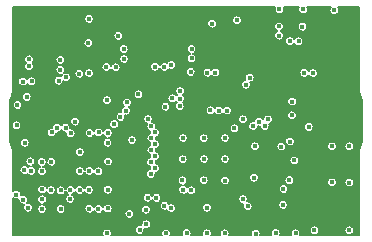
<source format=gbr>
%TF.GenerationSoftware,KiCad,Pcbnew,(5.1.6)-1*%
%TF.CreationDate,2020-08-10T23:20:37-07:00*%
%TF.ProjectId,Wire-Free-DAQ,57697265-2d46-4726-9565-2d4441512e6b,rev?*%
%TF.SameCoordinates,Original*%
%TF.FileFunction,Copper,L5,Inr*%
%TF.FilePolarity,Positive*%
%FSLAX46Y46*%
G04 Gerber Fmt 4.6, Leading zero omitted, Abs format (unit mm)*
G04 Created by KiCad (PCBNEW (5.1.6)-1) date 2020-08-10 23:20:37*
%MOMM*%
%LPD*%
G01*
G04 APERTURE LIST*
%TA.AperFunction,ViaPad*%
%ADD10C,0.450000*%
%TD*%
%TA.AperFunction,Conductor*%
%ADD11C,0.127000*%
%TD*%
G04 APERTURE END LIST*
D10*
%TO.N,GND*%
X140066000Y-50919000D03*
X141666200Y-54398800D03*
X135468600Y-48683800D03*
X135468600Y-47896400D03*
X124394401Y-59863311D03*
X130007600Y-52417600D03*
X148829000Y-59199400D03*
X147355800Y-59174000D03*
X123560922Y-59829130D03*
X130414000Y-55592600D03*
X143250000Y-59750000D03*
X121716800Y-48768000D03*
X127584200Y-58242200D03*
X124206000Y-50571400D03*
X126796800Y-45339000D03*
X126796800Y-49936400D03*
X137210800Y-45745400D03*
X148818600Y-63246000D03*
X145872200Y-63246000D03*
X143060800Y-56151400D03*
X144170400Y-57327800D03*
X144526000Y-47244000D03*
X143205200Y-61087000D03*
X144272000Y-63500000D03*
X138277600Y-63500000D03*
X133299200Y-63500000D03*
X128375190Y-54991000D03*
X122809000Y-58242200D03*
X120650000Y-54356000D03*
X121310400Y-58140600D03*
X120726200Y-52628800D03*
X125207000Y-59834400D03*
X139304000Y-45458000D03*
X136764000Y-63492000D03*
X143985200Y-52341400D03*
X143959800Y-53509800D03*
X138303000Y-57200800D03*
X136525000Y-57200800D03*
X138303000Y-55422800D03*
X136499600Y-55448200D03*
X134747000Y-55422800D03*
X134721600Y-57226200D03*
X134696200Y-59004200D03*
X136499600Y-59004200D03*
X138303000Y-59029600D03*
X121716800Y-49352200D03*
X147559000Y-44619800D03*
X144855052Y-45997900D03*
X129271000Y-46778800D03*
%TO.N,/Deserializer/IDX*%
X140218400Y-61206000D03*
%TO.N,/Deserializer/VDD18_P0*%
X139812000Y-60596400D03*
X140828000Y-56126000D03*
%TO.N,/Deserializer/VDD18_FPD0*%
X140751800Y-58793000D03*
X136764000Y-61333000D03*
%TO.N,+3V3*%
X130896600Y-49420400D03*
X136129000Y-53128800D03*
X140802600Y-59529600D03*
X128369301Y-51652339D03*
X134706600Y-49763300D03*
X126036098Y-59021599D03*
X134579600Y-61383800D03*
X133121400Y-60477400D03*
X126009400Y-63474600D03*
X123469400Y-63474600D03*
X121332001Y-59033399D03*
X120827800Y-51943000D03*
X121386600Y-56819800D03*
X125966200Y-57416700D03*
X127594600Y-59809000D03*
X145603200Y-46016800D03*
X145603200Y-46804200D03*
X121588654Y-61904686D03*
%TO.N,/Deserializer/VDD18*%
X142595600Y-63474600D03*
X132065000Y-56456200D03*
%TO.N,/Deserializer/VDD11_D*%
X138465800Y-53103400D03*
%TO.N,/Deserializer/VDD11_DVP*%
X132369800Y-57980200D03*
%TO.N,+BATT*%
X140396200Y-50309400D03*
X124358400Y-48818800D03*
X124358400Y-49657000D03*
X145745200Y-49936400D03*
X145008600Y-49911000D03*
X143789400Y-47218600D03*
X142910804Y-44543600D03*
X144917400Y-44543600D03*
%TO.N,V_OUT*%
X148829000Y-56126000D03*
X147355800Y-56126000D03*
X143789400Y-55727600D03*
X145389600Y-54483000D03*
%TO.N,+1V8*%
X141945600Y-53840000D03*
X136814800Y-49892779D03*
X133843000Y-52062000D03*
X143750000Y-59000000D03*
X142875000Y-45974000D03*
X142875000Y-46761400D03*
X140899177Y-63521000D03*
X135051800Y-63474600D03*
%TO.N,/MCU/VDDUTMIC*%
X124089400Y-54551200D03*
%TO.N,/MCU/VDDPLL*%
X126009400Y-56616600D03*
%TO.N,+1V2*%
X128318500Y-52227100D03*
X124838700Y-50284000D03*
X121343800Y-55821200D03*
X126009400Y-58216800D03*
X125180680Y-60594641D03*
%TO.N,Net-(D1-Pad2)*%
X121513600Y-51943000D03*
%TO.N,/MCU/SWDIO*%
X127580214Y-61448078D03*
%TO.N,/MCU/SWDCLK*%
X128377769Y-59797651D03*
%TO.N,/MCU/DAT2*%
X128305800Y-63492000D03*
X133749999Y-49250000D03*
%TO.N,/MCU/DAT3*%
X133169900Y-49407700D03*
X128371600Y-61391800D03*
%TO.N,/MCU/DAT0*%
X127594600Y-54957600D03*
X129042400Y-49445800D03*
%TO.N,/MCU/CMD*%
X129918261Y-53110667D03*
X132369829Y-49395000D03*
%TO.N,/MCU/CLK*%
X129451359Y-53636718D03*
X126807200Y-61409200D03*
%TO.N,/MCU/DAT1*%
X128255000Y-49420402D03*
X126822200Y-55016400D03*
%TO.N,/Deserializer/OEN*%
X137068800Y-53078000D03*
%TO.N,/Deserializer/OSS_SEL*%
X137754600Y-53103400D03*
%TO.N,/Deserializer/I2C_SCL*%
X128382000Y-57421400D03*
X139100800Y-54602000D03*
%TO.N,/Deserializer/I2C_SDA*%
X128352689Y-55821601D03*
X139812000Y-53840000D03*
%TO.N,/Deserializer/LOCK*%
X140665200Y-54424200D03*
X128917721Y-54259100D03*
%TO.N,/Deserializer/GPIO0*%
X135443200Y-59859800D03*
X120635000Y-60215400D03*
%TO.N,/Deserializer/GPIO1*%
X134757400Y-59809000D03*
X121219200Y-60647200D03*
%TO.N,/Deserializer/GPIO2*%
X122819400Y-59783600D03*
X133730988Y-61366400D03*
%TO.N,/Deserializer/GPIO3*%
X133171237Y-61162114D03*
X122819400Y-60621800D03*
%TO.N,/Deserializer/ROUT3*%
X132496800Y-60494798D03*
X132014200Y-58462800D03*
%TO.N,/Deserializer/ROUT4*%
X131744684Y-60480990D03*
X132039600Y-57472200D03*
%TO.N,/Deserializer/ROUT5*%
X131597400Y-61493400D03*
X132369800Y-56964200D03*
%TO.N,/Deserializer/ROUT6*%
X131633212Y-62730000D03*
X132369800Y-55948200D03*
%TO.N,/Deserializer/ROUT7*%
X131074400Y-63209010D03*
X132065000Y-55440200D03*
%TO.N,/Deserializer/ROUT8*%
X130199562Y-61853674D03*
X132373115Y-54952352D03*
%TO.N,/Deserializer/ROUT9*%
X125994400Y-59834400D03*
X132065000Y-54449600D03*
%TO.N,/Deserializer/ROUT10*%
X131785600Y-53814600D03*
%TO.N,/Deserializer/ROUT11*%
X133258800Y-52773200D03*
%TO.N,/Deserializer/HSYNC*%
X134467600Y-52730400D03*
X122794000Y-61434600D03*
%TO.N,/Deserializer/VSYNC*%
X134478000Y-52087400D03*
X126781800Y-59817000D03*
%TO.N,/Deserializer/PCLK*%
X134503400Y-51452400D03*
X124394200Y-61434600D03*
%TO.N,Net-(D1-Pad4)*%
X121183400Y-50647600D03*
%TO.N,Net-(D1-Pad3)*%
X121920000Y-50622200D03*
%TO.N,/MCU/LED_B*%
X123596400Y-57429400D03*
%TO.N,/MCU/LED_G*%
X122785197Y-57453295D03*
%TO.N,/MCU/LED_R*%
X121818400Y-57404000D03*
%TO.N,Net-(C58-Pad2)*%
X123622600Y-54957600D03*
%TO.N,+5V*%
X137494800Y-49883400D03*
X129753600Y-48734600D03*
X129728200Y-47896400D03*
%TO.N,/MCU/D-*%
X124800600Y-54551198D03*
%TO.N,/MCU/D+*%
X125228810Y-55027876D03*
%TO.N,/MCU/VDDPLLUSB*%
X125600700Y-54043200D03*
X126807200Y-58234200D03*
%TO.N,Net-(R28-Pad1)*%
X135392400Y-49826800D03*
%TO.N,/MCU/CHR_STAT*%
X141183600Y-54043200D03*
X130972800Y-51731800D03*
%TO.N,/MCU/VBUS_DET*%
X121905000Y-58208800D03*
X125969000Y-49979200D03*
%TO.N,/MCU/IR_OUT*%
X121610479Y-61328087D03*
X126731000Y-47388400D03*
%TD*%
D11*
%TO.N,+3V3*%
G36*
X142542593Y-44346787D02*
G01*
X142511272Y-44422403D01*
X142495304Y-44502677D01*
X142495304Y-44584523D01*
X142511272Y-44664797D01*
X142542593Y-44740413D01*
X142588064Y-44808466D01*
X142645938Y-44866340D01*
X142713991Y-44911811D01*
X142789607Y-44943132D01*
X142869881Y-44959100D01*
X142951727Y-44959100D01*
X143032001Y-44943132D01*
X143107617Y-44911811D01*
X143175670Y-44866340D01*
X143233544Y-44808466D01*
X143279015Y-44740413D01*
X143310336Y-44664797D01*
X143326304Y-44584523D01*
X143326304Y-44502677D01*
X143310336Y-44422403D01*
X143279015Y-44346787D01*
X143259446Y-44317500D01*
X144568758Y-44317500D01*
X144549189Y-44346787D01*
X144517868Y-44422403D01*
X144501900Y-44502677D01*
X144501900Y-44584523D01*
X144517868Y-44664797D01*
X144549189Y-44740413D01*
X144594660Y-44808466D01*
X144652534Y-44866340D01*
X144720587Y-44911811D01*
X144796203Y-44943132D01*
X144876477Y-44959100D01*
X144958323Y-44959100D01*
X145038597Y-44943132D01*
X145114213Y-44911811D01*
X145182266Y-44866340D01*
X145240140Y-44808466D01*
X145285611Y-44740413D01*
X145316932Y-44664797D01*
X145332900Y-44584523D01*
X145332900Y-44502677D01*
X145316932Y-44422403D01*
X145285611Y-44346787D01*
X145266042Y-44317500D01*
X147273694Y-44317500D01*
X147236260Y-44354934D01*
X147190789Y-44422987D01*
X147159468Y-44498603D01*
X147143500Y-44578877D01*
X147143500Y-44660723D01*
X147159468Y-44740997D01*
X147190789Y-44816613D01*
X147236260Y-44884666D01*
X147294134Y-44942540D01*
X147362187Y-44988011D01*
X147437803Y-45019332D01*
X147518077Y-45035300D01*
X147599923Y-45035300D01*
X147680197Y-45019332D01*
X147755813Y-44988011D01*
X147823866Y-44942540D01*
X147881740Y-44884666D01*
X147927211Y-44816613D01*
X147958532Y-44740997D01*
X147974500Y-44660723D01*
X147974500Y-44578877D01*
X147958532Y-44498603D01*
X147927211Y-44422987D01*
X147881740Y-44354934D01*
X147844306Y-44317500D01*
X149682501Y-44317500D01*
X149682500Y-51515595D01*
X149683874Y-51529549D01*
X149683831Y-51535758D01*
X149684263Y-51540170D01*
X149704664Y-51734267D01*
X149710454Y-51762469D01*
X149715843Y-51790721D01*
X149717124Y-51794965D01*
X149774836Y-51981403D01*
X149785981Y-52007916D01*
X149796767Y-52034612D01*
X149798848Y-52038526D01*
X149891673Y-52210203D01*
X149907772Y-52234071D01*
X149923523Y-52258140D01*
X149926324Y-52261576D01*
X149936500Y-52273877D01*
X149936500Y-55726976D01*
X149921034Y-55745939D01*
X149905120Y-55769892D01*
X149888852Y-55793651D01*
X149886743Y-55797551D01*
X149795118Y-55969873D01*
X149784160Y-55996459D01*
X149772816Y-56022927D01*
X149771505Y-56027162D01*
X149715096Y-56213999D01*
X149709508Y-56242224D01*
X149703524Y-56270375D01*
X149703060Y-56274784D01*
X149684015Y-56469017D01*
X149684015Y-56469032D01*
X149682501Y-56484404D01*
X149682500Y-63682500D01*
X144646140Y-63682500D01*
X144671532Y-63621197D01*
X144687500Y-63540923D01*
X144687500Y-63459077D01*
X144671532Y-63378803D01*
X144640211Y-63303187D01*
X144594740Y-63235134D01*
X144564683Y-63205077D01*
X145456700Y-63205077D01*
X145456700Y-63286923D01*
X145472668Y-63367197D01*
X145503989Y-63442813D01*
X145549460Y-63510866D01*
X145607334Y-63568740D01*
X145675387Y-63614211D01*
X145751003Y-63645532D01*
X145831277Y-63661500D01*
X145913123Y-63661500D01*
X145993397Y-63645532D01*
X146069013Y-63614211D01*
X146137066Y-63568740D01*
X146194940Y-63510866D01*
X146240411Y-63442813D01*
X146271732Y-63367197D01*
X146287700Y-63286923D01*
X146287700Y-63205077D01*
X148403100Y-63205077D01*
X148403100Y-63286923D01*
X148419068Y-63367197D01*
X148450389Y-63442813D01*
X148495860Y-63510866D01*
X148553734Y-63568740D01*
X148621787Y-63614211D01*
X148697403Y-63645532D01*
X148777677Y-63661500D01*
X148859523Y-63661500D01*
X148939797Y-63645532D01*
X149015413Y-63614211D01*
X149083466Y-63568740D01*
X149141340Y-63510866D01*
X149186811Y-63442813D01*
X149218132Y-63367197D01*
X149234100Y-63286923D01*
X149234100Y-63205077D01*
X149218132Y-63124803D01*
X149186811Y-63049187D01*
X149141340Y-62981134D01*
X149083466Y-62923260D01*
X149015413Y-62877789D01*
X148939797Y-62846468D01*
X148859523Y-62830500D01*
X148777677Y-62830500D01*
X148697403Y-62846468D01*
X148621787Y-62877789D01*
X148553734Y-62923260D01*
X148495860Y-62981134D01*
X148450389Y-63049187D01*
X148419068Y-63124803D01*
X148403100Y-63205077D01*
X146287700Y-63205077D01*
X146271732Y-63124803D01*
X146240411Y-63049187D01*
X146194940Y-62981134D01*
X146137066Y-62923260D01*
X146069013Y-62877789D01*
X145993397Y-62846468D01*
X145913123Y-62830500D01*
X145831277Y-62830500D01*
X145751003Y-62846468D01*
X145675387Y-62877789D01*
X145607334Y-62923260D01*
X145549460Y-62981134D01*
X145503989Y-63049187D01*
X145472668Y-63124803D01*
X145456700Y-63205077D01*
X144564683Y-63205077D01*
X144536866Y-63177260D01*
X144468813Y-63131789D01*
X144393197Y-63100468D01*
X144312923Y-63084500D01*
X144231077Y-63084500D01*
X144150803Y-63100468D01*
X144075187Y-63131789D01*
X144007134Y-63177260D01*
X143949260Y-63235134D01*
X143903789Y-63303187D01*
X143872468Y-63378803D01*
X143856500Y-63459077D01*
X143856500Y-63540923D01*
X143872468Y-63621197D01*
X143897860Y-63682500D01*
X142956403Y-63682500D01*
X142963811Y-63671413D01*
X142995132Y-63595797D01*
X143011100Y-63515523D01*
X143011100Y-63433677D01*
X142995132Y-63353403D01*
X142963811Y-63277787D01*
X142918340Y-63209734D01*
X142860466Y-63151860D01*
X142792413Y-63106389D01*
X142716797Y-63075068D01*
X142636523Y-63059100D01*
X142554677Y-63059100D01*
X142474403Y-63075068D01*
X142398787Y-63106389D01*
X142330734Y-63151860D01*
X142272860Y-63209734D01*
X142227389Y-63277787D01*
X142196068Y-63353403D01*
X142180100Y-63433677D01*
X142180100Y-63515523D01*
X142196068Y-63595797D01*
X142227389Y-63671413D01*
X142234797Y-63682500D01*
X141282015Y-63682500D01*
X141298709Y-63642197D01*
X141314677Y-63561923D01*
X141314677Y-63480077D01*
X141298709Y-63399803D01*
X141267388Y-63324187D01*
X141221917Y-63256134D01*
X141164043Y-63198260D01*
X141095990Y-63152789D01*
X141020374Y-63121468D01*
X140940100Y-63105500D01*
X140858254Y-63105500D01*
X140777980Y-63121468D01*
X140702364Y-63152789D01*
X140634311Y-63198260D01*
X140576437Y-63256134D01*
X140530966Y-63324187D01*
X140499645Y-63399803D01*
X140483677Y-63480077D01*
X140483677Y-63561923D01*
X140499645Y-63642197D01*
X140516339Y-63682500D01*
X138651740Y-63682500D01*
X138677132Y-63621197D01*
X138693100Y-63540923D01*
X138693100Y-63459077D01*
X138677132Y-63378803D01*
X138645811Y-63303187D01*
X138600340Y-63235134D01*
X138542466Y-63177260D01*
X138474413Y-63131789D01*
X138398797Y-63100468D01*
X138318523Y-63084500D01*
X138236677Y-63084500D01*
X138156403Y-63100468D01*
X138080787Y-63131789D01*
X138012734Y-63177260D01*
X137954860Y-63235134D01*
X137909389Y-63303187D01*
X137878068Y-63378803D01*
X137862100Y-63459077D01*
X137862100Y-63540923D01*
X137878068Y-63621197D01*
X137903460Y-63682500D01*
X137134826Y-63682500D01*
X137163532Y-63613197D01*
X137179500Y-63532923D01*
X137179500Y-63451077D01*
X137163532Y-63370803D01*
X137132211Y-63295187D01*
X137086740Y-63227134D01*
X137028866Y-63169260D01*
X136960813Y-63123789D01*
X136885197Y-63092468D01*
X136804923Y-63076500D01*
X136723077Y-63076500D01*
X136642803Y-63092468D01*
X136567187Y-63123789D01*
X136499134Y-63169260D01*
X136441260Y-63227134D01*
X136395789Y-63295187D01*
X136364468Y-63370803D01*
X136348500Y-63451077D01*
X136348500Y-63532923D01*
X136364468Y-63613197D01*
X136393174Y-63682500D01*
X135412603Y-63682500D01*
X135420011Y-63671413D01*
X135451332Y-63595797D01*
X135467300Y-63515523D01*
X135467300Y-63433677D01*
X135451332Y-63353403D01*
X135420011Y-63277787D01*
X135374540Y-63209734D01*
X135316666Y-63151860D01*
X135248613Y-63106389D01*
X135172997Y-63075068D01*
X135092723Y-63059100D01*
X135010877Y-63059100D01*
X134930603Y-63075068D01*
X134854987Y-63106389D01*
X134786934Y-63151860D01*
X134729060Y-63209734D01*
X134683589Y-63277787D01*
X134652268Y-63353403D01*
X134636300Y-63433677D01*
X134636300Y-63515523D01*
X134652268Y-63595797D01*
X134683589Y-63671413D01*
X134690997Y-63682500D01*
X133673340Y-63682500D01*
X133698732Y-63621197D01*
X133714700Y-63540923D01*
X133714700Y-63459077D01*
X133698732Y-63378803D01*
X133667411Y-63303187D01*
X133621940Y-63235134D01*
X133564066Y-63177260D01*
X133496013Y-63131789D01*
X133420397Y-63100468D01*
X133340123Y-63084500D01*
X133258277Y-63084500D01*
X133178003Y-63100468D01*
X133102387Y-63131789D01*
X133034334Y-63177260D01*
X132976460Y-63235134D01*
X132930989Y-63303187D01*
X132899668Y-63378803D01*
X132883700Y-63459077D01*
X132883700Y-63540923D01*
X132899668Y-63621197D01*
X132925060Y-63682500D01*
X128676626Y-63682500D01*
X128705332Y-63613197D01*
X128721300Y-63532923D01*
X128721300Y-63451077D01*
X128705332Y-63370803D01*
X128674011Y-63295187D01*
X128628540Y-63227134D01*
X128570666Y-63169260D01*
X128568911Y-63168087D01*
X130658900Y-63168087D01*
X130658900Y-63249933D01*
X130674868Y-63330207D01*
X130706189Y-63405823D01*
X130751660Y-63473876D01*
X130809534Y-63531750D01*
X130877587Y-63577221D01*
X130953203Y-63608542D01*
X131033477Y-63624510D01*
X131115323Y-63624510D01*
X131195597Y-63608542D01*
X131271213Y-63577221D01*
X131339266Y-63531750D01*
X131397140Y-63473876D01*
X131442611Y-63405823D01*
X131473932Y-63330207D01*
X131489900Y-63249933D01*
X131489900Y-63168087D01*
X131479556Y-63116087D01*
X131512015Y-63129532D01*
X131592289Y-63145500D01*
X131674135Y-63145500D01*
X131754409Y-63129532D01*
X131830025Y-63098211D01*
X131898078Y-63052740D01*
X131955952Y-62994866D01*
X132001423Y-62926813D01*
X132032744Y-62851197D01*
X132048712Y-62770923D01*
X132048712Y-62689077D01*
X132032744Y-62608803D01*
X132001423Y-62533187D01*
X131955952Y-62465134D01*
X131898078Y-62407260D01*
X131830025Y-62361789D01*
X131754409Y-62330468D01*
X131674135Y-62314500D01*
X131592289Y-62314500D01*
X131512015Y-62330468D01*
X131436399Y-62361789D01*
X131368346Y-62407260D01*
X131310472Y-62465134D01*
X131265001Y-62533187D01*
X131233680Y-62608803D01*
X131217712Y-62689077D01*
X131217712Y-62770923D01*
X131228056Y-62822923D01*
X131195597Y-62809478D01*
X131115323Y-62793510D01*
X131033477Y-62793510D01*
X130953203Y-62809478D01*
X130877587Y-62840799D01*
X130809534Y-62886270D01*
X130751660Y-62944144D01*
X130706189Y-63012197D01*
X130674868Y-63087813D01*
X130658900Y-63168087D01*
X128568911Y-63168087D01*
X128502613Y-63123789D01*
X128426997Y-63092468D01*
X128346723Y-63076500D01*
X128264877Y-63076500D01*
X128184603Y-63092468D01*
X128108987Y-63123789D01*
X128040934Y-63169260D01*
X127983060Y-63227134D01*
X127937589Y-63295187D01*
X127906268Y-63370803D01*
X127890300Y-63451077D01*
X127890300Y-63532923D01*
X127906268Y-63613197D01*
X127934974Y-63682500D01*
X120317500Y-63682500D01*
X120317500Y-60485506D01*
X120370134Y-60538140D01*
X120438187Y-60583611D01*
X120513803Y-60614932D01*
X120594077Y-60630900D01*
X120675923Y-60630900D01*
X120756197Y-60614932D01*
X120806089Y-60594266D01*
X120803700Y-60606277D01*
X120803700Y-60688123D01*
X120819668Y-60768397D01*
X120850989Y-60844013D01*
X120896460Y-60912066D01*
X120954334Y-60969940D01*
X121022387Y-61015411D01*
X121098003Y-61046732D01*
X121178277Y-61062700D01*
X121260123Y-61062700D01*
X121295247Y-61055713D01*
X121287739Y-61063221D01*
X121242268Y-61131274D01*
X121210947Y-61206890D01*
X121194979Y-61287164D01*
X121194979Y-61369010D01*
X121210947Y-61449284D01*
X121242268Y-61524900D01*
X121287739Y-61592953D01*
X121345613Y-61650827D01*
X121413666Y-61696298D01*
X121489282Y-61727619D01*
X121569556Y-61743587D01*
X121651402Y-61743587D01*
X121731676Y-61727619D01*
X121807292Y-61696298D01*
X121875345Y-61650827D01*
X121933219Y-61592953D01*
X121978690Y-61524900D01*
X122010011Y-61449284D01*
X122021072Y-61393677D01*
X122378500Y-61393677D01*
X122378500Y-61475523D01*
X122394468Y-61555797D01*
X122425789Y-61631413D01*
X122471260Y-61699466D01*
X122529134Y-61757340D01*
X122597187Y-61802811D01*
X122672803Y-61834132D01*
X122753077Y-61850100D01*
X122834923Y-61850100D01*
X122915197Y-61834132D01*
X122990813Y-61802811D01*
X123058866Y-61757340D01*
X123116740Y-61699466D01*
X123162211Y-61631413D01*
X123193532Y-61555797D01*
X123209500Y-61475523D01*
X123209500Y-61393677D01*
X123978700Y-61393677D01*
X123978700Y-61475523D01*
X123994668Y-61555797D01*
X124025989Y-61631413D01*
X124071460Y-61699466D01*
X124129334Y-61757340D01*
X124197387Y-61802811D01*
X124273003Y-61834132D01*
X124353277Y-61850100D01*
X124435123Y-61850100D01*
X124515397Y-61834132D01*
X124591013Y-61802811D01*
X124659066Y-61757340D01*
X124716940Y-61699466D01*
X124762411Y-61631413D01*
X124793732Y-61555797D01*
X124809700Y-61475523D01*
X124809700Y-61393677D01*
X124804648Y-61368277D01*
X126391700Y-61368277D01*
X126391700Y-61450123D01*
X126407668Y-61530397D01*
X126438989Y-61606013D01*
X126484460Y-61674066D01*
X126542334Y-61731940D01*
X126610387Y-61777411D01*
X126686003Y-61808732D01*
X126766277Y-61824700D01*
X126848123Y-61824700D01*
X126928397Y-61808732D01*
X127004013Y-61777411D01*
X127072066Y-61731940D01*
X127129940Y-61674066D01*
X127175411Y-61606013D01*
X127185655Y-61581281D01*
X127212003Y-61644891D01*
X127257474Y-61712944D01*
X127315348Y-61770818D01*
X127383401Y-61816289D01*
X127459017Y-61847610D01*
X127539291Y-61863578D01*
X127621137Y-61863578D01*
X127701411Y-61847610D01*
X127777027Y-61816289D01*
X127782322Y-61812751D01*
X129784062Y-61812751D01*
X129784062Y-61894597D01*
X129800030Y-61974871D01*
X129831351Y-62050487D01*
X129876822Y-62118540D01*
X129934696Y-62176414D01*
X130002749Y-62221885D01*
X130078365Y-62253206D01*
X130158639Y-62269174D01*
X130240485Y-62269174D01*
X130320759Y-62253206D01*
X130396375Y-62221885D01*
X130464428Y-62176414D01*
X130522302Y-62118540D01*
X130567773Y-62050487D01*
X130599094Y-61974871D01*
X130615062Y-61894597D01*
X130615062Y-61812751D01*
X130599094Y-61732477D01*
X130567773Y-61656861D01*
X130522302Y-61588808D01*
X130464428Y-61530934D01*
X130396375Y-61485463D01*
X130320759Y-61454142D01*
X130312389Y-61452477D01*
X131181900Y-61452477D01*
X131181900Y-61534323D01*
X131197868Y-61614597D01*
X131229189Y-61690213D01*
X131274660Y-61758266D01*
X131332534Y-61816140D01*
X131400587Y-61861611D01*
X131476203Y-61892932D01*
X131556477Y-61908900D01*
X131638323Y-61908900D01*
X131718597Y-61892932D01*
X131794213Y-61861611D01*
X131862266Y-61816140D01*
X131920140Y-61758266D01*
X131965611Y-61690213D01*
X131996932Y-61614597D01*
X132012900Y-61534323D01*
X132012900Y-61452477D01*
X131996932Y-61372203D01*
X131965611Y-61296587D01*
X131920140Y-61228534D01*
X131862266Y-61170660D01*
X131794213Y-61125189D01*
X131784561Y-61121191D01*
X132755737Y-61121191D01*
X132755737Y-61203037D01*
X132771705Y-61283311D01*
X132803026Y-61358927D01*
X132848497Y-61426980D01*
X132906371Y-61484854D01*
X132974424Y-61530325D01*
X133050040Y-61561646D01*
X133130314Y-61577614D01*
X133212160Y-61577614D01*
X133292434Y-61561646D01*
X133351922Y-61537006D01*
X133362777Y-61563213D01*
X133408248Y-61631266D01*
X133466122Y-61689140D01*
X133534175Y-61734611D01*
X133609791Y-61765932D01*
X133690065Y-61781900D01*
X133771911Y-61781900D01*
X133852185Y-61765932D01*
X133927801Y-61734611D01*
X133995854Y-61689140D01*
X134053728Y-61631266D01*
X134099199Y-61563213D01*
X134130520Y-61487597D01*
X134146488Y-61407323D01*
X134146488Y-61325477D01*
X134139845Y-61292077D01*
X136348500Y-61292077D01*
X136348500Y-61373923D01*
X136364468Y-61454197D01*
X136395789Y-61529813D01*
X136441260Y-61597866D01*
X136499134Y-61655740D01*
X136567187Y-61701211D01*
X136642803Y-61732532D01*
X136723077Y-61748500D01*
X136804923Y-61748500D01*
X136885197Y-61732532D01*
X136960813Y-61701211D01*
X137028866Y-61655740D01*
X137086740Y-61597866D01*
X137132211Y-61529813D01*
X137163532Y-61454197D01*
X137179500Y-61373923D01*
X137179500Y-61292077D01*
X137163532Y-61211803D01*
X137132211Y-61136187D01*
X137086740Y-61068134D01*
X137028866Y-61010260D01*
X136960813Y-60964789D01*
X136885197Y-60933468D01*
X136804923Y-60917500D01*
X136723077Y-60917500D01*
X136642803Y-60933468D01*
X136567187Y-60964789D01*
X136499134Y-61010260D01*
X136441260Y-61068134D01*
X136395789Y-61136187D01*
X136364468Y-61211803D01*
X136348500Y-61292077D01*
X134139845Y-61292077D01*
X134130520Y-61245203D01*
X134099199Y-61169587D01*
X134053728Y-61101534D01*
X133995854Y-61043660D01*
X133927801Y-60998189D01*
X133852185Y-60966868D01*
X133771911Y-60950900D01*
X133690065Y-60950900D01*
X133609791Y-60966868D01*
X133550303Y-60991508D01*
X133539448Y-60965301D01*
X133493977Y-60897248D01*
X133436103Y-60839374D01*
X133368050Y-60793903D01*
X133292434Y-60762582D01*
X133212160Y-60746614D01*
X133130314Y-60746614D01*
X133050040Y-60762582D01*
X132974424Y-60793903D01*
X132906371Y-60839374D01*
X132848497Y-60897248D01*
X132803026Y-60965301D01*
X132771705Y-61040917D01*
X132755737Y-61121191D01*
X131784561Y-61121191D01*
X131718597Y-61093868D01*
X131638323Y-61077900D01*
X131556477Y-61077900D01*
X131476203Y-61093868D01*
X131400587Y-61125189D01*
X131332534Y-61170660D01*
X131274660Y-61228534D01*
X131229189Y-61296587D01*
X131197868Y-61372203D01*
X131181900Y-61452477D01*
X130312389Y-61452477D01*
X130240485Y-61438174D01*
X130158639Y-61438174D01*
X130078365Y-61454142D01*
X130002749Y-61485463D01*
X129934696Y-61530934D01*
X129876822Y-61588808D01*
X129831351Y-61656861D01*
X129800030Y-61732477D01*
X129784062Y-61812751D01*
X127782322Y-61812751D01*
X127845080Y-61770818D01*
X127902954Y-61712944D01*
X127948425Y-61644891D01*
X127979746Y-61569275D01*
X127984818Y-61543778D01*
X128003389Y-61588613D01*
X128048860Y-61656666D01*
X128106734Y-61714540D01*
X128174787Y-61760011D01*
X128250403Y-61791332D01*
X128330677Y-61807300D01*
X128412523Y-61807300D01*
X128492797Y-61791332D01*
X128568413Y-61760011D01*
X128636466Y-61714540D01*
X128694340Y-61656666D01*
X128739811Y-61588613D01*
X128771132Y-61512997D01*
X128787100Y-61432723D01*
X128787100Y-61350877D01*
X128771132Y-61270603D01*
X128739811Y-61194987D01*
X128694340Y-61126934D01*
X128636466Y-61069060D01*
X128568413Y-61023589D01*
X128492797Y-60992268D01*
X128412523Y-60976300D01*
X128330677Y-60976300D01*
X128250403Y-60992268D01*
X128174787Y-61023589D01*
X128106734Y-61069060D01*
X128048860Y-61126934D01*
X128003389Y-61194987D01*
X127972068Y-61270603D01*
X127966996Y-61296100D01*
X127948425Y-61251265D01*
X127902954Y-61183212D01*
X127845080Y-61125338D01*
X127777027Y-61079867D01*
X127701411Y-61048546D01*
X127621137Y-61032578D01*
X127539291Y-61032578D01*
X127459017Y-61048546D01*
X127383401Y-61079867D01*
X127315348Y-61125338D01*
X127257474Y-61183212D01*
X127212003Y-61251265D01*
X127201759Y-61275997D01*
X127175411Y-61212387D01*
X127129940Y-61144334D01*
X127072066Y-61086460D01*
X127004013Y-61040989D01*
X126928397Y-61009668D01*
X126848123Y-60993700D01*
X126766277Y-60993700D01*
X126686003Y-61009668D01*
X126610387Y-61040989D01*
X126542334Y-61086460D01*
X126484460Y-61144334D01*
X126438989Y-61212387D01*
X126407668Y-61288003D01*
X126391700Y-61368277D01*
X124804648Y-61368277D01*
X124793732Y-61313403D01*
X124762411Y-61237787D01*
X124716940Y-61169734D01*
X124659066Y-61111860D01*
X124591013Y-61066389D01*
X124515397Y-61035068D01*
X124435123Y-61019100D01*
X124353277Y-61019100D01*
X124273003Y-61035068D01*
X124197387Y-61066389D01*
X124129334Y-61111860D01*
X124071460Y-61169734D01*
X124025989Y-61237787D01*
X123994668Y-61313403D01*
X123978700Y-61393677D01*
X123209500Y-61393677D01*
X123193532Y-61313403D01*
X123162211Y-61237787D01*
X123116740Y-61169734D01*
X123058866Y-61111860D01*
X122990813Y-61066389D01*
X122915197Y-61035068D01*
X122893370Y-61030726D01*
X122940597Y-61021332D01*
X123016213Y-60990011D01*
X123084266Y-60944540D01*
X123142140Y-60886666D01*
X123187611Y-60818613D01*
X123218932Y-60742997D01*
X123234900Y-60662723D01*
X123234900Y-60580877D01*
X123218932Y-60500603D01*
X123187611Y-60424987D01*
X123142140Y-60356934D01*
X123084266Y-60299060D01*
X123016213Y-60253589D01*
X122940597Y-60222268D01*
X122860323Y-60206300D01*
X122778477Y-60206300D01*
X122698203Y-60222268D01*
X122622587Y-60253589D01*
X122554534Y-60299060D01*
X122496660Y-60356934D01*
X122451189Y-60424987D01*
X122419868Y-60500603D01*
X122403900Y-60580877D01*
X122403900Y-60662723D01*
X122419868Y-60742997D01*
X122451189Y-60818613D01*
X122496660Y-60886666D01*
X122554534Y-60944540D01*
X122622587Y-60990011D01*
X122698203Y-61021332D01*
X122720030Y-61025674D01*
X122672803Y-61035068D01*
X122597187Y-61066389D01*
X122529134Y-61111860D01*
X122471260Y-61169734D01*
X122425789Y-61237787D01*
X122394468Y-61313403D01*
X122378500Y-61393677D01*
X122021072Y-61393677D01*
X122025979Y-61369010D01*
X122025979Y-61287164D01*
X122010011Y-61206890D01*
X121978690Y-61131274D01*
X121933219Y-61063221D01*
X121875345Y-61005347D01*
X121807292Y-60959876D01*
X121731676Y-60928555D01*
X121651402Y-60912587D01*
X121569556Y-60912587D01*
X121534432Y-60919574D01*
X121541940Y-60912066D01*
X121587411Y-60844013D01*
X121618732Y-60768397D01*
X121634700Y-60688123D01*
X121634700Y-60606277D01*
X121618732Y-60526003D01*
X121587411Y-60450387D01*
X121541940Y-60382334D01*
X121484066Y-60324460D01*
X121416013Y-60278989D01*
X121340397Y-60247668D01*
X121260123Y-60231700D01*
X121178277Y-60231700D01*
X121098003Y-60247668D01*
X121048111Y-60268334D01*
X121050500Y-60256323D01*
X121050500Y-60174477D01*
X121034532Y-60094203D01*
X121003211Y-60018587D01*
X120957740Y-59950534D01*
X120899866Y-59892660D01*
X120831813Y-59847189D01*
X120756197Y-59815868D01*
X120675923Y-59799900D01*
X120594077Y-59799900D01*
X120513803Y-59815868D01*
X120438187Y-59847189D01*
X120370134Y-59892660D01*
X120317500Y-59945294D01*
X120317500Y-59742677D01*
X122403900Y-59742677D01*
X122403900Y-59824523D01*
X122419868Y-59904797D01*
X122451189Y-59980413D01*
X122496660Y-60048466D01*
X122554534Y-60106340D01*
X122622587Y-60151811D01*
X122698203Y-60183132D01*
X122778477Y-60199100D01*
X122860323Y-60199100D01*
X122940597Y-60183132D01*
X123016213Y-60151811D01*
X123084266Y-60106340D01*
X123142140Y-60048466D01*
X123179117Y-59993125D01*
X123192711Y-60025943D01*
X123238182Y-60093996D01*
X123296056Y-60151870D01*
X123364109Y-60197341D01*
X123439725Y-60228662D01*
X123519999Y-60244630D01*
X123601845Y-60244630D01*
X123682119Y-60228662D01*
X123757735Y-60197341D01*
X123825788Y-60151870D01*
X123883662Y-60093996D01*
X123929133Y-60025943D01*
X123960454Y-59950327D01*
X123976422Y-59870053D01*
X123976422Y-59822388D01*
X123978901Y-59822388D01*
X123978901Y-59904234D01*
X123994869Y-59984508D01*
X124026190Y-60060124D01*
X124071661Y-60128177D01*
X124129535Y-60186051D01*
X124197588Y-60231522D01*
X124273204Y-60262843D01*
X124353478Y-60278811D01*
X124435324Y-60278811D01*
X124515598Y-60262843D01*
X124591214Y-60231522D01*
X124659267Y-60186051D01*
X124717141Y-60128177D01*
X124762612Y-60060124D01*
X124793933Y-59984508D01*
X124803576Y-59936031D01*
X124807468Y-59955597D01*
X124838789Y-60031213D01*
X124884260Y-60099266D01*
X124942134Y-60157140D01*
X125010187Y-60202611D01*
X125025779Y-60209069D01*
X124983867Y-60226430D01*
X124915814Y-60271901D01*
X124857940Y-60329775D01*
X124812469Y-60397828D01*
X124781148Y-60473444D01*
X124765180Y-60553718D01*
X124765180Y-60635564D01*
X124781148Y-60715838D01*
X124812469Y-60791454D01*
X124857940Y-60859507D01*
X124915814Y-60917381D01*
X124983867Y-60962852D01*
X125059483Y-60994173D01*
X125139757Y-61010141D01*
X125221603Y-61010141D01*
X125301877Y-60994173D01*
X125377493Y-60962852D01*
X125445546Y-60917381D01*
X125503420Y-60859507D01*
X125548891Y-60791454D01*
X125580212Y-60715838D01*
X125596180Y-60635564D01*
X125596180Y-60553718D01*
X125580212Y-60473444D01*
X125566387Y-60440067D01*
X131329184Y-60440067D01*
X131329184Y-60521913D01*
X131345152Y-60602187D01*
X131376473Y-60677803D01*
X131421944Y-60745856D01*
X131479818Y-60803730D01*
X131547871Y-60849201D01*
X131623487Y-60880522D01*
X131703761Y-60896490D01*
X131785607Y-60896490D01*
X131865881Y-60880522D01*
X131941497Y-60849201D01*
X132009550Y-60803730D01*
X132067424Y-60745856D01*
X132112895Y-60677803D01*
X132117882Y-60665763D01*
X132128589Y-60691611D01*
X132174060Y-60759664D01*
X132231934Y-60817538D01*
X132299987Y-60863009D01*
X132375603Y-60894330D01*
X132455877Y-60910298D01*
X132537723Y-60910298D01*
X132617997Y-60894330D01*
X132693613Y-60863009D01*
X132761666Y-60817538D01*
X132819540Y-60759664D01*
X132865011Y-60691611D01*
X132896332Y-60615995D01*
X132908370Y-60555477D01*
X139396500Y-60555477D01*
X139396500Y-60637323D01*
X139412468Y-60717597D01*
X139443789Y-60793213D01*
X139489260Y-60861266D01*
X139547134Y-60919140D01*
X139615187Y-60964611D01*
X139690803Y-60995932D01*
X139771077Y-61011900D01*
X139849065Y-61011900D01*
X139818868Y-61084803D01*
X139802900Y-61165077D01*
X139802900Y-61246923D01*
X139818868Y-61327197D01*
X139850189Y-61402813D01*
X139895660Y-61470866D01*
X139953534Y-61528740D01*
X140021587Y-61574211D01*
X140097203Y-61605532D01*
X140177477Y-61621500D01*
X140259323Y-61621500D01*
X140339597Y-61605532D01*
X140415213Y-61574211D01*
X140483266Y-61528740D01*
X140541140Y-61470866D01*
X140586611Y-61402813D01*
X140617932Y-61327197D01*
X140633900Y-61246923D01*
X140633900Y-61165077D01*
X140617932Y-61084803D01*
X140601892Y-61046077D01*
X142789700Y-61046077D01*
X142789700Y-61127923D01*
X142805668Y-61208197D01*
X142836989Y-61283813D01*
X142882460Y-61351866D01*
X142940334Y-61409740D01*
X143008387Y-61455211D01*
X143084003Y-61486532D01*
X143164277Y-61502500D01*
X143246123Y-61502500D01*
X143326397Y-61486532D01*
X143402013Y-61455211D01*
X143470066Y-61409740D01*
X143527940Y-61351866D01*
X143573411Y-61283813D01*
X143604732Y-61208197D01*
X143620700Y-61127923D01*
X143620700Y-61046077D01*
X143604732Y-60965803D01*
X143573411Y-60890187D01*
X143527940Y-60822134D01*
X143470066Y-60764260D01*
X143402013Y-60718789D01*
X143326397Y-60687468D01*
X143246123Y-60671500D01*
X143164277Y-60671500D01*
X143084003Y-60687468D01*
X143008387Y-60718789D01*
X142940334Y-60764260D01*
X142882460Y-60822134D01*
X142836989Y-60890187D01*
X142805668Y-60965803D01*
X142789700Y-61046077D01*
X140601892Y-61046077D01*
X140586611Y-61009187D01*
X140541140Y-60941134D01*
X140483266Y-60883260D01*
X140415213Y-60837789D01*
X140339597Y-60806468D01*
X140259323Y-60790500D01*
X140181335Y-60790500D01*
X140211532Y-60717597D01*
X140227500Y-60637323D01*
X140227500Y-60555477D01*
X140211532Y-60475203D01*
X140180211Y-60399587D01*
X140134740Y-60331534D01*
X140076866Y-60273660D01*
X140008813Y-60228189D01*
X139933197Y-60196868D01*
X139852923Y-60180900D01*
X139771077Y-60180900D01*
X139690803Y-60196868D01*
X139615187Y-60228189D01*
X139547134Y-60273660D01*
X139489260Y-60331534D01*
X139443789Y-60399587D01*
X139412468Y-60475203D01*
X139396500Y-60555477D01*
X132908370Y-60555477D01*
X132912300Y-60535721D01*
X132912300Y-60453875D01*
X132896332Y-60373601D01*
X132865011Y-60297985D01*
X132819540Y-60229932D01*
X132761666Y-60172058D01*
X132693613Y-60126587D01*
X132617997Y-60095266D01*
X132537723Y-60079298D01*
X132455877Y-60079298D01*
X132375603Y-60095266D01*
X132299987Y-60126587D01*
X132231934Y-60172058D01*
X132174060Y-60229932D01*
X132128589Y-60297985D01*
X132123602Y-60310025D01*
X132112895Y-60284177D01*
X132067424Y-60216124D01*
X132009550Y-60158250D01*
X131941497Y-60112779D01*
X131865881Y-60081458D01*
X131785607Y-60065490D01*
X131703761Y-60065490D01*
X131623487Y-60081458D01*
X131547871Y-60112779D01*
X131479818Y-60158250D01*
X131421944Y-60216124D01*
X131376473Y-60284177D01*
X131345152Y-60359793D01*
X131329184Y-60440067D01*
X125566387Y-60440067D01*
X125548891Y-60397828D01*
X125503420Y-60329775D01*
X125445546Y-60271901D01*
X125377493Y-60226430D01*
X125361901Y-60219972D01*
X125403813Y-60202611D01*
X125471866Y-60157140D01*
X125529740Y-60099266D01*
X125575211Y-60031213D01*
X125600700Y-59969677D01*
X125626189Y-60031213D01*
X125671660Y-60099266D01*
X125729534Y-60157140D01*
X125797587Y-60202611D01*
X125873203Y-60233932D01*
X125953477Y-60249900D01*
X126035323Y-60249900D01*
X126115597Y-60233932D01*
X126191213Y-60202611D01*
X126259266Y-60157140D01*
X126317140Y-60099266D01*
X126362611Y-60031213D01*
X126391704Y-59960977D01*
X126413589Y-60013813D01*
X126459060Y-60081866D01*
X126516934Y-60139740D01*
X126584987Y-60185211D01*
X126660603Y-60216532D01*
X126740877Y-60232500D01*
X126822723Y-60232500D01*
X126902997Y-60216532D01*
X126978613Y-60185211D01*
X127046666Y-60139740D01*
X127104540Y-60081866D01*
X127150011Y-60013813D01*
X127181332Y-59938197D01*
X127197300Y-59857923D01*
X127197300Y-59776077D01*
X127193452Y-59756728D01*
X127962269Y-59756728D01*
X127962269Y-59838574D01*
X127978237Y-59918848D01*
X128009558Y-59994464D01*
X128055029Y-60062517D01*
X128112903Y-60120391D01*
X128180956Y-60165862D01*
X128256572Y-60197183D01*
X128336846Y-60213151D01*
X128418692Y-60213151D01*
X128498966Y-60197183D01*
X128574582Y-60165862D01*
X128642635Y-60120391D01*
X128700509Y-60062517D01*
X128745980Y-59994464D01*
X128777301Y-59918848D01*
X128793269Y-59838574D01*
X128793269Y-59756728D01*
X128777301Y-59676454D01*
X128745980Y-59600838D01*
X128700509Y-59532785D01*
X128642635Y-59474911D01*
X128574582Y-59429440D01*
X128498966Y-59398119D01*
X128418692Y-59382151D01*
X128336846Y-59382151D01*
X128256572Y-59398119D01*
X128180956Y-59429440D01*
X128112903Y-59474911D01*
X128055029Y-59532785D01*
X128009558Y-59600838D01*
X127978237Y-59676454D01*
X127962269Y-59756728D01*
X127193452Y-59756728D01*
X127181332Y-59695803D01*
X127150011Y-59620187D01*
X127104540Y-59552134D01*
X127046666Y-59494260D01*
X126978613Y-59448789D01*
X126902997Y-59417468D01*
X126822723Y-59401500D01*
X126740877Y-59401500D01*
X126660603Y-59417468D01*
X126584987Y-59448789D01*
X126516934Y-59494260D01*
X126459060Y-59552134D01*
X126413589Y-59620187D01*
X126384496Y-59690423D01*
X126362611Y-59637587D01*
X126317140Y-59569534D01*
X126259266Y-59511660D01*
X126191213Y-59466189D01*
X126115597Y-59434868D01*
X126035323Y-59418900D01*
X125953477Y-59418900D01*
X125873203Y-59434868D01*
X125797587Y-59466189D01*
X125729534Y-59511660D01*
X125671660Y-59569534D01*
X125626189Y-59637587D01*
X125600700Y-59699123D01*
X125575211Y-59637587D01*
X125529740Y-59569534D01*
X125471866Y-59511660D01*
X125403813Y-59466189D01*
X125328197Y-59434868D01*
X125247923Y-59418900D01*
X125166077Y-59418900D01*
X125085803Y-59434868D01*
X125010187Y-59466189D01*
X124942134Y-59511660D01*
X124884260Y-59569534D01*
X124838789Y-59637587D01*
X124807468Y-59713203D01*
X124797825Y-59761680D01*
X124793933Y-59742114D01*
X124762612Y-59666498D01*
X124717141Y-59598445D01*
X124659267Y-59540571D01*
X124591214Y-59495100D01*
X124515598Y-59463779D01*
X124435324Y-59447811D01*
X124353478Y-59447811D01*
X124273204Y-59463779D01*
X124197588Y-59495100D01*
X124129535Y-59540571D01*
X124071661Y-59598445D01*
X124026190Y-59666498D01*
X123994869Y-59742114D01*
X123978901Y-59822388D01*
X123976422Y-59822388D01*
X123976422Y-59788207D01*
X123960454Y-59707933D01*
X123929133Y-59632317D01*
X123883662Y-59564264D01*
X123825788Y-59506390D01*
X123757735Y-59460919D01*
X123682119Y-59429598D01*
X123601845Y-59413630D01*
X123519999Y-59413630D01*
X123439725Y-59429598D01*
X123364109Y-59460919D01*
X123296056Y-59506390D01*
X123238182Y-59564264D01*
X123201205Y-59619605D01*
X123187611Y-59586787D01*
X123142140Y-59518734D01*
X123084266Y-59460860D01*
X123016213Y-59415389D01*
X122940597Y-59384068D01*
X122860323Y-59368100D01*
X122778477Y-59368100D01*
X122698203Y-59384068D01*
X122622587Y-59415389D01*
X122554534Y-59460860D01*
X122496660Y-59518734D01*
X122451189Y-59586787D01*
X122419868Y-59662403D01*
X122403900Y-59742677D01*
X120317500Y-59742677D01*
X120317500Y-58963277D01*
X134280700Y-58963277D01*
X134280700Y-59045123D01*
X134296668Y-59125397D01*
X134327989Y-59201013D01*
X134373460Y-59269066D01*
X134431334Y-59326940D01*
X134499387Y-59372411D01*
X134575003Y-59403732D01*
X134625703Y-59413817D01*
X134560587Y-59440789D01*
X134492534Y-59486260D01*
X134434660Y-59544134D01*
X134389189Y-59612187D01*
X134357868Y-59687803D01*
X134341900Y-59768077D01*
X134341900Y-59849923D01*
X134357868Y-59930197D01*
X134389189Y-60005813D01*
X134434660Y-60073866D01*
X134492534Y-60131740D01*
X134560587Y-60177211D01*
X134636203Y-60208532D01*
X134716477Y-60224500D01*
X134798323Y-60224500D01*
X134878597Y-60208532D01*
X134954213Y-60177211D01*
X135022266Y-60131740D01*
X135080140Y-60073866D01*
X135083328Y-60069094D01*
X135120460Y-60124666D01*
X135178334Y-60182540D01*
X135246387Y-60228011D01*
X135322003Y-60259332D01*
X135402277Y-60275300D01*
X135484123Y-60275300D01*
X135564397Y-60259332D01*
X135640013Y-60228011D01*
X135708066Y-60182540D01*
X135765940Y-60124666D01*
X135811411Y-60056613D01*
X135842732Y-59980997D01*
X135858700Y-59900723D01*
X135858700Y-59818877D01*
X135842732Y-59738603D01*
X135830502Y-59709077D01*
X142834500Y-59709077D01*
X142834500Y-59790923D01*
X142850468Y-59871197D01*
X142881789Y-59946813D01*
X142927260Y-60014866D01*
X142985134Y-60072740D01*
X143053187Y-60118211D01*
X143128803Y-60149532D01*
X143209077Y-60165500D01*
X143290923Y-60165500D01*
X143371197Y-60149532D01*
X143446813Y-60118211D01*
X143514866Y-60072740D01*
X143572740Y-60014866D01*
X143618211Y-59946813D01*
X143649532Y-59871197D01*
X143665500Y-59790923D01*
X143665500Y-59709077D01*
X143649532Y-59628803D01*
X143618211Y-59553187D01*
X143572740Y-59485134D01*
X143514866Y-59427260D01*
X143446813Y-59381789D01*
X143371197Y-59350468D01*
X143290923Y-59334500D01*
X143209077Y-59334500D01*
X143128803Y-59350468D01*
X143053187Y-59381789D01*
X142985134Y-59427260D01*
X142927260Y-59485134D01*
X142881789Y-59553187D01*
X142850468Y-59628803D01*
X142834500Y-59709077D01*
X135830502Y-59709077D01*
X135811411Y-59662987D01*
X135765940Y-59594934D01*
X135708066Y-59537060D01*
X135640013Y-59491589D01*
X135564397Y-59460268D01*
X135484123Y-59444300D01*
X135402277Y-59444300D01*
X135322003Y-59460268D01*
X135246387Y-59491589D01*
X135178334Y-59537060D01*
X135120460Y-59594934D01*
X135117272Y-59599706D01*
X135080140Y-59544134D01*
X135022266Y-59486260D01*
X134954213Y-59440789D01*
X134878597Y-59409468D01*
X134827897Y-59399383D01*
X134893013Y-59372411D01*
X134961066Y-59326940D01*
X135018940Y-59269066D01*
X135064411Y-59201013D01*
X135095732Y-59125397D01*
X135111700Y-59045123D01*
X135111700Y-58963277D01*
X136084100Y-58963277D01*
X136084100Y-59045123D01*
X136100068Y-59125397D01*
X136131389Y-59201013D01*
X136176860Y-59269066D01*
X136234734Y-59326940D01*
X136302787Y-59372411D01*
X136378403Y-59403732D01*
X136458677Y-59419700D01*
X136540523Y-59419700D01*
X136620797Y-59403732D01*
X136696413Y-59372411D01*
X136764466Y-59326940D01*
X136822340Y-59269066D01*
X136867811Y-59201013D01*
X136899132Y-59125397D01*
X136915100Y-59045123D01*
X136915100Y-58988677D01*
X137887500Y-58988677D01*
X137887500Y-59070523D01*
X137903468Y-59150797D01*
X137934789Y-59226413D01*
X137980260Y-59294466D01*
X138038134Y-59352340D01*
X138106187Y-59397811D01*
X138181803Y-59429132D01*
X138262077Y-59445100D01*
X138343923Y-59445100D01*
X138424197Y-59429132D01*
X138499813Y-59397811D01*
X138567866Y-59352340D01*
X138625740Y-59294466D01*
X138671211Y-59226413D01*
X138702532Y-59150797D01*
X138718500Y-59070523D01*
X138718500Y-58988677D01*
X138702532Y-58908403D01*
X138671211Y-58832787D01*
X138625740Y-58764734D01*
X138613083Y-58752077D01*
X140336300Y-58752077D01*
X140336300Y-58833923D01*
X140352268Y-58914197D01*
X140383589Y-58989813D01*
X140429060Y-59057866D01*
X140486934Y-59115740D01*
X140554987Y-59161211D01*
X140630603Y-59192532D01*
X140710877Y-59208500D01*
X140792723Y-59208500D01*
X140872997Y-59192532D01*
X140948613Y-59161211D01*
X141016666Y-59115740D01*
X141074540Y-59057866D01*
X141120011Y-58989813D01*
X141132742Y-58959077D01*
X143334500Y-58959077D01*
X143334500Y-59040923D01*
X143350468Y-59121197D01*
X143381789Y-59196813D01*
X143427260Y-59264866D01*
X143485134Y-59322740D01*
X143553187Y-59368211D01*
X143628803Y-59399532D01*
X143709077Y-59415500D01*
X143790923Y-59415500D01*
X143871197Y-59399532D01*
X143946813Y-59368211D01*
X144014866Y-59322740D01*
X144072740Y-59264866D01*
X144118211Y-59196813D01*
X144144611Y-59133077D01*
X146940300Y-59133077D01*
X146940300Y-59214923D01*
X146956268Y-59295197D01*
X146987589Y-59370813D01*
X147033060Y-59438866D01*
X147090934Y-59496740D01*
X147158987Y-59542211D01*
X147234603Y-59573532D01*
X147314877Y-59589500D01*
X147396723Y-59589500D01*
X147476997Y-59573532D01*
X147552613Y-59542211D01*
X147620666Y-59496740D01*
X147678540Y-59438866D01*
X147724011Y-59370813D01*
X147755332Y-59295197D01*
X147771300Y-59214923D01*
X147771300Y-59158477D01*
X148413500Y-59158477D01*
X148413500Y-59240323D01*
X148429468Y-59320597D01*
X148460789Y-59396213D01*
X148506260Y-59464266D01*
X148564134Y-59522140D01*
X148632187Y-59567611D01*
X148707803Y-59598932D01*
X148788077Y-59614900D01*
X148869923Y-59614900D01*
X148950197Y-59598932D01*
X149025813Y-59567611D01*
X149093866Y-59522140D01*
X149151740Y-59464266D01*
X149197211Y-59396213D01*
X149228532Y-59320597D01*
X149244500Y-59240323D01*
X149244500Y-59158477D01*
X149228532Y-59078203D01*
X149197211Y-59002587D01*
X149151740Y-58934534D01*
X149093866Y-58876660D01*
X149025813Y-58831189D01*
X148950197Y-58799868D01*
X148869923Y-58783900D01*
X148788077Y-58783900D01*
X148707803Y-58799868D01*
X148632187Y-58831189D01*
X148564134Y-58876660D01*
X148506260Y-58934534D01*
X148460789Y-59002587D01*
X148429468Y-59078203D01*
X148413500Y-59158477D01*
X147771300Y-59158477D01*
X147771300Y-59133077D01*
X147755332Y-59052803D01*
X147724011Y-58977187D01*
X147678540Y-58909134D01*
X147620666Y-58851260D01*
X147552613Y-58805789D01*
X147476997Y-58774468D01*
X147396723Y-58758500D01*
X147314877Y-58758500D01*
X147234603Y-58774468D01*
X147158987Y-58805789D01*
X147090934Y-58851260D01*
X147033060Y-58909134D01*
X146987589Y-58977187D01*
X146956268Y-59052803D01*
X146940300Y-59133077D01*
X144144611Y-59133077D01*
X144149532Y-59121197D01*
X144165500Y-59040923D01*
X144165500Y-58959077D01*
X144149532Y-58878803D01*
X144118211Y-58803187D01*
X144072740Y-58735134D01*
X144014866Y-58677260D01*
X143946813Y-58631789D01*
X143871197Y-58600468D01*
X143790923Y-58584500D01*
X143709077Y-58584500D01*
X143628803Y-58600468D01*
X143553187Y-58631789D01*
X143485134Y-58677260D01*
X143427260Y-58735134D01*
X143381789Y-58803187D01*
X143350468Y-58878803D01*
X143334500Y-58959077D01*
X141132742Y-58959077D01*
X141151332Y-58914197D01*
X141167300Y-58833923D01*
X141167300Y-58752077D01*
X141151332Y-58671803D01*
X141120011Y-58596187D01*
X141074540Y-58528134D01*
X141016666Y-58470260D01*
X140948613Y-58424789D01*
X140872997Y-58393468D01*
X140792723Y-58377500D01*
X140710877Y-58377500D01*
X140630603Y-58393468D01*
X140554987Y-58424789D01*
X140486934Y-58470260D01*
X140429060Y-58528134D01*
X140383589Y-58596187D01*
X140352268Y-58671803D01*
X140336300Y-58752077D01*
X138613083Y-58752077D01*
X138567866Y-58706860D01*
X138499813Y-58661389D01*
X138424197Y-58630068D01*
X138343923Y-58614100D01*
X138262077Y-58614100D01*
X138181803Y-58630068D01*
X138106187Y-58661389D01*
X138038134Y-58706860D01*
X137980260Y-58764734D01*
X137934789Y-58832787D01*
X137903468Y-58908403D01*
X137887500Y-58988677D01*
X136915100Y-58988677D01*
X136915100Y-58963277D01*
X136899132Y-58883003D01*
X136867811Y-58807387D01*
X136822340Y-58739334D01*
X136764466Y-58681460D01*
X136696413Y-58635989D01*
X136620797Y-58604668D01*
X136540523Y-58588700D01*
X136458677Y-58588700D01*
X136378403Y-58604668D01*
X136302787Y-58635989D01*
X136234734Y-58681460D01*
X136176860Y-58739334D01*
X136131389Y-58807387D01*
X136100068Y-58883003D01*
X136084100Y-58963277D01*
X135111700Y-58963277D01*
X135095732Y-58883003D01*
X135064411Y-58807387D01*
X135018940Y-58739334D01*
X134961066Y-58681460D01*
X134893013Y-58635989D01*
X134817397Y-58604668D01*
X134737123Y-58588700D01*
X134655277Y-58588700D01*
X134575003Y-58604668D01*
X134499387Y-58635989D01*
X134431334Y-58681460D01*
X134373460Y-58739334D01*
X134327989Y-58807387D01*
X134296668Y-58883003D01*
X134280700Y-58963277D01*
X120317500Y-58963277D01*
X120317500Y-58099677D01*
X120894900Y-58099677D01*
X120894900Y-58181523D01*
X120910868Y-58261797D01*
X120942189Y-58337413D01*
X120987660Y-58405466D01*
X121045534Y-58463340D01*
X121113587Y-58508811D01*
X121189203Y-58540132D01*
X121269477Y-58556100D01*
X121351323Y-58556100D01*
X121431597Y-58540132D01*
X121507213Y-58508811D01*
X121575266Y-58463340D01*
X121575323Y-58463283D01*
X121582260Y-58473666D01*
X121640134Y-58531540D01*
X121708187Y-58577011D01*
X121783803Y-58608332D01*
X121864077Y-58624300D01*
X121945923Y-58624300D01*
X122026197Y-58608332D01*
X122101813Y-58577011D01*
X122169866Y-58531540D01*
X122227740Y-58473666D01*
X122273211Y-58405613D01*
X122304532Y-58329997D01*
X122320500Y-58249723D01*
X122320500Y-58167877D01*
X122304532Y-58087603D01*
X122273211Y-58011987D01*
X122227740Y-57943934D01*
X122169866Y-57886060D01*
X122101813Y-57840589D01*
X122026197Y-57809268D01*
X121958337Y-57795769D01*
X122015213Y-57772211D01*
X122083266Y-57726740D01*
X122141140Y-57668866D01*
X122186611Y-57600813D01*
X122217932Y-57525197D01*
X122233900Y-57444923D01*
X122233900Y-57412372D01*
X122369697Y-57412372D01*
X122369697Y-57494218D01*
X122385665Y-57574492D01*
X122416986Y-57650108D01*
X122462457Y-57718161D01*
X122520331Y-57776035D01*
X122588384Y-57821506D01*
X122663638Y-57852677D01*
X122612187Y-57873989D01*
X122544134Y-57919460D01*
X122486260Y-57977334D01*
X122440789Y-58045387D01*
X122409468Y-58121003D01*
X122393500Y-58201277D01*
X122393500Y-58283123D01*
X122409468Y-58363397D01*
X122440789Y-58439013D01*
X122486260Y-58507066D01*
X122544134Y-58564940D01*
X122612187Y-58610411D01*
X122687803Y-58641732D01*
X122768077Y-58657700D01*
X122849923Y-58657700D01*
X122930197Y-58641732D01*
X123005813Y-58610411D01*
X123073866Y-58564940D01*
X123131740Y-58507066D01*
X123177211Y-58439013D01*
X123208532Y-58363397D01*
X123224500Y-58283123D01*
X123224500Y-58201277D01*
X123219448Y-58175877D01*
X125593900Y-58175877D01*
X125593900Y-58257723D01*
X125609868Y-58337997D01*
X125641189Y-58413613D01*
X125686660Y-58481666D01*
X125744534Y-58539540D01*
X125812587Y-58585011D01*
X125888203Y-58616332D01*
X125968477Y-58632300D01*
X126050323Y-58632300D01*
X126130597Y-58616332D01*
X126206213Y-58585011D01*
X126274266Y-58539540D01*
X126332140Y-58481666D01*
X126377611Y-58413613D01*
X126405740Y-58345704D01*
X126407668Y-58355397D01*
X126438989Y-58431013D01*
X126484460Y-58499066D01*
X126542334Y-58556940D01*
X126610387Y-58602411D01*
X126686003Y-58633732D01*
X126766277Y-58649700D01*
X126848123Y-58649700D01*
X126928397Y-58633732D01*
X127004013Y-58602411D01*
X127072066Y-58556940D01*
X127129940Y-58499066D01*
X127175411Y-58431013D01*
X127194043Y-58386031D01*
X127215989Y-58439013D01*
X127261460Y-58507066D01*
X127319334Y-58564940D01*
X127387387Y-58610411D01*
X127463003Y-58641732D01*
X127543277Y-58657700D01*
X127625123Y-58657700D01*
X127705397Y-58641732D01*
X127781013Y-58610411D01*
X127849066Y-58564940D01*
X127906940Y-58507066D01*
X127952411Y-58439013D01*
X127983732Y-58363397D01*
X127999700Y-58283123D01*
X127999700Y-58201277D01*
X127983732Y-58121003D01*
X127952411Y-58045387D01*
X127906940Y-57977334D01*
X127849066Y-57919460D01*
X127781013Y-57873989D01*
X127705397Y-57842668D01*
X127625123Y-57826700D01*
X127543277Y-57826700D01*
X127463003Y-57842668D01*
X127387387Y-57873989D01*
X127319334Y-57919460D01*
X127261460Y-57977334D01*
X127215989Y-58045387D01*
X127197357Y-58090369D01*
X127175411Y-58037387D01*
X127129940Y-57969334D01*
X127072066Y-57911460D01*
X127004013Y-57865989D01*
X126928397Y-57834668D01*
X126848123Y-57818700D01*
X126766277Y-57818700D01*
X126686003Y-57834668D01*
X126610387Y-57865989D01*
X126542334Y-57911460D01*
X126484460Y-57969334D01*
X126438989Y-58037387D01*
X126410860Y-58105296D01*
X126408932Y-58095603D01*
X126377611Y-58019987D01*
X126332140Y-57951934D01*
X126274266Y-57894060D01*
X126206213Y-57848589D01*
X126130597Y-57817268D01*
X126050323Y-57801300D01*
X125968477Y-57801300D01*
X125888203Y-57817268D01*
X125812587Y-57848589D01*
X125744534Y-57894060D01*
X125686660Y-57951934D01*
X125641189Y-58019987D01*
X125609868Y-58095603D01*
X125593900Y-58175877D01*
X123219448Y-58175877D01*
X123208532Y-58121003D01*
X123177211Y-58045387D01*
X123131740Y-57977334D01*
X123073866Y-57919460D01*
X123005813Y-57873989D01*
X122930559Y-57842818D01*
X122982010Y-57821506D01*
X123050063Y-57776035D01*
X123107937Y-57718161D01*
X123153408Y-57650108D01*
X123184729Y-57574492D01*
X123193175Y-57532032D01*
X123196868Y-57550597D01*
X123228189Y-57626213D01*
X123273660Y-57694266D01*
X123331534Y-57752140D01*
X123399587Y-57797611D01*
X123475203Y-57828932D01*
X123555477Y-57844900D01*
X123637323Y-57844900D01*
X123717597Y-57828932D01*
X123793213Y-57797611D01*
X123861266Y-57752140D01*
X123919140Y-57694266D01*
X123964611Y-57626213D01*
X123995932Y-57550597D01*
X124011900Y-57470323D01*
X124011900Y-57388477D01*
X124010309Y-57380477D01*
X127966500Y-57380477D01*
X127966500Y-57462323D01*
X127982468Y-57542597D01*
X128013789Y-57618213D01*
X128059260Y-57686266D01*
X128117134Y-57744140D01*
X128185187Y-57789611D01*
X128260803Y-57820932D01*
X128341077Y-57836900D01*
X128422923Y-57836900D01*
X128503197Y-57820932D01*
X128578813Y-57789611D01*
X128646866Y-57744140D01*
X128704740Y-57686266D01*
X128750211Y-57618213D01*
X128781532Y-57542597D01*
X128797500Y-57462323D01*
X128797500Y-57380477D01*
X128781532Y-57300203D01*
X128750211Y-57224587D01*
X128704740Y-57156534D01*
X128646866Y-57098660D01*
X128578813Y-57053189D01*
X128503197Y-57021868D01*
X128422923Y-57005900D01*
X128341077Y-57005900D01*
X128260803Y-57021868D01*
X128185187Y-57053189D01*
X128117134Y-57098660D01*
X128059260Y-57156534D01*
X128013789Y-57224587D01*
X127982468Y-57300203D01*
X127966500Y-57380477D01*
X124010309Y-57380477D01*
X123995932Y-57308203D01*
X123964611Y-57232587D01*
X123919140Y-57164534D01*
X123861266Y-57106660D01*
X123793213Y-57061189D01*
X123717597Y-57029868D01*
X123637323Y-57013900D01*
X123555477Y-57013900D01*
X123475203Y-57029868D01*
X123399587Y-57061189D01*
X123331534Y-57106660D01*
X123273660Y-57164534D01*
X123228189Y-57232587D01*
X123196868Y-57308203D01*
X123188422Y-57350663D01*
X123184729Y-57332098D01*
X123153408Y-57256482D01*
X123107937Y-57188429D01*
X123050063Y-57130555D01*
X122982010Y-57085084D01*
X122906394Y-57053763D01*
X122826120Y-57037795D01*
X122744274Y-57037795D01*
X122664000Y-57053763D01*
X122588384Y-57085084D01*
X122520331Y-57130555D01*
X122462457Y-57188429D01*
X122416986Y-57256482D01*
X122385665Y-57332098D01*
X122369697Y-57412372D01*
X122233900Y-57412372D01*
X122233900Y-57363077D01*
X122217932Y-57282803D01*
X122186611Y-57207187D01*
X122141140Y-57139134D01*
X122083266Y-57081260D01*
X122015213Y-57035789D01*
X121939597Y-57004468D01*
X121859323Y-56988500D01*
X121777477Y-56988500D01*
X121697203Y-57004468D01*
X121621587Y-57035789D01*
X121553534Y-57081260D01*
X121495660Y-57139134D01*
X121450189Y-57207187D01*
X121418868Y-57282803D01*
X121402900Y-57363077D01*
X121402900Y-57444923D01*
X121418868Y-57525197D01*
X121450189Y-57600813D01*
X121495660Y-57668866D01*
X121553534Y-57726740D01*
X121621587Y-57772211D01*
X121697203Y-57803532D01*
X121765063Y-57817031D01*
X121708187Y-57840589D01*
X121640134Y-57886060D01*
X121640077Y-57886117D01*
X121633140Y-57875734D01*
X121575266Y-57817860D01*
X121507213Y-57772389D01*
X121431597Y-57741068D01*
X121351323Y-57725100D01*
X121269477Y-57725100D01*
X121189203Y-57741068D01*
X121113587Y-57772389D01*
X121045534Y-57817860D01*
X120987660Y-57875734D01*
X120942189Y-57943787D01*
X120910868Y-58019403D01*
X120894900Y-58099677D01*
X120317500Y-58099677D01*
X120317500Y-56575677D01*
X125593900Y-56575677D01*
X125593900Y-56657523D01*
X125609868Y-56737797D01*
X125641189Y-56813413D01*
X125686660Y-56881466D01*
X125744534Y-56939340D01*
X125812587Y-56984811D01*
X125888203Y-57016132D01*
X125968477Y-57032100D01*
X126050323Y-57032100D01*
X126130597Y-57016132D01*
X126206213Y-56984811D01*
X126274266Y-56939340D01*
X126332140Y-56881466D01*
X126377611Y-56813413D01*
X126408932Y-56737797D01*
X126424900Y-56657523D01*
X126424900Y-56575677D01*
X126408932Y-56495403D01*
X126377611Y-56419787D01*
X126332140Y-56351734D01*
X126274266Y-56293860D01*
X126206213Y-56248389D01*
X126130597Y-56217068D01*
X126050323Y-56201100D01*
X125968477Y-56201100D01*
X125888203Y-56217068D01*
X125812587Y-56248389D01*
X125744534Y-56293860D01*
X125686660Y-56351734D01*
X125641189Y-56419787D01*
X125609868Y-56495403D01*
X125593900Y-56575677D01*
X120317500Y-56575677D01*
X120317500Y-56484404D01*
X120316126Y-56470450D01*
X120316169Y-56464242D01*
X120315737Y-56459830D01*
X120295336Y-56265733D01*
X120289546Y-56237531D01*
X120284157Y-56209279D01*
X120282876Y-56205035D01*
X120225164Y-56018597D01*
X120214019Y-55992084D01*
X120203233Y-55965388D01*
X120201152Y-55961474D01*
X120108327Y-55789797D01*
X120101906Y-55780277D01*
X120928300Y-55780277D01*
X120928300Y-55862123D01*
X120944268Y-55942397D01*
X120975589Y-56018013D01*
X121021060Y-56086066D01*
X121078934Y-56143940D01*
X121146987Y-56189411D01*
X121222603Y-56220732D01*
X121302877Y-56236700D01*
X121384723Y-56236700D01*
X121464997Y-56220732D01*
X121540613Y-56189411D01*
X121608666Y-56143940D01*
X121666540Y-56086066D01*
X121712011Y-56018013D01*
X121743332Y-55942397D01*
X121759300Y-55862123D01*
X121759300Y-55780277D01*
X121743332Y-55700003D01*
X121712011Y-55624387D01*
X121666540Y-55556334D01*
X121608666Y-55498460D01*
X121540613Y-55452989D01*
X121464997Y-55421668D01*
X121384723Y-55405700D01*
X121302877Y-55405700D01*
X121222603Y-55421668D01*
X121146987Y-55452989D01*
X121078934Y-55498460D01*
X121021060Y-55556334D01*
X120975589Y-55624387D01*
X120944268Y-55700003D01*
X120928300Y-55780277D01*
X120101906Y-55780277D01*
X120092228Y-55765929D01*
X120076477Y-55741860D01*
X120073675Y-55738424D01*
X120063500Y-55726124D01*
X120063500Y-54916677D01*
X123207100Y-54916677D01*
X123207100Y-54998523D01*
X123223068Y-55078797D01*
X123254389Y-55154413D01*
X123299860Y-55222466D01*
X123357734Y-55280340D01*
X123425787Y-55325811D01*
X123501403Y-55357132D01*
X123581677Y-55373100D01*
X123663523Y-55373100D01*
X123743797Y-55357132D01*
X123819413Y-55325811D01*
X123887466Y-55280340D01*
X123945340Y-55222466D01*
X123990811Y-55154413D01*
X124022132Y-55078797D01*
X124038100Y-54998523D01*
X124038100Y-54964636D01*
X124048477Y-54966700D01*
X124130323Y-54966700D01*
X124210597Y-54950732D01*
X124286213Y-54919411D01*
X124354266Y-54873940D01*
X124412140Y-54816066D01*
X124445001Y-54766886D01*
X124477860Y-54816064D01*
X124535734Y-54873938D01*
X124603787Y-54919409D01*
X124679403Y-54950730D01*
X124759677Y-54966698D01*
X124817339Y-54966698D01*
X124813310Y-54986953D01*
X124813310Y-55068799D01*
X124829278Y-55149073D01*
X124860599Y-55224689D01*
X124906070Y-55292742D01*
X124963944Y-55350616D01*
X125031997Y-55396087D01*
X125107613Y-55427408D01*
X125187887Y-55443376D01*
X125269733Y-55443376D01*
X125350007Y-55427408D01*
X125425623Y-55396087D01*
X125493676Y-55350616D01*
X125551550Y-55292742D01*
X125597021Y-55224689D01*
X125628342Y-55149073D01*
X125644310Y-55068799D01*
X125644310Y-54986953D01*
X125642028Y-54975477D01*
X126406700Y-54975477D01*
X126406700Y-55057323D01*
X126422668Y-55137597D01*
X126453989Y-55213213D01*
X126499460Y-55281266D01*
X126557334Y-55339140D01*
X126625387Y-55384611D01*
X126701003Y-55415932D01*
X126781277Y-55431900D01*
X126863123Y-55431900D01*
X126943397Y-55415932D01*
X127019013Y-55384611D01*
X127087066Y-55339140D01*
X127144940Y-55281266D01*
X127190411Y-55213213D01*
X127220578Y-55140383D01*
X127226389Y-55154413D01*
X127271860Y-55222466D01*
X127329734Y-55280340D01*
X127397787Y-55325811D01*
X127473403Y-55357132D01*
X127553677Y-55373100D01*
X127635523Y-55373100D01*
X127715797Y-55357132D01*
X127791413Y-55325811D01*
X127859466Y-55280340D01*
X127917340Y-55222466D01*
X127962811Y-55154413D01*
X127977978Y-55117797D01*
X128006979Y-55187813D01*
X128052450Y-55255866D01*
X128110324Y-55313740D01*
X128178377Y-55359211D01*
X128253993Y-55390532D01*
X128332261Y-55406101D01*
X128311766Y-55406101D01*
X128231492Y-55422069D01*
X128155876Y-55453390D01*
X128087823Y-55498861D01*
X128029949Y-55556735D01*
X127984478Y-55624788D01*
X127953157Y-55700404D01*
X127937189Y-55780678D01*
X127937189Y-55862524D01*
X127953157Y-55942798D01*
X127984478Y-56018414D01*
X128029949Y-56086467D01*
X128087823Y-56144341D01*
X128155876Y-56189812D01*
X128231492Y-56221133D01*
X128311766Y-56237101D01*
X128393612Y-56237101D01*
X128473886Y-56221133D01*
X128549502Y-56189812D01*
X128617555Y-56144341D01*
X128675429Y-56086467D01*
X128720900Y-56018414D01*
X128752221Y-55942798D01*
X128768189Y-55862524D01*
X128768189Y-55780678D01*
X128752221Y-55700404D01*
X128720900Y-55624788D01*
X128675429Y-55556735D01*
X128670371Y-55551677D01*
X129998500Y-55551677D01*
X129998500Y-55633523D01*
X130014468Y-55713797D01*
X130045789Y-55789413D01*
X130091260Y-55857466D01*
X130149134Y-55915340D01*
X130217187Y-55960811D01*
X130292803Y-55992132D01*
X130373077Y-56008100D01*
X130454923Y-56008100D01*
X130535197Y-55992132D01*
X130610813Y-55960811D01*
X130678866Y-55915340D01*
X130736740Y-55857466D01*
X130782211Y-55789413D01*
X130813532Y-55713797D01*
X130829500Y-55633523D01*
X130829500Y-55551677D01*
X130813532Y-55471403D01*
X130782211Y-55395787D01*
X130736740Y-55327734D01*
X130678866Y-55269860D01*
X130610813Y-55224389D01*
X130535197Y-55193068D01*
X130454923Y-55177100D01*
X130373077Y-55177100D01*
X130292803Y-55193068D01*
X130217187Y-55224389D01*
X130149134Y-55269860D01*
X130091260Y-55327734D01*
X130045789Y-55395787D01*
X130014468Y-55471403D01*
X129998500Y-55551677D01*
X128670371Y-55551677D01*
X128617555Y-55498861D01*
X128549502Y-55453390D01*
X128473886Y-55422069D01*
X128395618Y-55406500D01*
X128416113Y-55406500D01*
X128496387Y-55390532D01*
X128572003Y-55359211D01*
X128640056Y-55313740D01*
X128697930Y-55255866D01*
X128743401Y-55187813D01*
X128774722Y-55112197D01*
X128790690Y-55031923D01*
X128790690Y-54950077D01*
X128774722Y-54869803D01*
X128743401Y-54794187D01*
X128697930Y-54726134D01*
X128640056Y-54668260D01*
X128572003Y-54622789D01*
X128496387Y-54591468D01*
X128416113Y-54575500D01*
X128334267Y-54575500D01*
X128253993Y-54591468D01*
X128178377Y-54622789D01*
X128110324Y-54668260D01*
X128052450Y-54726134D01*
X128006979Y-54794187D01*
X127991812Y-54830803D01*
X127962811Y-54760787D01*
X127917340Y-54692734D01*
X127859466Y-54634860D01*
X127791413Y-54589389D01*
X127715797Y-54558068D01*
X127635523Y-54542100D01*
X127553677Y-54542100D01*
X127473403Y-54558068D01*
X127397787Y-54589389D01*
X127329734Y-54634860D01*
X127271860Y-54692734D01*
X127226389Y-54760787D01*
X127196222Y-54833617D01*
X127190411Y-54819587D01*
X127144940Y-54751534D01*
X127087066Y-54693660D01*
X127019013Y-54648189D01*
X126943397Y-54616868D01*
X126863123Y-54600900D01*
X126781277Y-54600900D01*
X126701003Y-54616868D01*
X126625387Y-54648189D01*
X126557334Y-54693660D01*
X126499460Y-54751534D01*
X126453989Y-54819587D01*
X126422668Y-54895203D01*
X126406700Y-54975477D01*
X125642028Y-54975477D01*
X125628342Y-54906679D01*
X125597021Y-54831063D01*
X125551550Y-54763010D01*
X125493676Y-54705136D01*
X125425623Y-54659665D01*
X125350007Y-54628344D01*
X125269733Y-54612376D01*
X125212071Y-54612376D01*
X125216100Y-54592121D01*
X125216100Y-54510275D01*
X125200132Y-54430001D01*
X125168811Y-54354385D01*
X125123340Y-54286332D01*
X125065466Y-54228458D01*
X124997413Y-54182987D01*
X124921797Y-54151666D01*
X124841523Y-54135698D01*
X124759677Y-54135698D01*
X124679403Y-54151666D01*
X124603787Y-54182987D01*
X124535734Y-54228458D01*
X124477860Y-54286332D01*
X124444999Y-54335512D01*
X124412140Y-54286334D01*
X124354266Y-54228460D01*
X124286213Y-54182989D01*
X124210597Y-54151668D01*
X124130323Y-54135700D01*
X124048477Y-54135700D01*
X123968203Y-54151668D01*
X123892587Y-54182989D01*
X123824534Y-54228460D01*
X123766660Y-54286334D01*
X123721189Y-54354387D01*
X123689868Y-54430003D01*
X123673900Y-54510277D01*
X123673900Y-54544164D01*
X123663523Y-54542100D01*
X123581677Y-54542100D01*
X123501403Y-54558068D01*
X123425787Y-54589389D01*
X123357734Y-54634860D01*
X123299860Y-54692734D01*
X123254389Y-54760787D01*
X123223068Y-54836403D01*
X123207100Y-54916677D01*
X120063500Y-54916677D01*
X120063500Y-54315077D01*
X120234500Y-54315077D01*
X120234500Y-54396923D01*
X120250468Y-54477197D01*
X120281789Y-54552813D01*
X120327260Y-54620866D01*
X120385134Y-54678740D01*
X120453187Y-54724211D01*
X120528803Y-54755532D01*
X120609077Y-54771500D01*
X120690923Y-54771500D01*
X120771197Y-54755532D01*
X120846813Y-54724211D01*
X120914866Y-54678740D01*
X120972740Y-54620866D01*
X121018211Y-54552813D01*
X121049532Y-54477197D01*
X121065500Y-54396923D01*
X121065500Y-54315077D01*
X121049532Y-54234803D01*
X121018211Y-54159187D01*
X120972740Y-54091134D01*
X120914866Y-54033260D01*
X120868497Y-54002277D01*
X125185200Y-54002277D01*
X125185200Y-54084123D01*
X125201168Y-54164397D01*
X125232489Y-54240013D01*
X125277960Y-54308066D01*
X125335834Y-54365940D01*
X125403887Y-54411411D01*
X125479503Y-54442732D01*
X125559777Y-54458700D01*
X125641623Y-54458700D01*
X125721897Y-54442732D01*
X125797513Y-54411411D01*
X125865566Y-54365940D01*
X125923440Y-54308066D01*
X125968911Y-54240013D01*
X125977955Y-54218177D01*
X128502221Y-54218177D01*
X128502221Y-54300023D01*
X128518189Y-54380297D01*
X128549510Y-54455913D01*
X128594981Y-54523966D01*
X128652855Y-54581840D01*
X128720908Y-54627311D01*
X128796524Y-54658632D01*
X128876798Y-54674600D01*
X128958644Y-54674600D01*
X129038918Y-54658632D01*
X129114534Y-54627311D01*
X129182587Y-54581840D01*
X129240461Y-54523966D01*
X129285932Y-54455913D01*
X129317253Y-54380297D01*
X129333221Y-54300023D01*
X129333221Y-54218177D01*
X129317253Y-54137903D01*
X129285932Y-54062287D01*
X129242011Y-53996553D01*
X129254546Y-54004929D01*
X129330162Y-54036250D01*
X129410436Y-54052218D01*
X129492282Y-54052218D01*
X129572556Y-54036250D01*
X129648172Y-54004929D01*
X129716225Y-53959458D01*
X129774099Y-53901584D01*
X129819570Y-53833531D01*
X129844362Y-53773677D01*
X131370100Y-53773677D01*
X131370100Y-53855523D01*
X131386068Y-53935797D01*
X131417389Y-54011413D01*
X131462860Y-54079466D01*
X131520734Y-54137340D01*
X131588787Y-54182811D01*
X131664403Y-54214132D01*
X131715788Y-54224353D01*
X131696789Y-54252787D01*
X131665468Y-54328403D01*
X131649500Y-54408677D01*
X131649500Y-54490523D01*
X131665468Y-54570797D01*
X131696789Y-54646413D01*
X131742260Y-54714466D01*
X131800134Y-54772340D01*
X131868187Y-54817811D01*
X131943803Y-54849132D01*
X131969010Y-54854146D01*
X131957615Y-54911429D01*
X131957615Y-54993275D01*
X131966158Y-55036221D01*
X131943803Y-55040668D01*
X131868187Y-55071989D01*
X131800134Y-55117460D01*
X131742260Y-55175334D01*
X131696789Y-55243387D01*
X131665468Y-55319003D01*
X131649500Y-55399277D01*
X131649500Y-55481123D01*
X131665468Y-55561397D01*
X131696789Y-55637013D01*
X131742260Y-55705066D01*
X131800134Y-55762940D01*
X131868187Y-55808411D01*
X131943803Y-55839732D01*
X131966825Y-55844312D01*
X131954300Y-55907277D01*
X131954300Y-55989123D01*
X131966825Y-56052088D01*
X131943803Y-56056668D01*
X131868187Y-56087989D01*
X131800134Y-56133460D01*
X131742260Y-56191334D01*
X131696789Y-56259387D01*
X131665468Y-56335003D01*
X131649500Y-56415277D01*
X131649500Y-56497123D01*
X131665468Y-56577397D01*
X131696789Y-56653013D01*
X131742260Y-56721066D01*
X131800134Y-56778940D01*
X131868187Y-56824411D01*
X131943803Y-56855732D01*
X131966825Y-56860312D01*
X131954300Y-56923277D01*
X131954300Y-57005123D01*
X131965858Y-57063228D01*
X131918403Y-57072668D01*
X131842787Y-57103989D01*
X131774734Y-57149460D01*
X131716860Y-57207334D01*
X131671389Y-57275387D01*
X131640068Y-57351003D01*
X131624100Y-57431277D01*
X131624100Y-57513123D01*
X131640068Y-57593397D01*
X131671389Y-57669013D01*
X131716860Y-57737066D01*
X131774734Y-57794940D01*
X131842787Y-57840411D01*
X131918403Y-57871732D01*
X131965858Y-57881172D01*
X131954300Y-57939277D01*
X131954300Y-58021123D01*
X131960031Y-58049935D01*
X131893003Y-58063268D01*
X131817387Y-58094589D01*
X131749334Y-58140060D01*
X131691460Y-58197934D01*
X131645989Y-58265987D01*
X131614668Y-58341603D01*
X131598700Y-58421877D01*
X131598700Y-58503723D01*
X131614668Y-58583997D01*
X131645989Y-58659613D01*
X131691460Y-58727666D01*
X131749334Y-58785540D01*
X131817387Y-58831011D01*
X131893003Y-58862332D01*
X131973277Y-58878300D01*
X132055123Y-58878300D01*
X132135397Y-58862332D01*
X132211013Y-58831011D01*
X132279066Y-58785540D01*
X132336940Y-58727666D01*
X132382411Y-58659613D01*
X132413732Y-58583997D01*
X132429700Y-58503723D01*
X132429700Y-58421877D01*
X132423969Y-58393065D01*
X132490997Y-58379732D01*
X132566613Y-58348411D01*
X132634666Y-58302940D01*
X132692540Y-58245066D01*
X132738011Y-58177013D01*
X132769332Y-58101397D01*
X132785300Y-58021123D01*
X132785300Y-57939277D01*
X132769332Y-57859003D01*
X132738011Y-57783387D01*
X132692540Y-57715334D01*
X132634666Y-57657460D01*
X132566613Y-57611989D01*
X132490997Y-57580668D01*
X132443542Y-57571228D01*
X132455100Y-57513123D01*
X132455100Y-57431277D01*
X132443542Y-57373172D01*
X132490997Y-57363732D01*
X132566613Y-57332411D01*
X132634666Y-57286940D01*
X132692540Y-57229066D01*
X132721798Y-57185277D01*
X134306100Y-57185277D01*
X134306100Y-57267123D01*
X134322068Y-57347397D01*
X134353389Y-57423013D01*
X134398860Y-57491066D01*
X134456734Y-57548940D01*
X134524787Y-57594411D01*
X134600403Y-57625732D01*
X134680677Y-57641700D01*
X134762523Y-57641700D01*
X134842797Y-57625732D01*
X134918413Y-57594411D01*
X134986466Y-57548940D01*
X135044340Y-57491066D01*
X135089811Y-57423013D01*
X135121132Y-57347397D01*
X135137100Y-57267123D01*
X135137100Y-57185277D01*
X135132048Y-57159877D01*
X136109500Y-57159877D01*
X136109500Y-57241723D01*
X136125468Y-57321997D01*
X136156789Y-57397613D01*
X136202260Y-57465666D01*
X136260134Y-57523540D01*
X136328187Y-57569011D01*
X136403803Y-57600332D01*
X136484077Y-57616300D01*
X136565923Y-57616300D01*
X136646197Y-57600332D01*
X136721813Y-57569011D01*
X136789866Y-57523540D01*
X136847740Y-57465666D01*
X136893211Y-57397613D01*
X136924532Y-57321997D01*
X136940500Y-57241723D01*
X136940500Y-57159877D01*
X137887500Y-57159877D01*
X137887500Y-57241723D01*
X137903468Y-57321997D01*
X137934789Y-57397613D01*
X137980260Y-57465666D01*
X138038134Y-57523540D01*
X138106187Y-57569011D01*
X138181803Y-57600332D01*
X138262077Y-57616300D01*
X138343923Y-57616300D01*
X138424197Y-57600332D01*
X138499813Y-57569011D01*
X138567866Y-57523540D01*
X138625740Y-57465666D01*
X138671211Y-57397613D01*
X138702532Y-57321997D01*
X138709518Y-57286877D01*
X143754900Y-57286877D01*
X143754900Y-57368723D01*
X143770868Y-57448997D01*
X143802189Y-57524613D01*
X143847660Y-57592666D01*
X143905534Y-57650540D01*
X143973587Y-57696011D01*
X144049203Y-57727332D01*
X144129477Y-57743300D01*
X144211323Y-57743300D01*
X144291597Y-57727332D01*
X144367213Y-57696011D01*
X144435266Y-57650540D01*
X144493140Y-57592666D01*
X144538611Y-57524613D01*
X144569932Y-57448997D01*
X144585900Y-57368723D01*
X144585900Y-57286877D01*
X144569932Y-57206603D01*
X144538611Y-57130987D01*
X144493140Y-57062934D01*
X144435266Y-57005060D01*
X144367213Y-56959589D01*
X144291597Y-56928268D01*
X144211323Y-56912300D01*
X144129477Y-56912300D01*
X144049203Y-56928268D01*
X143973587Y-56959589D01*
X143905534Y-57005060D01*
X143847660Y-57062934D01*
X143802189Y-57130987D01*
X143770868Y-57206603D01*
X143754900Y-57286877D01*
X138709518Y-57286877D01*
X138718500Y-57241723D01*
X138718500Y-57159877D01*
X138702532Y-57079603D01*
X138671211Y-57003987D01*
X138625740Y-56935934D01*
X138567866Y-56878060D01*
X138499813Y-56832589D01*
X138424197Y-56801268D01*
X138343923Y-56785300D01*
X138262077Y-56785300D01*
X138181803Y-56801268D01*
X138106187Y-56832589D01*
X138038134Y-56878060D01*
X137980260Y-56935934D01*
X137934789Y-57003987D01*
X137903468Y-57079603D01*
X137887500Y-57159877D01*
X136940500Y-57159877D01*
X136924532Y-57079603D01*
X136893211Y-57003987D01*
X136847740Y-56935934D01*
X136789866Y-56878060D01*
X136721813Y-56832589D01*
X136646197Y-56801268D01*
X136565923Y-56785300D01*
X136484077Y-56785300D01*
X136403803Y-56801268D01*
X136328187Y-56832589D01*
X136260134Y-56878060D01*
X136202260Y-56935934D01*
X136156789Y-57003987D01*
X136125468Y-57079603D01*
X136109500Y-57159877D01*
X135132048Y-57159877D01*
X135121132Y-57105003D01*
X135089811Y-57029387D01*
X135044340Y-56961334D01*
X134986466Y-56903460D01*
X134918413Y-56857989D01*
X134842797Y-56826668D01*
X134762523Y-56810700D01*
X134680677Y-56810700D01*
X134600403Y-56826668D01*
X134524787Y-56857989D01*
X134456734Y-56903460D01*
X134398860Y-56961334D01*
X134353389Y-57029387D01*
X134322068Y-57105003D01*
X134306100Y-57185277D01*
X132721798Y-57185277D01*
X132738011Y-57161013D01*
X132769332Y-57085397D01*
X132785300Y-57005123D01*
X132785300Y-56923277D01*
X132769332Y-56843003D01*
X132738011Y-56767387D01*
X132692540Y-56699334D01*
X132634666Y-56641460D01*
X132566613Y-56595989D01*
X132490997Y-56564668D01*
X132467975Y-56560088D01*
X132480500Y-56497123D01*
X132480500Y-56415277D01*
X132467975Y-56352312D01*
X132490997Y-56347732D01*
X132566613Y-56316411D01*
X132634666Y-56270940D01*
X132692540Y-56213066D01*
X132738011Y-56145013D01*
X132762837Y-56085077D01*
X140412500Y-56085077D01*
X140412500Y-56166923D01*
X140428468Y-56247197D01*
X140459789Y-56322813D01*
X140505260Y-56390866D01*
X140563134Y-56448740D01*
X140631187Y-56494211D01*
X140706803Y-56525532D01*
X140787077Y-56541500D01*
X140868923Y-56541500D01*
X140949197Y-56525532D01*
X141024813Y-56494211D01*
X141092866Y-56448740D01*
X141150740Y-56390866D01*
X141196211Y-56322813D01*
X141227532Y-56247197D01*
X141243500Y-56166923D01*
X141243500Y-56110477D01*
X142645300Y-56110477D01*
X142645300Y-56192323D01*
X142661268Y-56272597D01*
X142692589Y-56348213D01*
X142738060Y-56416266D01*
X142795934Y-56474140D01*
X142863987Y-56519611D01*
X142939603Y-56550932D01*
X143019877Y-56566900D01*
X143101723Y-56566900D01*
X143181997Y-56550932D01*
X143257613Y-56519611D01*
X143325666Y-56474140D01*
X143383540Y-56416266D01*
X143429011Y-56348213D01*
X143460332Y-56272597D01*
X143476300Y-56192323D01*
X143476300Y-56110477D01*
X143460332Y-56030203D01*
X143429011Y-55954587D01*
X143383540Y-55886534D01*
X143325666Y-55828660D01*
X143257613Y-55783189D01*
X143181997Y-55751868D01*
X143101723Y-55735900D01*
X143019877Y-55735900D01*
X142939603Y-55751868D01*
X142863987Y-55783189D01*
X142795934Y-55828660D01*
X142738060Y-55886534D01*
X142692589Y-55954587D01*
X142661268Y-56030203D01*
X142645300Y-56110477D01*
X141243500Y-56110477D01*
X141243500Y-56085077D01*
X141227532Y-56004803D01*
X141196211Y-55929187D01*
X141150740Y-55861134D01*
X141092866Y-55803260D01*
X141024813Y-55757789D01*
X140949197Y-55726468D01*
X140868923Y-55710500D01*
X140787077Y-55710500D01*
X140706803Y-55726468D01*
X140631187Y-55757789D01*
X140563134Y-55803260D01*
X140505260Y-55861134D01*
X140459789Y-55929187D01*
X140428468Y-56004803D01*
X140412500Y-56085077D01*
X132762837Y-56085077D01*
X132769332Y-56069397D01*
X132785300Y-55989123D01*
X132785300Y-55907277D01*
X132769332Y-55827003D01*
X132738011Y-55751387D01*
X132692540Y-55683334D01*
X132634666Y-55625460D01*
X132566613Y-55579989D01*
X132490997Y-55548668D01*
X132467975Y-55544088D01*
X132480500Y-55481123D01*
X132480500Y-55399277D01*
X132477039Y-55381877D01*
X134331500Y-55381877D01*
X134331500Y-55463723D01*
X134347468Y-55543997D01*
X134378789Y-55619613D01*
X134424260Y-55687666D01*
X134482134Y-55745540D01*
X134550187Y-55791011D01*
X134625803Y-55822332D01*
X134706077Y-55838300D01*
X134787923Y-55838300D01*
X134868197Y-55822332D01*
X134943813Y-55791011D01*
X135011866Y-55745540D01*
X135069740Y-55687666D01*
X135115211Y-55619613D01*
X135146532Y-55543997D01*
X135162500Y-55463723D01*
X135162500Y-55407277D01*
X136084100Y-55407277D01*
X136084100Y-55489123D01*
X136100068Y-55569397D01*
X136131389Y-55645013D01*
X136176860Y-55713066D01*
X136234734Y-55770940D01*
X136302787Y-55816411D01*
X136378403Y-55847732D01*
X136458677Y-55863700D01*
X136540523Y-55863700D01*
X136620797Y-55847732D01*
X136696413Y-55816411D01*
X136764466Y-55770940D01*
X136822340Y-55713066D01*
X136867811Y-55645013D01*
X136899132Y-55569397D01*
X136915100Y-55489123D01*
X136915100Y-55407277D01*
X136910048Y-55381877D01*
X137887500Y-55381877D01*
X137887500Y-55463723D01*
X137903468Y-55543997D01*
X137934789Y-55619613D01*
X137980260Y-55687666D01*
X138038134Y-55745540D01*
X138106187Y-55791011D01*
X138181803Y-55822332D01*
X138262077Y-55838300D01*
X138343923Y-55838300D01*
X138424197Y-55822332D01*
X138499813Y-55791011D01*
X138567866Y-55745540D01*
X138625740Y-55687666D01*
X138626400Y-55686677D01*
X143373900Y-55686677D01*
X143373900Y-55768523D01*
X143389868Y-55848797D01*
X143421189Y-55924413D01*
X143466660Y-55992466D01*
X143524534Y-56050340D01*
X143592587Y-56095811D01*
X143668203Y-56127132D01*
X143748477Y-56143100D01*
X143830323Y-56143100D01*
X143910597Y-56127132D01*
X143986213Y-56095811D01*
X144002277Y-56085077D01*
X146940300Y-56085077D01*
X146940300Y-56166923D01*
X146956268Y-56247197D01*
X146987589Y-56322813D01*
X147033060Y-56390866D01*
X147090934Y-56448740D01*
X147158987Y-56494211D01*
X147234603Y-56525532D01*
X147314877Y-56541500D01*
X147396723Y-56541500D01*
X147476997Y-56525532D01*
X147552613Y-56494211D01*
X147620666Y-56448740D01*
X147678540Y-56390866D01*
X147724011Y-56322813D01*
X147755332Y-56247197D01*
X147771300Y-56166923D01*
X147771300Y-56085077D01*
X148413500Y-56085077D01*
X148413500Y-56166923D01*
X148429468Y-56247197D01*
X148460789Y-56322813D01*
X148506260Y-56390866D01*
X148564134Y-56448740D01*
X148632187Y-56494211D01*
X148707803Y-56525532D01*
X148788077Y-56541500D01*
X148869923Y-56541500D01*
X148950197Y-56525532D01*
X149025813Y-56494211D01*
X149093866Y-56448740D01*
X149151740Y-56390866D01*
X149197211Y-56322813D01*
X149228532Y-56247197D01*
X149244500Y-56166923D01*
X149244500Y-56085077D01*
X149228532Y-56004803D01*
X149197211Y-55929187D01*
X149151740Y-55861134D01*
X149093866Y-55803260D01*
X149025813Y-55757789D01*
X148950197Y-55726468D01*
X148869923Y-55710500D01*
X148788077Y-55710500D01*
X148707803Y-55726468D01*
X148632187Y-55757789D01*
X148564134Y-55803260D01*
X148506260Y-55861134D01*
X148460789Y-55929187D01*
X148429468Y-56004803D01*
X148413500Y-56085077D01*
X147771300Y-56085077D01*
X147755332Y-56004803D01*
X147724011Y-55929187D01*
X147678540Y-55861134D01*
X147620666Y-55803260D01*
X147552613Y-55757789D01*
X147476997Y-55726468D01*
X147396723Y-55710500D01*
X147314877Y-55710500D01*
X147234603Y-55726468D01*
X147158987Y-55757789D01*
X147090934Y-55803260D01*
X147033060Y-55861134D01*
X146987589Y-55929187D01*
X146956268Y-56004803D01*
X146940300Y-56085077D01*
X144002277Y-56085077D01*
X144054266Y-56050340D01*
X144112140Y-55992466D01*
X144157611Y-55924413D01*
X144188932Y-55848797D01*
X144204900Y-55768523D01*
X144204900Y-55686677D01*
X144188932Y-55606403D01*
X144157611Y-55530787D01*
X144112140Y-55462734D01*
X144054266Y-55404860D01*
X143986213Y-55359389D01*
X143910597Y-55328068D01*
X143830323Y-55312100D01*
X143748477Y-55312100D01*
X143668203Y-55328068D01*
X143592587Y-55359389D01*
X143524534Y-55404860D01*
X143466660Y-55462734D01*
X143421189Y-55530787D01*
X143389868Y-55606403D01*
X143373900Y-55686677D01*
X138626400Y-55686677D01*
X138671211Y-55619613D01*
X138702532Y-55543997D01*
X138718500Y-55463723D01*
X138718500Y-55381877D01*
X138702532Y-55301603D01*
X138671211Y-55225987D01*
X138625740Y-55157934D01*
X138567866Y-55100060D01*
X138499813Y-55054589D01*
X138424197Y-55023268D01*
X138343923Y-55007300D01*
X138262077Y-55007300D01*
X138181803Y-55023268D01*
X138106187Y-55054589D01*
X138038134Y-55100060D01*
X137980260Y-55157934D01*
X137934789Y-55225987D01*
X137903468Y-55301603D01*
X137887500Y-55381877D01*
X136910048Y-55381877D01*
X136899132Y-55327003D01*
X136867811Y-55251387D01*
X136822340Y-55183334D01*
X136764466Y-55125460D01*
X136696413Y-55079989D01*
X136620797Y-55048668D01*
X136540523Y-55032700D01*
X136458677Y-55032700D01*
X136378403Y-55048668D01*
X136302787Y-55079989D01*
X136234734Y-55125460D01*
X136176860Y-55183334D01*
X136131389Y-55251387D01*
X136100068Y-55327003D01*
X136084100Y-55407277D01*
X135162500Y-55407277D01*
X135162500Y-55381877D01*
X135146532Y-55301603D01*
X135115211Y-55225987D01*
X135069740Y-55157934D01*
X135011866Y-55100060D01*
X134943813Y-55054589D01*
X134868197Y-55023268D01*
X134787923Y-55007300D01*
X134706077Y-55007300D01*
X134625803Y-55023268D01*
X134550187Y-55054589D01*
X134482134Y-55100060D01*
X134424260Y-55157934D01*
X134378789Y-55225987D01*
X134347468Y-55301603D01*
X134331500Y-55381877D01*
X132477039Y-55381877D01*
X132471957Y-55356331D01*
X132494312Y-55351884D01*
X132569928Y-55320563D01*
X132637981Y-55275092D01*
X132695855Y-55217218D01*
X132741326Y-55149165D01*
X132772647Y-55073549D01*
X132788615Y-54993275D01*
X132788615Y-54911429D01*
X132772647Y-54831155D01*
X132741326Y-54755539D01*
X132695855Y-54687486D01*
X132637981Y-54629612D01*
X132569928Y-54584141D01*
X132514247Y-54561077D01*
X138685300Y-54561077D01*
X138685300Y-54642923D01*
X138701268Y-54723197D01*
X138732589Y-54798813D01*
X138778060Y-54866866D01*
X138835934Y-54924740D01*
X138903987Y-54970211D01*
X138979603Y-55001532D01*
X139059877Y-55017500D01*
X139141723Y-55017500D01*
X139221997Y-55001532D01*
X139297613Y-54970211D01*
X139365666Y-54924740D01*
X139423540Y-54866866D01*
X139469011Y-54798813D01*
X139500332Y-54723197D01*
X139516300Y-54642923D01*
X139516300Y-54561077D01*
X139500332Y-54480803D01*
X139469011Y-54405187D01*
X139454372Y-54383277D01*
X140249700Y-54383277D01*
X140249700Y-54465123D01*
X140265668Y-54545397D01*
X140296989Y-54621013D01*
X140342460Y-54689066D01*
X140400334Y-54746940D01*
X140468387Y-54792411D01*
X140544003Y-54823732D01*
X140624277Y-54839700D01*
X140706123Y-54839700D01*
X140786397Y-54823732D01*
X140862013Y-54792411D01*
X140930066Y-54746940D01*
X140987940Y-54689066D01*
X141033411Y-54621013D01*
X141064732Y-54545397D01*
X141080700Y-54465123D01*
X141080700Y-54446372D01*
X141142677Y-54458700D01*
X141224523Y-54458700D01*
X141253335Y-54452969D01*
X141266668Y-54519997D01*
X141297989Y-54595613D01*
X141343460Y-54663666D01*
X141401334Y-54721540D01*
X141469387Y-54767011D01*
X141545003Y-54798332D01*
X141625277Y-54814300D01*
X141707123Y-54814300D01*
X141787397Y-54798332D01*
X141863013Y-54767011D01*
X141931066Y-54721540D01*
X141988940Y-54663666D01*
X142034411Y-54595613D01*
X142065732Y-54519997D01*
X142081231Y-54442077D01*
X144974100Y-54442077D01*
X144974100Y-54523923D01*
X144990068Y-54604197D01*
X145021389Y-54679813D01*
X145066860Y-54747866D01*
X145124734Y-54805740D01*
X145192787Y-54851211D01*
X145268403Y-54882532D01*
X145348677Y-54898500D01*
X145430523Y-54898500D01*
X145510797Y-54882532D01*
X145586413Y-54851211D01*
X145654466Y-54805740D01*
X145712340Y-54747866D01*
X145757811Y-54679813D01*
X145789132Y-54604197D01*
X145805100Y-54523923D01*
X145805100Y-54442077D01*
X145789132Y-54361803D01*
X145757811Y-54286187D01*
X145712340Y-54218134D01*
X145654466Y-54160260D01*
X145586413Y-54114789D01*
X145510797Y-54083468D01*
X145430523Y-54067500D01*
X145348677Y-54067500D01*
X145268403Y-54083468D01*
X145192787Y-54114789D01*
X145124734Y-54160260D01*
X145066860Y-54218134D01*
X145021389Y-54286187D01*
X144990068Y-54361803D01*
X144974100Y-54442077D01*
X142081231Y-54442077D01*
X142081700Y-54439723D01*
X142081700Y-54357877D01*
X142065732Y-54277603D01*
X142051244Y-54242626D01*
X142066797Y-54239532D01*
X142142413Y-54208211D01*
X142210466Y-54162740D01*
X142268340Y-54104866D01*
X142313811Y-54036813D01*
X142345132Y-53961197D01*
X142361100Y-53880923D01*
X142361100Y-53799077D01*
X142345132Y-53718803D01*
X142313811Y-53643187D01*
X142268340Y-53575134D01*
X142210466Y-53517260D01*
X142142413Y-53471789D01*
X142135383Y-53468877D01*
X143544300Y-53468877D01*
X143544300Y-53550723D01*
X143560268Y-53630997D01*
X143591589Y-53706613D01*
X143637060Y-53774666D01*
X143694934Y-53832540D01*
X143762987Y-53878011D01*
X143838603Y-53909332D01*
X143918877Y-53925300D01*
X144000723Y-53925300D01*
X144080997Y-53909332D01*
X144156613Y-53878011D01*
X144224666Y-53832540D01*
X144282540Y-53774666D01*
X144328011Y-53706613D01*
X144359332Y-53630997D01*
X144375300Y-53550723D01*
X144375300Y-53468877D01*
X144359332Y-53388603D01*
X144328011Y-53312987D01*
X144282540Y-53244934D01*
X144224666Y-53187060D01*
X144156613Y-53141589D01*
X144080997Y-53110268D01*
X144000723Y-53094300D01*
X143918877Y-53094300D01*
X143838603Y-53110268D01*
X143762987Y-53141589D01*
X143694934Y-53187060D01*
X143637060Y-53244934D01*
X143591589Y-53312987D01*
X143560268Y-53388603D01*
X143544300Y-53468877D01*
X142135383Y-53468877D01*
X142066797Y-53440468D01*
X141986523Y-53424500D01*
X141904677Y-53424500D01*
X141824403Y-53440468D01*
X141748787Y-53471789D01*
X141680734Y-53517260D01*
X141622860Y-53575134D01*
X141577389Y-53643187D01*
X141546068Y-53718803D01*
X141530100Y-53799077D01*
X141530100Y-53813894D01*
X141506340Y-53778334D01*
X141448466Y-53720460D01*
X141380413Y-53674989D01*
X141304797Y-53643668D01*
X141224523Y-53627700D01*
X141142677Y-53627700D01*
X141062403Y-53643668D01*
X140986787Y-53674989D01*
X140918734Y-53720460D01*
X140860860Y-53778334D01*
X140815389Y-53846387D01*
X140784068Y-53922003D01*
X140768100Y-54002277D01*
X140768100Y-54021028D01*
X140706123Y-54008700D01*
X140624277Y-54008700D01*
X140544003Y-54024668D01*
X140468387Y-54055989D01*
X140400334Y-54101460D01*
X140342460Y-54159334D01*
X140296989Y-54227387D01*
X140265668Y-54303003D01*
X140249700Y-54383277D01*
X139454372Y-54383277D01*
X139423540Y-54337134D01*
X139365666Y-54279260D01*
X139297613Y-54233789D01*
X139221997Y-54202468D01*
X139141723Y-54186500D01*
X139059877Y-54186500D01*
X138979603Y-54202468D01*
X138903987Y-54233789D01*
X138835934Y-54279260D01*
X138778060Y-54337134D01*
X138732589Y-54405187D01*
X138701268Y-54480803D01*
X138685300Y-54561077D01*
X132514247Y-54561077D01*
X132494312Y-54552820D01*
X132469105Y-54547806D01*
X132480500Y-54490523D01*
X132480500Y-54408677D01*
X132464532Y-54328403D01*
X132433211Y-54252787D01*
X132387740Y-54184734D01*
X132329866Y-54126860D01*
X132261813Y-54081389D01*
X132186197Y-54050068D01*
X132134812Y-54039847D01*
X132153811Y-54011413D01*
X132185132Y-53935797D01*
X132201100Y-53855523D01*
X132201100Y-53799077D01*
X139396500Y-53799077D01*
X139396500Y-53880923D01*
X139412468Y-53961197D01*
X139443789Y-54036813D01*
X139489260Y-54104866D01*
X139547134Y-54162740D01*
X139615187Y-54208211D01*
X139690803Y-54239532D01*
X139771077Y-54255500D01*
X139852923Y-54255500D01*
X139933197Y-54239532D01*
X140008813Y-54208211D01*
X140076866Y-54162740D01*
X140134740Y-54104866D01*
X140180211Y-54036813D01*
X140211532Y-53961197D01*
X140227500Y-53880923D01*
X140227500Y-53799077D01*
X140211532Y-53718803D01*
X140180211Y-53643187D01*
X140134740Y-53575134D01*
X140076866Y-53517260D01*
X140008813Y-53471789D01*
X139933197Y-53440468D01*
X139852923Y-53424500D01*
X139771077Y-53424500D01*
X139690803Y-53440468D01*
X139615187Y-53471789D01*
X139547134Y-53517260D01*
X139489260Y-53575134D01*
X139443789Y-53643187D01*
X139412468Y-53718803D01*
X139396500Y-53799077D01*
X132201100Y-53799077D01*
X132201100Y-53773677D01*
X132185132Y-53693403D01*
X132153811Y-53617787D01*
X132108340Y-53549734D01*
X132050466Y-53491860D01*
X131982413Y-53446389D01*
X131906797Y-53415068D01*
X131826523Y-53399100D01*
X131744677Y-53399100D01*
X131664403Y-53415068D01*
X131588787Y-53446389D01*
X131520734Y-53491860D01*
X131462860Y-53549734D01*
X131417389Y-53617787D01*
X131386068Y-53693403D01*
X131370100Y-53773677D01*
X129844362Y-53773677D01*
X129850891Y-53757915D01*
X129866859Y-53677641D01*
X129866859Y-53595795D01*
X129852006Y-53521128D01*
X129877338Y-53526167D01*
X129959184Y-53526167D01*
X130039458Y-53510199D01*
X130115074Y-53478878D01*
X130183127Y-53433407D01*
X130241001Y-53375533D01*
X130286472Y-53307480D01*
X130317793Y-53231864D01*
X130333761Y-53151590D01*
X130333761Y-53069744D01*
X130317793Y-52989470D01*
X130286472Y-52913854D01*
X130241001Y-52845801D01*
X130187865Y-52792665D01*
X130204413Y-52785811D01*
X130272466Y-52740340D01*
X130280529Y-52732277D01*
X132843300Y-52732277D01*
X132843300Y-52814123D01*
X132859268Y-52894397D01*
X132890589Y-52970013D01*
X132936060Y-53038066D01*
X132993934Y-53095940D01*
X133061987Y-53141411D01*
X133137603Y-53172732D01*
X133217877Y-53188700D01*
X133299723Y-53188700D01*
X133379997Y-53172732D01*
X133455613Y-53141411D01*
X133523666Y-53095940D01*
X133581540Y-53038066D01*
X133627011Y-52970013D01*
X133658332Y-52894397D01*
X133674300Y-52814123D01*
X133674300Y-52732277D01*
X133658332Y-52652003D01*
X133627011Y-52576387D01*
X133581540Y-52508334D01*
X133523666Y-52450460D01*
X133455613Y-52404989D01*
X133379997Y-52373668D01*
X133299723Y-52357700D01*
X133217877Y-52357700D01*
X133137603Y-52373668D01*
X133061987Y-52404989D01*
X132993934Y-52450460D01*
X132936060Y-52508334D01*
X132890589Y-52576387D01*
X132859268Y-52652003D01*
X132843300Y-52732277D01*
X130280529Y-52732277D01*
X130330340Y-52682466D01*
X130375811Y-52614413D01*
X130407132Y-52538797D01*
X130423100Y-52458523D01*
X130423100Y-52376677D01*
X130407132Y-52296403D01*
X130375811Y-52220787D01*
X130330340Y-52152734D01*
X130272466Y-52094860D01*
X130204413Y-52049389D01*
X130128797Y-52018068D01*
X130048523Y-52002100D01*
X129966677Y-52002100D01*
X129886403Y-52018068D01*
X129810787Y-52049389D01*
X129742734Y-52094860D01*
X129684860Y-52152734D01*
X129639389Y-52220787D01*
X129608068Y-52296403D01*
X129592100Y-52376677D01*
X129592100Y-52458523D01*
X129608068Y-52538797D01*
X129639389Y-52614413D01*
X129684860Y-52682466D01*
X129737996Y-52735602D01*
X129721448Y-52742456D01*
X129653395Y-52787927D01*
X129595521Y-52845801D01*
X129550050Y-52913854D01*
X129518729Y-52989470D01*
X129502761Y-53069744D01*
X129502761Y-53151590D01*
X129517614Y-53226257D01*
X129492282Y-53221218D01*
X129410436Y-53221218D01*
X129330162Y-53237186D01*
X129254546Y-53268507D01*
X129186493Y-53313978D01*
X129128619Y-53371852D01*
X129083148Y-53439905D01*
X129051827Y-53515521D01*
X129035859Y-53595795D01*
X129035859Y-53677641D01*
X129051827Y-53757915D01*
X129083148Y-53833531D01*
X129127069Y-53899265D01*
X129114534Y-53890889D01*
X129038918Y-53859568D01*
X128958644Y-53843600D01*
X128876798Y-53843600D01*
X128796524Y-53859568D01*
X128720908Y-53890889D01*
X128652855Y-53936360D01*
X128594981Y-53994234D01*
X128549510Y-54062287D01*
X128518189Y-54137903D01*
X128502221Y-54218177D01*
X125977955Y-54218177D01*
X126000232Y-54164397D01*
X126016200Y-54084123D01*
X126016200Y-54002277D01*
X126000232Y-53922003D01*
X125968911Y-53846387D01*
X125923440Y-53778334D01*
X125865566Y-53720460D01*
X125797513Y-53674989D01*
X125721897Y-53643668D01*
X125641623Y-53627700D01*
X125559777Y-53627700D01*
X125479503Y-53643668D01*
X125403887Y-53674989D01*
X125335834Y-53720460D01*
X125277960Y-53778334D01*
X125232489Y-53846387D01*
X125201168Y-53922003D01*
X125185200Y-54002277D01*
X120868497Y-54002277D01*
X120846813Y-53987789D01*
X120771197Y-53956468D01*
X120690923Y-53940500D01*
X120609077Y-53940500D01*
X120528803Y-53956468D01*
X120453187Y-53987789D01*
X120385134Y-54033260D01*
X120327260Y-54091134D01*
X120281789Y-54159187D01*
X120250468Y-54234803D01*
X120234500Y-54315077D01*
X120063500Y-54315077D01*
X120063500Y-52587877D01*
X120310700Y-52587877D01*
X120310700Y-52669723D01*
X120326668Y-52749997D01*
X120357989Y-52825613D01*
X120403460Y-52893666D01*
X120461334Y-52951540D01*
X120529387Y-52997011D01*
X120605003Y-53028332D01*
X120685277Y-53044300D01*
X120767123Y-53044300D01*
X120847397Y-53028332D01*
X120923013Y-52997011D01*
X120991066Y-52951540D01*
X121048940Y-52893666D01*
X121094411Y-52825613D01*
X121125732Y-52749997D01*
X121141700Y-52669723D01*
X121141700Y-52587877D01*
X121125732Y-52507603D01*
X121094411Y-52431987D01*
X121048940Y-52363934D01*
X120991066Y-52306060D01*
X120923013Y-52260589D01*
X120847397Y-52229268D01*
X120767123Y-52213300D01*
X120685277Y-52213300D01*
X120605003Y-52229268D01*
X120529387Y-52260589D01*
X120461334Y-52306060D01*
X120403460Y-52363934D01*
X120357989Y-52431987D01*
X120326668Y-52507603D01*
X120310700Y-52587877D01*
X120063500Y-52587877D01*
X120063500Y-52273024D01*
X120078966Y-52254061D01*
X120094892Y-52230090D01*
X120111148Y-52206348D01*
X120113257Y-52202449D01*
X120204882Y-52030127D01*
X120215841Y-52003539D01*
X120227184Y-51977072D01*
X120228495Y-51972837D01*
X120249858Y-51902077D01*
X121098100Y-51902077D01*
X121098100Y-51983923D01*
X121114068Y-52064197D01*
X121145389Y-52139813D01*
X121190860Y-52207866D01*
X121248734Y-52265740D01*
X121316787Y-52311211D01*
X121392403Y-52342532D01*
X121472677Y-52358500D01*
X121554523Y-52358500D01*
X121634797Y-52342532D01*
X121710413Y-52311211D01*
X121778466Y-52265740D01*
X121836340Y-52207866D01*
X121850831Y-52186177D01*
X127903000Y-52186177D01*
X127903000Y-52268023D01*
X127918968Y-52348297D01*
X127950289Y-52423913D01*
X127995760Y-52491966D01*
X128053634Y-52549840D01*
X128121687Y-52595311D01*
X128197303Y-52626632D01*
X128277577Y-52642600D01*
X128359423Y-52642600D01*
X128439697Y-52626632D01*
X128515313Y-52595311D01*
X128583366Y-52549840D01*
X128641240Y-52491966D01*
X128686711Y-52423913D01*
X128718032Y-52348297D01*
X128734000Y-52268023D01*
X128734000Y-52186177D01*
X128718032Y-52105903D01*
X128686711Y-52030287D01*
X128641240Y-51962234D01*
X128583366Y-51904360D01*
X128515313Y-51858889D01*
X128439697Y-51827568D01*
X128359423Y-51811600D01*
X128277577Y-51811600D01*
X128197303Y-51827568D01*
X128121687Y-51858889D01*
X128053634Y-51904360D01*
X127995760Y-51962234D01*
X127950289Y-52030287D01*
X127918968Y-52105903D01*
X127903000Y-52186177D01*
X121850831Y-52186177D01*
X121881811Y-52139813D01*
X121913132Y-52064197D01*
X121929100Y-51983923D01*
X121929100Y-51902077D01*
X121913132Y-51821803D01*
X121881811Y-51746187D01*
X121844855Y-51690877D01*
X130557300Y-51690877D01*
X130557300Y-51772723D01*
X130573268Y-51852997D01*
X130604589Y-51928613D01*
X130650060Y-51996666D01*
X130707934Y-52054540D01*
X130775987Y-52100011D01*
X130851603Y-52131332D01*
X130931877Y-52147300D01*
X131013723Y-52147300D01*
X131093997Y-52131332D01*
X131169613Y-52100011D01*
X131237666Y-52054540D01*
X131271129Y-52021077D01*
X133427500Y-52021077D01*
X133427500Y-52102923D01*
X133443468Y-52183197D01*
X133474789Y-52258813D01*
X133520260Y-52326866D01*
X133578134Y-52384740D01*
X133646187Y-52430211D01*
X133721803Y-52461532D01*
X133802077Y-52477500D01*
X133883923Y-52477500D01*
X133964197Y-52461532D01*
X134039813Y-52430211D01*
X134107866Y-52384740D01*
X134149284Y-52343322D01*
X134155260Y-52352266D01*
X134207482Y-52404488D01*
X134202734Y-52407660D01*
X134144860Y-52465534D01*
X134099389Y-52533587D01*
X134068068Y-52609203D01*
X134052100Y-52689477D01*
X134052100Y-52771323D01*
X134068068Y-52851597D01*
X134099389Y-52927213D01*
X134144860Y-52995266D01*
X134202734Y-53053140D01*
X134270787Y-53098611D01*
X134346403Y-53129932D01*
X134426677Y-53145900D01*
X134508523Y-53145900D01*
X134588797Y-53129932D01*
X134664413Y-53098611D01*
X134732466Y-53053140D01*
X134748529Y-53037077D01*
X136653300Y-53037077D01*
X136653300Y-53118923D01*
X136669268Y-53199197D01*
X136700589Y-53274813D01*
X136746060Y-53342866D01*
X136803934Y-53400740D01*
X136871987Y-53446211D01*
X136947603Y-53477532D01*
X137027877Y-53493500D01*
X137109723Y-53493500D01*
X137189997Y-53477532D01*
X137265613Y-53446211D01*
X137333666Y-53400740D01*
X137391540Y-53342866D01*
X137403214Y-53325394D01*
X137431860Y-53368266D01*
X137489734Y-53426140D01*
X137557787Y-53471611D01*
X137633403Y-53502932D01*
X137713677Y-53518900D01*
X137795523Y-53518900D01*
X137875797Y-53502932D01*
X137951413Y-53471611D01*
X138019466Y-53426140D01*
X138077340Y-53368266D01*
X138110200Y-53319087D01*
X138143060Y-53368266D01*
X138200934Y-53426140D01*
X138268987Y-53471611D01*
X138344603Y-53502932D01*
X138424877Y-53518900D01*
X138506723Y-53518900D01*
X138586997Y-53502932D01*
X138662613Y-53471611D01*
X138730666Y-53426140D01*
X138788540Y-53368266D01*
X138834011Y-53300213D01*
X138865332Y-53224597D01*
X138881300Y-53144323D01*
X138881300Y-53062477D01*
X138865332Y-52982203D01*
X138834011Y-52906587D01*
X138788540Y-52838534D01*
X138730666Y-52780660D01*
X138662613Y-52735189D01*
X138586997Y-52703868D01*
X138506723Y-52687900D01*
X138424877Y-52687900D01*
X138344603Y-52703868D01*
X138268987Y-52735189D01*
X138200934Y-52780660D01*
X138143060Y-52838534D01*
X138110200Y-52887713D01*
X138077340Y-52838534D01*
X138019466Y-52780660D01*
X137951413Y-52735189D01*
X137875797Y-52703868D01*
X137795523Y-52687900D01*
X137713677Y-52687900D01*
X137633403Y-52703868D01*
X137557787Y-52735189D01*
X137489734Y-52780660D01*
X137431860Y-52838534D01*
X137420186Y-52856006D01*
X137391540Y-52813134D01*
X137333666Y-52755260D01*
X137265613Y-52709789D01*
X137189997Y-52678468D01*
X137109723Y-52662500D01*
X137027877Y-52662500D01*
X136947603Y-52678468D01*
X136871987Y-52709789D01*
X136803934Y-52755260D01*
X136746060Y-52813134D01*
X136700589Y-52881187D01*
X136669268Y-52956803D01*
X136653300Y-53037077D01*
X134748529Y-53037077D01*
X134790340Y-52995266D01*
X134835811Y-52927213D01*
X134867132Y-52851597D01*
X134883100Y-52771323D01*
X134883100Y-52689477D01*
X134867132Y-52609203D01*
X134835811Y-52533587D01*
X134790340Y-52465534D01*
X134738118Y-52413312D01*
X134742866Y-52410140D01*
X134800740Y-52352266D01*
X134835343Y-52300477D01*
X143569700Y-52300477D01*
X143569700Y-52382323D01*
X143585668Y-52462597D01*
X143616989Y-52538213D01*
X143662460Y-52606266D01*
X143720334Y-52664140D01*
X143788387Y-52709611D01*
X143864003Y-52740932D01*
X143944277Y-52756900D01*
X144026123Y-52756900D01*
X144106397Y-52740932D01*
X144182013Y-52709611D01*
X144250066Y-52664140D01*
X144307940Y-52606266D01*
X144353411Y-52538213D01*
X144384732Y-52462597D01*
X144400700Y-52382323D01*
X144400700Y-52300477D01*
X144384732Y-52220203D01*
X144353411Y-52144587D01*
X144307940Y-52076534D01*
X144250066Y-52018660D01*
X144182013Y-51973189D01*
X144106397Y-51941868D01*
X144026123Y-51925900D01*
X143944277Y-51925900D01*
X143864003Y-51941868D01*
X143788387Y-51973189D01*
X143720334Y-52018660D01*
X143662460Y-52076534D01*
X143616989Y-52144587D01*
X143585668Y-52220203D01*
X143569700Y-52300477D01*
X134835343Y-52300477D01*
X134846211Y-52284213D01*
X134877532Y-52208597D01*
X134893500Y-52128323D01*
X134893500Y-52046477D01*
X134877532Y-51966203D01*
X134846211Y-51890587D01*
X134800740Y-51822534D01*
X134759322Y-51781116D01*
X134768266Y-51775140D01*
X134826140Y-51717266D01*
X134871611Y-51649213D01*
X134902932Y-51573597D01*
X134918900Y-51493323D01*
X134918900Y-51411477D01*
X134902932Y-51331203D01*
X134871611Y-51255587D01*
X134826140Y-51187534D01*
X134768266Y-51129660D01*
X134700213Y-51084189D01*
X134624597Y-51052868D01*
X134544323Y-51036900D01*
X134462477Y-51036900D01*
X134382203Y-51052868D01*
X134306587Y-51084189D01*
X134238534Y-51129660D01*
X134180660Y-51187534D01*
X134135189Y-51255587D01*
X134103868Y-51331203D01*
X134087900Y-51411477D01*
X134087900Y-51493323D01*
X134103868Y-51573597D01*
X134135189Y-51649213D01*
X134180660Y-51717266D01*
X134222078Y-51758684D01*
X134213134Y-51764660D01*
X134171716Y-51806078D01*
X134165740Y-51797134D01*
X134107866Y-51739260D01*
X134039813Y-51693789D01*
X133964197Y-51662468D01*
X133883923Y-51646500D01*
X133802077Y-51646500D01*
X133721803Y-51662468D01*
X133646187Y-51693789D01*
X133578134Y-51739260D01*
X133520260Y-51797134D01*
X133474789Y-51865187D01*
X133443468Y-51940803D01*
X133427500Y-52021077D01*
X131271129Y-52021077D01*
X131295540Y-51996666D01*
X131341011Y-51928613D01*
X131372332Y-51852997D01*
X131388300Y-51772723D01*
X131388300Y-51690877D01*
X131372332Y-51610603D01*
X131341011Y-51534987D01*
X131295540Y-51466934D01*
X131237666Y-51409060D01*
X131169613Y-51363589D01*
X131093997Y-51332268D01*
X131013723Y-51316300D01*
X130931877Y-51316300D01*
X130851603Y-51332268D01*
X130775987Y-51363589D01*
X130707934Y-51409060D01*
X130650060Y-51466934D01*
X130604589Y-51534987D01*
X130573268Y-51610603D01*
X130557300Y-51690877D01*
X121844855Y-51690877D01*
X121836340Y-51678134D01*
X121778466Y-51620260D01*
X121710413Y-51574789D01*
X121634797Y-51543468D01*
X121554523Y-51527500D01*
X121472677Y-51527500D01*
X121392403Y-51543468D01*
X121316787Y-51574789D01*
X121248734Y-51620260D01*
X121190860Y-51678134D01*
X121145389Y-51746187D01*
X121114068Y-51821803D01*
X121098100Y-51902077D01*
X120249858Y-51902077D01*
X120284904Y-51786001D01*
X120290488Y-51757797D01*
X120296476Y-51729626D01*
X120296940Y-51725217D01*
X120315985Y-51530983D01*
X120315985Y-51530978D01*
X120317500Y-51515596D01*
X120317500Y-50606677D01*
X120767900Y-50606677D01*
X120767900Y-50688523D01*
X120783868Y-50768797D01*
X120815189Y-50844413D01*
X120860660Y-50912466D01*
X120918534Y-50970340D01*
X120986587Y-51015811D01*
X121062203Y-51047132D01*
X121142477Y-51063100D01*
X121224323Y-51063100D01*
X121304597Y-51047132D01*
X121380213Y-51015811D01*
X121448266Y-50970340D01*
X121506140Y-50912466D01*
X121551611Y-50844413D01*
X121558174Y-50828569D01*
X121597260Y-50887066D01*
X121655134Y-50944940D01*
X121723187Y-50990411D01*
X121798803Y-51021732D01*
X121879077Y-51037700D01*
X121960923Y-51037700D01*
X122041197Y-51021732D01*
X122116813Y-50990411D01*
X122184866Y-50944940D01*
X122242740Y-50887066D01*
X122288211Y-50819013D01*
X122319532Y-50743397D01*
X122335500Y-50663123D01*
X122335500Y-50581277D01*
X122325395Y-50530477D01*
X123790500Y-50530477D01*
X123790500Y-50612323D01*
X123806468Y-50692597D01*
X123837789Y-50768213D01*
X123883260Y-50836266D01*
X123941134Y-50894140D01*
X124009187Y-50939611D01*
X124084803Y-50970932D01*
X124165077Y-50986900D01*
X124246923Y-50986900D01*
X124327197Y-50970932D01*
X124402813Y-50939611D01*
X124470866Y-50894140D01*
X124486929Y-50878077D01*
X139650500Y-50878077D01*
X139650500Y-50959923D01*
X139666468Y-51040197D01*
X139697789Y-51115813D01*
X139743260Y-51183866D01*
X139801134Y-51241740D01*
X139869187Y-51287211D01*
X139944803Y-51318532D01*
X140025077Y-51334500D01*
X140106923Y-51334500D01*
X140187197Y-51318532D01*
X140262813Y-51287211D01*
X140330866Y-51241740D01*
X140388740Y-51183866D01*
X140434211Y-51115813D01*
X140465532Y-51040197D01*
X140481500Y-50959923D01*
X140481500Y-50878077D01*
X140465532Y-50797803D01*
X140435335Y-50724900D01*
X140437123Y-50724900D01*
X140517397Y-50708932D01*
X140593013Y-50677611D01*
X140661066Y-50632140D01*
X140718940Y-50574266D01*
X140764411Y-50506213D01*
X140795732Y-50430597D01*
X140811700Y-50350323D01*
X140811700Y-50268477D01*
X140795732Y-50188203D01*
X140764411Y-50112587D01*
X140718940Y-50044534D01*
X140661066Y-49986660D01*
X140593013Y-49941189D01*
X140517397Y-49909868D01*
X140437123Y-49893900D01*
X140355277Y-49893900D01*
X140275003Y-49909868D01*
X140199387Y-49941189D01*
X140131334Y-49986660D01*
X140073460Y-50044534D01*
X140027989Y-50112587D01*
X139996668Y-50188203D01*
X139980700Y-50268477D01*
X139980700Y-50350323D01*
X139996668Y-50430597D01*
X140026865Y-50503500D01*
X140025077Y-50503500D01*
X139944803Y-50519468D01*
X139869187Y-50550789D01*
X139801134Y-50596260D01*
X139743260Y-50654134D01*
X139697789Y-50722187D01*
X139666468Y-50797803D01*
X139650500Y-50878077D01*
X124486929Y-50878077D01*
X124528740Y-50836266D01*
X124574211Y-50768213D01*
X124605532Y-50692597D01*
X124616888Y-50635508D01*
X124641887Y-50652211D01*
X124717503Y-50683532D01*
X124797777Y-50699500D01*
X124879623Y-50699500D01*
X124959897Y-50683532D01*
X125035513Y-50652211D01*
X125103566Y-50606740D01*
X125161440Y-50548866D01*
X125206911Y-50480813D01*
X125238232Y-50405197D01*
X125254200Y-50324923D01*
X125254200Y-50243077D01*
X125238232Y-50162803D01*
X125206911Y-50087187D01*
X125161440Y-50019134D01*
X125103566Y-49961260D01*
X125069170Y-49938277D01*
X125553500Y-49938277D01*
X125553500Y-50020123D01*
X125569468Y-50100397D01*
X125600789Y-50176013D01*
X125646260Y-50244066D01*
X125704134Y-50301940D01*
X125772187Y-50347411D01*
X125847803Y-50378732D01*
X125928077Y-50394700D01*
X126009923Y-50394700D01*
X126090197Y-50378732D01*
X126165813Y-50347411D01*
X126233866Y-50301940D01*
X126291740Y-50244066D01*
X126337211Y-50176013D01*
X126368532Y-50100397D01*
X126384500Y-50020123D01*
X126384500Y-49993410D01*
X126397268Y-50057597D01*
X126428589Y-50133213D01*
X126474060Y-50201266D01*
X126531934Y-50259140D01*
X126599987Y-50304611D01*
X126675603Y-50335932D01*
X126755877Y-50351900D01*
X126837723Y-50351900D01*
X126917997Y-50335932D01*
X126993613Y-50304611D01*
X127061666Y-50259140D01*
X127119540Y-50201266D01*
X127165011Y-50133213D01*
X127196332Y-50057597D01*
X127212300Y-49977323D01*
X127212300Y-49895477D01*
X127196332Y-49815203D01*
X127165011Y-49739587D01*
X127119540Y-49671534D01*
X127061666Y-49613660D01*
X126993613Y-49568189D01*
X126917997Y-49536868D01*
X126837723Y-49520900D01*
X126755877Y-49520900D01*
X126675603Y-49536868D01*
X126599987Y-49568189D01*
X126531934Y-49613660D01*
X126474060Y-49671534D01*
X126428589Y-49739587D01*
X126397268Y-49815203D01*
X126381300Y-49895477D01*
X126381300Y-49922190D01*
X126368532Y-49858003D01*
X126337211Y-49782387D01*
X126291740Y-49714334D01*
X126233866Y-49656460D01*
X126165813Y-49610989D01*
X126090197Y-49579668D01*
X126009923Y-49563700D01*
X125928077Y-49563700D01*
X125847803Y-49579668D01*
X125772187Y-49610989D01*
X125704134Y-49656460D01*
X125646260Y-49714334D01*
X125600789Y-49782387D01*
X125569468Y-49858003D01*
X125553500Y-49938277D01*
X125069170Y-49938277D01*
X125035513Y-49915789D01*
X124959897Y-49884468D01*
X124879623Y-49868500D01*
X124797777Y-49868500D01*
X124717503Y-49884468D01*
X124701775Y-49890983D01*
X124726611Y-49853813D01*
X124757932Y-49778197D01*
X124773900Y-49697923D01*
X124773900Y-49616077D01*
X124757932Y-49535803D01*
X124726611Y-49460187D01*
X124681140Y-49392134D01*
X124668485Y-49379479D01*
X127839500Y-49379479D01*
X127839500Y-49461325D01*
X127855468Y-49541599D01*
X127886789Y-49617215D01*
X127932260Y-49685268D01*
X127990134Y-49743142D01*
X128058187Y-49788613D01*
X128133803Y-49819934D01*
X128214077Y-49835902D01*
X128295923Y-49835902D01*
X128376197Y-49819934D01*
X128451813Y-49788613D01*
X128519866Y-49743142D01*
X128577740Y-49685268D01*
X128623211Y-49617215D01*
X128643440Y-49568378D01*
X128674189Y-49642613D01*
X128719660Y-49710666D01*
X128777534Y-49768540D01*
X128845587Y-49814011D01*
X128921203Y-49845332D01*
X129001477Y-49861300D01*
X129083323Y-49861300D01*
X129163597Y-49845332D01*
X129239213Y-49814011D01*
X129307266Y-49768540D01*
X129365140Y-49710666D01*
X129410611Y-49642613D01*
X129441932Y-49566997D01*
X129457900Y-49486723D01*
X129457900Y-49404877D01*
X129447795Y-49354077D01*
X131954329Y-49354077D01*
X131954329Y-49435923D01*
X131970297Y-49516197D01*
X132001618Y-49591813D01*
X132047089Y-49659866D01*
X132104963Y-49717740D01*
X132173016Y-49763211D01*
X132248632Y-49794532D01*
X132328906Y-49810500D01*
X132410752Y-49810500D01*
X132491026Y-49794532D01*
X132566642Y-49763211D01*
X132634695Y-49717740D01*
X132692569Y-49659866D01*
X132738040Y-49591813D01*
X132768335Y-49518675D01*
X132770368Y-49528897D01*
X132801689Y-49604513D01*
X132847160Y-49672566D01*
X132905034Y-49730440D01*
X132973087Y-49775911D01*
X133048703Y-49807232D01*
X133128977Y-49823200D01*
X133210823Y-49823200D01*
X133291097Y-49807232D01*
X133342652Y-49785877D01*
X134976900Y-49785877D01*
X134976900Y-49867723D01*
X134992868Y-49947997D01*
X135024189Y-50023613D01*
X135069660Y-50091666D01*
X135127534Y-50149540D01*
X135195587Y-50195011D01*
X135271203Y-50226332D01*
X135351477Y-50242300D01*
X135433323Y-50242300D01*
X135513597Y-50226332D01*
X135589213Y-50195011D01*
X135657266Y-50149540D01*
X135715140Y-50091666D01*
X135760611Y-50023613D01*
X135791932Y-49947997D01*
X135807900Y-49867723D01*
X135807900Y-49851856D01*
X136399300Y-49851856D01*
X136399300Y-49933702D01*
X136415268Y-50013976D01*
X136446589Y-50089592D01*
X136492060Y-50157645D01*
X136549934Y-50215519D01*
X136617987Y-50260990D01*
X136693603Y-50292311D01*
X136773877Y-50308279D01*
X136855723Y-50308279D01*
X136935997Y-50292311D01*
X137011613Y-50260990D01*
X137079666Y-50215519D01*
X137137540Y-50157645D01*
X137157933Y-50127124D01*
X137172060Y-50148266D01*
X137229934Y-50206140D01*
X137297987Y-50251611D01*
X137373603Y-50282932D01*
X137453877Y-50298900D01*
X137535723Y-50298900D01*
X137615997Y-50282932D01*
X137691613Y-50251611D01*
X137759666Y-50206140D01*
X137817540Y-50148266D01*
X137863011Y-50080213D01*
X137894332Y-50004597D01*
X137910300Y-49924323D01*
X137910300Y-49870077D01*
X144593100Y-49870077D01*
X144593100Y-49951923D01*
X144609068Y-50032197D01*
X144640389Y-50107813D01*
X144685860Y-50175866D01*
X144743734Y-50233740D01*
X144811787Y-50279211D01*
X144887403Y-50310532D01*
X144967677Y-50326500D01*
X145049523Y-50326500D01*
X145129797Y-50310532D01*
X145205413Y-50279211D01*
X145273466Y-50233740D01*
X145331340Y-50175866D01*
X145370426Y-50117369D01*
X145376989Y-50133213D01*
X145422460Y-50201266D01*
X145480334Y-50259140D01*
X145548387Y-50304611D01*
X145624003Y-50335932D01*
X145704277Y-50351900D01*
X145786123Y-50351900D01*
X145866397Y-50335932D01*
X145942013Y-50304611D01*
X146010066Y-50259140D01*
X146067940Y-50201266D01*
X146113411Y-50133213D01*
X146144732Y-50057597D01*
X146160700Y-49977323D01*
X146160700Y-49895477D01*
X146144732Y-49815203D01*
X146113411Y-49739587D01*
X146067940Y-49671534D01*
X146010066Y-49613660D01*
X145942013Y-49568189D01*
X145866397Y-49536868D01*
X145786123Y-49520900D01*
X145704277Y-49520900D01*
X145624003Y-49536868D01*
X145548387Y-49568189D01*
X145480334Y-49613660D01*
X145422460Y-49671534D01*
X145383374Y-49730031D01*
X145376811Y-49714187D01*
X145331340Y-49646134D01*
X145273466Y-49588260D01*
X145205413Y-49542789D01*
X145129797Y-49511468D01*
X145049523Y-49495500D01*
X144967677Y-49495500D01*
X144887403Y-49511468D01*
X144811787Y-49542789D01*
X144743734Y-49588260D01*
X144685860Y-49646134D01*
X144640389Y-49714187D01*
X144609068Y-49789803D01*
X144593100Y-49870077D01*
X137910300Y-49870077D01*
X137910300Y-49842477D01*
X137894332Y-49762203D01*
X137863011Y-49686587D01*
X137817540Y-49618534D01*
X137759666Y-49560660D01*
X137691613Y-49515189D01*
X137615997Y-49483868D01*
X137535723Y-49467900D01*
X137453877Y-49467900D01*
X137373603Y-49483868D01*
X137297987Y-49515189D01*
X137229934Y-49560660D01*
X137172060Y-49618534D01*
X137151667Y-49649055D01*
X137137540Y-49627913D01*
X137079666Y-49570039D01*
X137011613Y-49524568D01*
X136935997Y-49493247D01*
X136855723Y-49477279D01*
X136773877Y-49477279D01*
X136693603Y-49493247D01*
X136617987Y-49524568D01*
X136549934Y-49570039D01*
X136492060Y-49627913D01*
X136446589Y-49695966D01*
X136415268Y-49771582D01*
X136399300Y-49851856D01*
X135807900Y-49851856D01*
X135807900Y-49785877D01*
X135791932Y-49705603D01*
X135760611Y-49629987D01*
X135715140Y-49561934D01*
X135657266Y-49504060D01*
X135589213Y-49458589D01*
X135513597Y-49427268D01*
X135433323Y-49411300D01*
X135351477Y-49411300D01*
X135271203Y-49427268D01*
X135195587Y-49458589D01*
X135127534Y-49504060D01*
X135069660Y-49561934D01*
X135024189Y-49629987D01*
X134992868Y-49705603D01*
X134976900Y-49785877D01*
X133342652Y-49785877D01*
X133366713Y-49775911D01*
X133434766Y-49730440D01*
X133492640Y-49672566D01*
X133536436Y-49607019D01*
X133553186Y-49618211D01*
X133628802Y-49649532D01*
X133709076Y-49665500D01*
X133790922Y-49665500D01*
X133871196Y-49649532D01*
X133946812Y-49618211D01*
X134014865Y-49572740D01*
X134072739Y-49514866D01*
X134118210Y-49446813D01*
X134149531Y-49371197D01*
X134165499Y-49290923D01*
X134165499Y-49209077D01*
X134149531Y-49128803D01*
X134118210Y-49053187D01*
X134072739Y-48985134D01*
X134014865Y-48927260D01*
X133946812Y-48881789D01*
X133871196Y-48850468D01*
X133790922Y-48834500D01*
X133709076Y-48834500D01*
X133628802Y-48850468D01*
X133553186Y-48881789D01*
X133485133Y-48927260D01*
X133427259Y-48985134D01*
X133383463Y-49050681D01*
X133366713Y-49039489D01*
X133291097Y-49008168D01*
X133210823Y-48992200D01*
X133128977Y-48992200D01*
X133048703Y-49008168D01*
X132973087Y-49039489D01*
X132905034Y-49084960D01*
X132847160Y-49142834D01*
X132801689Y-49210887D01*
X132771394Y-49284025D01*
X132769361Y-49273803D01*
X132738040Y-49198187D01*
X132692569Y-49130134D01*
X132634695Y-49072260D01*
X132566642Y-49026789D01*
X132491026Y-48995468D01*
X132410752Y-48979500D01*
X132328906Y-48979500D01*
X132248632Y-48995468D01*
X132173016Y-49026789D01*
X132104963Y-49072260D01*
X132047089Y-49130134D01*
X132001618Y-49198187D01*
X131970297Y-49273803D01*
X131954329Y-49354077D01*
X129447795Y-49354077D01*
X129441932Y-49324603D01*
X129410611Y-49248987D01*
X129365140Y-49180934D01*
X129307266Y-49123060D01*
X129239213Y-49077589D01*
X129163597Y-49046268D01*
X129083323Y-49030300D01*
X129001477Y-49030300D01*
X128921203Y-49046268D01*
X128845587Y-49077589D01*
X128777534Y-49123060D01*
X128719660Y-49180934D01*
X128674189Y-49248987D01*
X128653960Y-49297824D01*
X128623211Y-49223589D01*
X128577740Y-49155536D01*
X128519866Y-49097662D01*
X128451813Y-49052191D01*
X128376197Y-49020870D01*
X128295923Y-49004902D01*
X128214077Y-49004902D01*
X128133803Y-49020870D01*
X128058187Y-49052191D01*
X127990134Y-49097662D01*
X127932260Y-49155536D01*
X127886789Y-49223589D01*
X127855468Y-49299205D01*
X127839500Y-49379479D01*
X124668485Y-49379479D01*
X124623266Y-49334260D01*
X124555213Y-49288789D01*
X124479597Y-49257468D01*
X124399323Y-49241500D01*
X124317477Y-49241500D01*
X124237203Y-49257468D01*
X124161587Y-49288789D01*
X124093534Y-49334260D01*
X124035660Y-49392134D01*
X123990189Y-49460187D01*
X123958868Y-49535803D01*
X123942900Y-49616077D01*
X123942900Y-49697923D01*
X123958868Y-49778197D01*
X123990189Y-49853813D01*
X124035660Y-49921866D01*
X124093534Y-49979740D01*
X124161587Y-50025211D01*
X124237203Y-50056532D01*
X124317477Y-50072500D01*
X124399323Y-50072500D01*
X124479597Y-50056532D01*
X124495325Y-50050017D01*
X124470489Y-50087187D01*
X124439168Y-50162803D01*
X124427812Y-50219892D01*
X124402813Y-50203189D01*
X124327197Y-50171868D01*
X124246923Y-50155900D01*
X124165077Y-50155900D01*
X124084803Y-50171868D01*
X124009187Y-50203189D01*
X123941134Y-50248660D01*
X123883260Y-50306534D01*
X123837789Y-50374587D01*
X123806468Y-50450203D01*
X123790500Y-50530477D01*
X122325395Y-50530477D01*
X122319532Y-50501003D01*
X122288211Y-50425387D01*
X122242740Y-50357334D01*
X122184866Y-50299460D01*
X122116813Y-50253989D01*
X122041197Y-50222668D01*
X121960923Y-50206700D01*
X121879077Y-50206700D01*
X121798803Y-50222668D01*
X121723187Y-50253989D01*
X121655134Y-50299460D01*
X121597260Y-50357334D01*
X121551789Y-50425387D01*
X121545226Y-50441231D01*
X121506140Y-50382734D01*
X121448266Y-50324860D01*
X121380213Y-50279389D01*
X121304597Y-50248068D01*
X121224323Y-50232100D01*
X121142477Y-50232100D01*
X121062203Y-50248068D01*
X120986587Y-50279389D01*
X120918534Y-50324860D01*
X120860660Y-50382734D01*
X120815189Y-50450787D01*
X120783868Y-50526403D01*
X120767900Y-50606677D01*
X120317500Y-50606677D01*
X120317500Y-48727077D01*
X121301300Y-48727077D01*
X121301300Y-48808923D01*
X121317268Y-48889197D01*
X121348589Y-48964813D01*
X121394060Y-49032866D01*
X121421294Y-49060100D01*
X121394060Y-49087334D01*
X121348589Y-49155387D01*
X121317268Y-49231003D01*
X121301300Y-49311277D01*
X121301300Y-49393123D01*
X121317268Y-49473397D01*
X121348589Y-49549013D01*
X121394060Y-49617066D01*
X121451934Y-49674940D01*
X121519987Y-49720411D01*
X121595603Y-49751732D01*
X121675877Y-49767700D01*
X121757723Y-49767700D01*
X121837997Y-49751732D01*
X121913613Y-49720411D01*
X121981666Y-49674940D01*
X122039540Y-49617066D01*
X122085011Y-49549013D01*
X122116332Y-49473397D01*
X122132300Y-49393123D01*
X122132300Y-49311277D01*
X122116332Y-49231003D01*
X122085011Y-49155387D01*
X122039540Y-49087334D01*
X122012306Y-49060100D01*
X122039540Y-49032866D01*
X122085011Y-48964813D01*
X122116332Y-48889197D01*
X122132300Y-48808923D01*
X122132300Y-48777877D01*
X123942900Y-48777877D01*
X123942900Y-48859723D01*
X123958868Y-48939997D01*
X123990189Y-49015613D01*
X124035660Y-49083666D01*
X124093534Y-49141540D01*
X124161587Y-49187011D01*
X124237203Y-49218332D01*
X124317477Y-49234300D01*
X124399323Y-49234300D01*
X124479597Y-49218332D01*
X124555213Y-49187011D01*
X124623266Y-49141540D01*
X124681140Y-49083666D01*
X124726611Y-49015613D01*
X124757932Y-48939997D01*
X124773900Y-48859723D01*
X124773900Y-48777877D01*
X124757932Y-48697603D01*
X124756306Y-48693677D01*
X129338100Y-48693677D01*
X129338100Y-48775523D01*
X129354068Y-48855797D01*
X129385389Y-48931413D01*
X129430860Y-48999466D01*
X129488734Y-49057340D01*
X129556787Y-49102811D01*
X129632403Y-49134132D01*
X129712677Y-49150100D01*
X129794523Y-49150100D01*
X129874797Y-49134132D01*
X129950413Y-49102811D01*
X130018466Y-49057340D01*
X130076340Y-48999466D01*
X130121811Y-48931413D01*
X130153132Y-48855797D01*
X130169100Y-48775523D01*
X130169100Y-48693677D01*
X130153132Y-48613403D01*
X130121811Y-48537787D01*
X130076340Y-48469734D01*
X130018466Y-48411860D01*
X129950413Y-48366389D01*
X129874797Y-48335068D01*
X129794523Y-48319100D01*
X129712677Y-48319100D01*
X129632403Y-48335068D01*
X129556787Y-48366389D01*
X129488734Y-48411860D01*
X129430860Y-48469734D01*
X129385389Y-48537787D01*
X129354068Y-48613403D01*
X129338100Y-48693677D01*
X124756306Y-48693677D01*
X124726611Y-48621987D01*
X124681140Y-48553934D01*
X124623266Y-48496060D01*
X124555213Y-48450589D01*
X124479597Y-48419268D01*
X124399323Y-48403300D01*
X124317477Y-48403300D01*
X124237203Y-48419268D01*
X124161587Y-48450589D01*
X124093534Y-48496060D01*
X124035660Y-48553934D01*
X123990189Y-48621987D01*
X123958868Y-48697603D01*
X123942900Y-48777877D01*
X122132300Y-48777877D01*
X122132300Y-48727077D01*
X122116332Y-48646803D01*
X122085011Y-48571187D01*
X122039540Y-48503134D01*
X121981666Y-48445260D01*
X121913613Y-48399789D01*
X121837997Y-48368468D01*
X121757723Y-48352500D01*
X121675877Y-48352500D01*
X121595603Y-48368468D01*
X121519987Y-48399789D01*
X121451934Y-48445260D01*
X121394060Y-48503134D01*
X121348589Y-48571187D01*
X121317268Y-48646803D01*
X121301300Y-48727077D01*
X120317500Y-48727077D01*
X120317500Y-47855477D01*
X129312700Y-47855477D01*
X129312700Y-47937323D01*
X129328668Y-48017597D01*
X129359989Y-48093213D01*
X129405460Y-48161266D01*
X129463334Y-48219140D01*
X129531387Y-48264611D01*
X129607003Y-48295932D01*
X129687277Y-48311900D01*
X129769123Y-48311900D01*
X129849397Y-48295932D01*
X129925013Y-48264611D01*
X129993066Y-48219140D01*
X130050940Y-48161266D01*
X130096411Y-48093213D01*
X130127732Y-48017597D01*
X130143700Y-47937323D01*
X130143700Y-47855477D01*
X135053100Y-47855477D01*
X135053100Y-47937323D01*
X135069068Y-48017597D01*
X135100389Y-48093213D01*
X135145860Y-48161266D01*
X135203734Y-48219140D01*
X135271787Y-48264611D01*
X135333323Y-48290100D01*
X135271787Y-48315589D01*
X135203734Y-48361060D01*
X135145860Y-48418934D01*
X135100389Y-48486987D01*
X135069068Y-48562603D01*
X135053100Y-48642877D01*
X135053100Y-48724723D01*
X135069068Y-48804997D01*
X135100389Y-48880613D01*
X135145860Y-48948666D01*
X135203734Y-49006540D01*
X135271787Y-49052011D01*
X135347403Y-49083332D01*
X135427677Y-49099300D01*
X135509523Y-49099300D01*
X135589797Y-49083332D01*
X135665413Y-49052011D01*
X135733466Y-49006540D01*
X135791340Y-48948666D01*
X135836811Y-48880613D01*
X135868132Y-48804997D01*
X135884100Y-48724723D01*
X135884100Y-48642877D01*
X135868132Y-48562603D01*
X135836811Y-48486987D01*
X135791340Y-48418934D01*
X135733466Y-48361060D01*
X135665413Y-48315589D01*
X135603877Y-48290100D01*
X135665413Y-48264611D01*
X135733466Y-48219140D01*
X135791340Y-48161266D01*
X135836811Y-48093213D01*
X135868132Y-48017597D01*
X135884100Y-47937323D01*
X135884100Y-47855477D01*
X135868132Y-47775203D01*
X135836811Y-47699587D01*
X135791340Y-47631534D01*
X135733466Y-47573660D01*
X135665413Y-47528189D01*
X135589797Y-47496868D01*
X135509523Y-47480900D01*
X135427677Y-47480900D01*
X135347403Y-47496868D01*
X135271787Y-47528189D01*
X135203734Y-47573660D01*
X135145860Y-47631534D01*
X135100389Y-47699587D01*
X135069068Y-47775203D01*
X135053100Y-47855477D01*
X130143700Y-47855477D01*
X130127732Y-47775203D01*
X130096411Y-47699587D01*
X130050940Y-47631534D01*
X129993066Y-47573660D01*
X129925013Y-47528189D01*
X129849397Y-47496868D01*
X129769123Y-47480900D01*
X129687277Y-47480900D01*
X129607003Y-47496868D01*
X129531387Y-47528189D01*
X129463334Y-47573660D01*
X129405460Y-47631534D01*
X129359989Y-47699587D01*
X129328668Y-47775203D01*
X129312700Y-47855477D01*
X120317500Y-47855477D01*
X120317500Y-47347477D01*
X126315500Y-47347477D01*
X126315500Y-47429323D01*
X126331468Y-47509597D01*
X126362789Y-47585213D01*
X126408260Y-47653266D01*
X126466134Y-47711140D01*
X126534187Y-47756611D01*
X126609803Y-47787932D01*
X126690077Y-47803900D01*
X126771923Y-47803900D01*
X126852197Y-47787932D01*
X126927813Y-47756611D01*
X126995866Y-47711140D01*
X127053740Y-47653266D01*
X127099211Y-47585213D01*
X127130532Y-47509597D01*
X127146500Y-47429323D01*
X127146500Y-47347477D01*
X127130532Y-47267203D01*
X127099211Y-47191587D01*
X127053740Y-47123534D01*
X126995866Y-47065660D01*
X126927813Y-47020189D01*
X126852197Y-46988868D01*
X126771923Y-46972900D01*
X126690077Y-46972900D01*
X126609803Y-46988868D01*
X126534187Y-47020189D01*
X126466134Y-47065660D01*
X126408260Y-47123534D01*
X126362789Y-47191587D01*
X126331468Y-47267203D01*
X126315500Y-47347477D01*
X120317500Y-47347477D01*
X120317500Y-46737877D01*
X128855500Y-46737877D01*
X128855500Y-46819723D01*
X128871468Y-46899997D01*
X128902789Y-46975613D01*
X128948260Y-47043666D01*
X129006134Y-47101540D01*
X129074187Y-47147011D01*
X129149803Y-47178332D01*
X129230077Y-47194300D01*
X129311923Y-47194300D01*
X129392197Y-47178332D01*
X129393778Y-47177677D01*
X143373900Y-47177677D01*
X143373900Y-47259523D01*
X143389868Y-47339797D01*
X143421189Y-47415413D01*
X143466660Y-47483466D01*
X143524534Y-47541340D01*
X143592587Y-47586811D01*
X143668203Y-47618132D01*
X143748477Y-47634100D01*
X143830323Y-47634100D01*
X143910597Y-47618132D01*
X143986213Y-47586811D01*
X144054266Y-47541340D01*
X144112140Y-47483466D01*
X144151226Y-47424969D01*
X144157789Y-47440813D01*
X144203260Y-47508866D01*
X144261134Y-47566740D01*
X144329187Y-47612211D01*
X144404803Y-47643532D01*
X144485077Y-47659500D01*
X144566923Y-47659500D01*
X144647197Y-47643532D01*
X144722813Y-47612211D01*
X144790866Y-47566740D01*
X144848740Y-47508866D01*
X144894211Y-47440813D01*
X144925532Y-47365197D01*
X144941500Y-47284923D01*
X144941500Y-47203077D01*
X144925532Y-47122803D01*
X144894211Y-47047187D01*
X144848740Y-46979134D01*
X144790866Y-46921260D01*
X144722813Y-46875789D01*
X144647197Y-46844468D01*
X144566923Y-46828500D01*
X144485077Y-46828500D01*
X144404803Y-46844468D01*
X144329187Y-46875789D01*
X144261134Y-46921260D01*
X144203260Y-46979134D01*
X144164174Y-47037631D01*
X144157611Y-47021787D01*
X144112140Y-46953734D01*
X144054266Y-46895860D01*
X143986213Y-46850389D01*
X143910597Y-46819068D01*
X143830323Y-46803100D01*
X143748477Y-46803100D01*
X143668203Y-46819068D01*
X143592587Y-46850389D01*
X143524534Y-46895860D01*
X143466660Y-46953734D01*
X143421189Y-47021787D01*
X143389868Y-47097403D01*
X143373900Y-47177677D01*
X129393778Y-47177677D01*
X129467813Y-47147011D01*
X129535866Y-47101540D01*
X129593740Y-47043666D01*
X129639211Y-46975613D01*
X129670532Y-46899997D01*
X129686500Y-46819723D01*
X129686500Y-46737877D01*
X129670532Y-46657603D01*
X129639211Y-46581987D01*
X129593740Y-46513934D01*
X129535866Y-46456060D01*
X129467813Y-46410589D01*
X129392197Y-46379268D01*
X129311923Y-46363300D01*
X129230077Y-46363300D01*
X129149803Y-46379268D01*
X129074187Y-46410589D01*
X129006134Y-46456060D01*
X128948260Y-46513934D01*
X128902789Y-46581987D01*
X128871468Y-46657603D01*
X128855500Y-46737877D01*
X120317500Y-46737877D01*
X120317500Y-45298077D01*
X126381300Y-45298077D01*
X126381300Y-45379923D01*
X126397268Y-45460197D01*
X126428589Y-45535813D01*
X126474060Y-45603866D01*
X126531934Y-45661740D01*
X126599987Y-45707211D01*
X126675603Y-45738532D01*
X126755877Y-45754500D01*
X126837723Y-45754500D01*
X126917997Y-45738532D01*
X126993613Y-45707211D01*
X126997704Y-45704477D01*
X136795300Y-45704477D01*
X136795300Y-45786323D01*
X136811268Y-45866597D01*
X136842589Y-45942213D01*
X136888060Y-46010266D01*
X136945934Y-46068140D01*
X137013987Y-46113611D01*
X137089603Y-46144932D01*
X137169877Y-46160900D01*
X137251723Y-46160900D01*
X137331997Y-46144932D01*
X137407613Y-46113611D01*
X137475666Y-46068140D01*
X137533540Y-46010266D01*
X137579011Y-45942213D01*
X137582795Y-45933077D01*
X142459500Y-45933077D01*
X142459500Y-46014923D01*
X142475468Y-46095197D01*
X142506789Y-46170813D01*
X142552260Y-46238866D01*
X142610134Y-46296740D01*
X142678187Y-46342211D01*
X142739723Y-46367700D01*
X142678187Y-46393189D01*
X142610134Y-46438660D01*
X142552260Y-46496534D01*
X142506789Y-46564587D01*
X142475468Y-46640203D01*
X142459500Y-46720477D01*
X142459500Y-46802323D01*
X142475468Y-46882597D01*
X142506789Y-46958213D01*
X142552260Y-47026266D01*
X142610134Y-47084140D01*
X142678187Y-47129611D01*
X142753803Y-47160932D01*
X142834077Y-47176900D01*
X142915923Y-47176900D01*
X142996197Y-47160932D01*
X143071813Y-47129611D01*
X143139866Y-47084140D01*
X143197740Y-47026266D01*
X143243211Y-46958213D01*
X143274532Y-46882597D01*
X143290500Y-46802323D01*
X143290500Y-46720477D01*
X143274532Y-46640203D01*
X143243211Y-46564587D01*
X143197740Y-46496534D01*
X143139866Y-46438660D01*
X143071813Y-46393189D01*
X143010277Y-46367700D01*
X143071813Y-46342211D01*
X143139866Y-46296740D01*
X143197740Y-46238866D01*
X143243211Y-46170813D01*
X143274532Y-46095197D01*
X143290500Y-46014923D01*
X143290500Y-45956977D01*
X144439552Y-45956977D01*
X144439552Y-46038823D01*
X144455520Y-46119097D01*
X144486841Y-46194713D01*
X144532312Y-46262766D01*
X144590186Y-46320640D01*
X144658239Y-46366111D01*
X144733855Y-46397432D01*
X144814129Y-46413400D01*
X144895975Y-46413400D01*
X144976249Y-46397432D01*
X145051865Y-46366111D01*
X145119918Y-46320640D01*
X145177792Y-46262766D01*
X145223263Y-46194713D01*
X145254584Y-46119097D01*
X145270552Y-46038823D01*
X145270552Y-45956977D01*
X145254584Y-45876703D01*
X145223263Y-45801087D01*
X145177792Y-45733034D01*
X145119918Y-45675160D01*
X145051865Y-45629689D01*
X144976249Y-45598368D01*
X144895975Y-45582400D01*
X144814129Y-45582400D01*
X144733855Y-45598368D01*
X144658239Y-45629689D01*
X144590186Y-45675160D01*
X144532312Y-45733034D01*
X144486841Y-45801087D01*
X144455520Y-45876703D01*
X144439552Y-45956977D01*
X143290500Y-45956977D01*
X143290500Y-45933077D01*
X143274532Y-45852803D01*
X143243211Y-45777187D01*
X143197740Y-45709134D01*
X143139866Y-45651260D01*
X143071813Y-45605789D01*
X142996197Y-45574468D01*
X142915923Y-45558500D01*
X142834077Y-45558500D01*
X142753803Y-45574468D01*
X142678187Y-45605789D01*
X142610134Y-45651260D01*
X142552260Y-45709134D01*
X142506789Y-45777187D01*
X142475468Y-45852803D01*
X142459500Y-45933077D01*
X137582795Y-45933077D01*
X137610332Y-45866597D01*
X137626300Y-45786323D01*
X137626300Y-45704477D01*
X137610332Y-45624203D01*
X137579011Y-45548587D01*
X137533540Y-45480534D01*
X137475666Y-45422660D01*
X137467311Y-45417077D01*
X138888500Y-45417077D01*
X138888500Y-45498923D01*
X138904468Y-45579197D01*
X138935789Y-45654813D01*
X138981260Y-45722866D01*
X139039134Y-45780740D01*
X139107187Y-45826211D01*
X139182803Y-45857532D01*
X139263077Y-45873500D01*
X139344923Y-45873500D01*
X139425197Y-45857532D01*
X139500813Y-45826211D01*
X139568866Y-45780740D01*
X139626740Y-45722866D01*
X139672211Y-45654813D01*
X139703532Y-45579197D01*
X139719500Y-45498923D01*
X139719500Y-45417077D01*
X139703532Y-45336803D01*
X139672211Y-45261187D01*
X139626740Y-45193134D01*
X139568866Y-45135260D01*
X139500813Y-45089789D01*
X139425197Y-45058468D01*
X139344923Y-45042500D01*
X139263077Y-45042500D01*
X139182803Y-45058468D01*
X139107187Y-45089789D01*
X139039134Y-45135260D01*
X138981260Y-45193134D01*
X138935789Y-45261187D01*
X138904468Y-45336803D01*
X138888500Y-45417077D01*
X137467311Y-45417077D01*
X137407613Y-45377189D01*
X137331997Y-45345868D01*
X137251723Y-45329900D01*
X137169877Y-45329900D01*
X137089603Y-45345868D01*
X137013987Y-45377189D01*
X136945934Y-45422660D01*
X136888060Y-45480534D01*
X136842589Y-45548587D01*
X136811268Y-45624203D01*
X136795300Y-45704477D01*
X126997704Y-45704477D01*
X127061666Y-45661740D01*
X127119540Y-45603866D01*
X127165011Y-45535813D01*
X127196332Y-45460197D01*
X127212300Y-45379923D01*
X127212300Y-45298077D01*
X127196332Y-45217803D01*
X127165011Y-45142187D01*
X127119540Y-45074134D01*
X127061666Y-45016260D01*
X126993613Y-44970789D01*
X126917997Y-44939468D01*
X126837723Y-44923500D01*
X126755877Y-44923500D01*
X126675603Y-44939468D01*
X126599987Y-44970789D01*
X126531934Y-45016260D01*
X126474060Y-45074134D01*
X126428589Y-45142187D01*
X126397268Y-45217803D01*
X126381300Y-45298077D01*
X120317500Y-45298077D01*
X120317500Y-44317500D01*
X142562162Y-44317500D01*
X142542593Y-44346787D01*
G37*
X142542593Y-44346787D02*
X142511272Y-44422403D01*
X142495304Y-44502677D01*
X142495304Y-44584523D01*
X142511272Y-44664797D01*
X142542593Y-44740413D01*
X142588064Y-44808466D01*
X142645938Y-44866340D01*
X142713991Y-44911811D01*
X142789607Y-44943132D01*
X142869881Y-44959100D01*
X142951727Y-44959100D01*
X143032001Y-44943132D01*
X143107617Y-44911811D01*
X143175670Y-44866340D01*
X143233544Y-44808466D01*
X143279015Y-44740413D01*
X143310336Y-44664797D01*
X143326304Y-44584523D01*
X143326304Y-44502677D01*
X143310336Y-44422403D01*
X143279015Y-44346787D01*
X143259446Y-44317500D01*
X144568758Y-44317500D01*
X144549189Y-44346787D01*
X144517868Y-44422403D01*
X144501900Y-44502677D01*
X144501900Y-44584523D01*
X144517868Y-44664797D01*
X144549189Y-44740413D01*
X144594660Y-44808466D01*
X144652534Y-44866340D01*
X144720587Y-44911811D01*
X144796203Y-44943132D01*
X144876477Y-44959100D01*
X144958323Y-44959100D01*
X145038597Y-44943132D01*
X145114213Y-44911811D01*
X145182266Y-44866340D01*
X145240140Y-44808466D01*
X145285611Y-44740413D01*
X145316932Y-44664797D01*
X145332900Y-44584523D01*
X145332900Y-44502677D01*
X145316932Y-44422403D01*
X145285611Y-44346787D01*
X145266042Y-44317500D01*
X147273694Y-44317500D01*
X147236260Y-44354934D01*
X147190789Y-44422987D01*
X147159468Y-44498603D01*
X147143500Y-44578877D01*
X147143500Y-44660723D01*
X147159468Y-44740997D01*
X147190789Y-44816613D01*
X147236260Y-44884666D01*
X147294134Y-44942540D01*
X147362187Y-44988011D01*
X147437803Y-45019332D01*
X147518077Y-45035300D01*
X147599923Y-45035300D01*
X147680197Y-45019332D01*
X147755813Y-44988011D01*
X147823866Y-44942540D01*
X147881740Y-44884666D01*
X147927211Y-44816613D01*
X147958532Y-44740997D01*
X147974500Y-44660723D01*
X147974500Y-44578877D01*
X147958532Y-44498603D01*
X147927211Y-44422987D01*
X147881740Y-44354934D01*
X147844306Y-44317500D01*
X149682501Y-44317500D01*
X149682500Y-51515595D01*
X149683874Y-51529549D01*
X149683831Y-51535758D01*
X149684263Y-51540170D01*
X149704664Y-51734267D01*
X149710454Y-51762469D01*
X149715843Y-51790721D01*
X149717124Y-51794965D01*
X149774836Y-51981403D01*
X149785981Y-52007916D01*
X149796767Y-52034612D01*
X149798848Y-52038526D01*
X149891673Y-52210203D01*
X149907772Y-52234071D01*
X149923523Y-52258140D01*
X149926324Y-52261576D01*
X149936500Y-52273877D01*
X149936500Y-55726976D01*
X149921034Y-55745939D01*
X149905120Y-55769892D01*
X149888852Y-55793651D01*
X149886743Y-55797551D01*
X149795118Y-55969873D01*
X149784160Y-55996459D01*
X149772816Y-56022927D01*
X149771505Y-56027162D01*
X149715096Y-56213999D01*
X149709508Y-56242224D01*
X149703524Y-56270375D01*
X149703060Y-56274784D01*
X149684015Y-56469017D01*
X149684015Y-56469032D01*
X149682501Y-56484404D01*
X149682500Y-63682500D01*
X144646140Y-63682500D01*
X144671532Y-63621197D01*
X144687500Y-63540923D01*
X144687500Y-63459077D01*
X144671532Y-63378803D01*
X144640211Y-63303187D01*
X144594740Y-63235134D01*
X144564683Y-63205077D01*
X145456700Y-63205077D01*
X145456700Y-63286923D01*
X145472668Y-63367197D01*
X145503989Y-63442813D01*
X145549460Y-63510866D01*
X145607334Y-63568740D01*
X145675387Y-63614211D01*
X145751003Y-63645532D01*
X145831277Y-63661500D01*
X145913123Y-63661500D01*
X145993397Y-63645532D01*
X146069013Y-63614211D01*
X146137066Y-63568740D01*
X146194940Y-63510866D01*
X146240411Y-63442813D01*
X146271732Y-63367197D01*
X146287700Y-63286923D01*
X146287700Y-63205077D01*
X148403100Y-63205077D01*
X148403100Y-63286923D01*
X148419068Y-63367197D01*
X148450389Y-63442813D01*
X148495860Y-63510866D01*
X148553734Y-63568740D01*
X148621787Y-63614211D01*
X148697403Y-63645532D01*
X148777677Y-63661500D01*
X148859523Y-63661500D01*
X148939797Y-63645532D01*
X149015413Y-63614211D01*
X149083466Y-63568740D01*
X149141340Y-63510866D01*
X149186811Y-63442813D01*
X149218132Y-63367197D01*
X149234100Y-63286923D01*
X149234100Y-63205077D01*
X149218132Y-63124803D01*
X149186811Y-63049187D01*
X149141340Y-62981134D01*
X149083466Y-62923260D01*
X149015413Y-62877789D01*
X148939797Y-62846468D01*
X148859523Y-62830500D01*
X148777677Y-62830500D01*
X148697403Y-62846468D01*
X148621787Y-62877789D01*
X148553734Y-62923260D01*
X148495860Y-62981134D01*
X148450389Y-63049187D01*
X148419068Y-63124803D01*
X148403100Y-63205077D01*
X146287700Y-63205077D01*
X146271732Y-63124803D01*
X146240411Y-63049187D01*
X146194940Y-62981134D01*
X146137066Y-62923260D01*
X146069013Y-62877789D01*
X145993397Y-62846468D01*
X145913123Y-62830500D01*
X145831277Y-62830500D01*
X145751003Y-62846468D01*
X145675387Y-62877789D01*
X145607334Y-62923260D01*
X145549460Y-62981134D01*
X145503989Y-63049187D01*
X145472668Y-63124803D01*
X145456700Y-63205077D01*
X144564683Y-63205077D01*
X144536866Y-63177260D01*
X144468813Y-63131789D01*
X144393197Y-63100468D01*
X144312923Y-63084500D01*
X144231077Y-63084500D01*
X144150803Y-63100468D01*
X144075187Y-63131789D01*
X144007134Y-63177260D01*
X143949260Y-63235134D01*
X143903789Y-63303187D01*
X143872468Y-63378803D01*
X143856500Y-63459077D01*
X143856500Y-63540923D01*
X143872468Y-63621197D01*
X143897860Y-63682500D01*
X142956403Y-63682500D01*
X142963811Y-63671413D01*
X142995132Y-63595797D01*
X143011100Y-63515523D01*
X143011100Y-63433677D01*
X142995132Y-63353403D01*
X142963811Y-63277787D01*
X142918340Y-63209734D01*
X142860466Y-63151860D01*
X142792413Y-63106389D01*
X142716797Y-63075068D01*
X142636523Y-63059100D01*
X142554677Y-63059100D01*
X142474403Y-63075068D01*
X142398787Y-63106389D01*
X142330734Y-63151860D01*
X142272860Y-63209734D01*
X142227389Y-63277787D01*
X142196068Y-63353403D01*
X142180100Y-63433677D01*
X142180100Y-63515523D01*
X142196068Y-63595797D01*
X142227389Y-63671413D01*
X142234797Y-63682500D01*
X141282015Y-63682500D01*
X141298709Y-63642197D01*
X141314677Y-63561923D01*
X141314677Y-63480077D01*
X141298709Y-63399803D01*
X141267388Y-63324187D01*
X141221917Y-63256134D01*
X141164043Y-63198260D01*
X141095990Y-63152789D01*
X141020374Y-63121468D01*
X140940100Y-63105500D01*
X140858254Y-63105500D01*
X140777980Y-63121468D01*
X140702364Y-63152789D01*
X140634311Y-63198260D01*
X140576437Y-63256134D01*
X140530966Y-63324187D01*
X140499645Y-63399803D01*
X140483677Y-63480077D01*
X140483677Y-63561923D01*
X140499645Y-63642197D01*
X140516339Y-63682500D01*
X138651740Y-63682500D01*
X138677132Y-63621197D01*
X138693100Y-63540923D01*
X138693100Y-63459077D01*
X138677132Y-63378803D01*
X138645811Y-63303187D01*
X138600340Y-63235134D01*
X138542466Y-63177260D01*
X138474413Y-63131789D01*
X138398797Y-63100468D01*
X138318523Y-63084500D01*
X138236677Y-63084500D01*
X138156403Y-63100468D01*
X138080787Y-63131789D01*
X138012734Y-63177260D01*
X137954860Y-63235134D01*
X137909389Y-63303187D01*
X137878068Y-63378803D01*
X137862100Y-63459077D01*
X137862100Y-63540923D01*
X137878068Y-63621197D01*
X137903460Y-63682500D01*
X137134826Y-63682500D01*
X137163532Y-63613197D01*
X137179500Y-63532923D01*
X137179500Y-63451077D01*
X137163532Y-63370803D01*
X137132211Y-63295187D01*
X137086740Y-63227134D01*
X137028866Y-63169260D01*
X136960813Y-63123789D01*
X136885197Y-63092468D01*
X136804923Y-63076500D01*
X136723077Y-63076500D01*
X136642803Y-63092468D01*
X136567187Y-63123789D01*
X136499134Y-63169260D01*
X136441260Y-63227134D01*
X136395789Y-63295187D01*
X136364468Y-63370803D01*
X136348500Y-63451077D01*
X136348500Y-63532923D01*
X136364468Y-63613197D01*
X136393174Y-63682500D01*
X135412603Y-63682500D01*
X135420011Y-63671413D01*
X135451332Y-63595797D01*
X135467300Y-63515523D01*
X135467300Y-63433677D01*
X135451332Y-63353403D01*
X135420011Y-63277787D01*
X135374540Y-63209734D01*
X135316666Y-63151860D01*
X135248613Y-63106389D01*
X135172997Y-63075068D01*
X135092723Y-63059100D01*
X135010877Y-63059100D01*
X134930603Y-63075068D01*
X134854987Y-63106389D01*
X134786934Y-63151860D01*
X134729060Y-63209734D01*
X134683589Y-63277787D01*
X134652268Y-63353403D01*
X134636300Y-63433677D01*
X134636300Y-63515523D01*
X134652268Y-63595797D01*
X134683589Y-63671413D01*
X134690997Y-63682500D01*
X133673340Y-63682500D01*
X133698732Y-63621197D01*
X133714700Y-63540923D01*
X133714700Y-63459077D01*
X133698732Y-63378803D01*
X133667411Y-63303187D01*
X133621940Y-63235134D01*
X133564066Y-63177260D01*
X133496013Y-63131789D01*
X133420397Y-63100468D01*
X133340123Y-63084500D01*
X133258277Y-63084500D01*
X133178003Y-63100468D01*
X133102387Y-63131789D01*
X133034334Y-63177260D01*
X132976460Y-63235134D01*
X132930989Y-63303187D01*
X132899668Y-63378803D01*
X132883700Y-63459077D01*
X132883700Y-63540923D01*
X132899668Y-63621197D01*
X132925060Y-63682500D01*
X128676626Y-63682500D01*
X128705332Y-63613197D01*
X128721300Y-63532923D01*
X128721300Y-63451077D01*
X128705332Y-63370803D01*
X128674011Y-63295187D01*
X128628540Y-63227134D01*
X128570666Y-63169260D01*
X128568911Y-63168087D01*
X130658900Y-63168087D01*
X130658900Y-63249933D01*
X130674868Y-63330207D01*
X130706189Y-63405823D01*
X130751660Y-63473876D01*
X130809534Y-63531750D01*
X130877587Y-63577221D01*
X130953203Y-63608542D01*
X131033477Y-63624510D01*
X131115323Y-63624510D01*
X131195597Y-63608542D01*
X131271213Y-63577221D01*
X131339266Y-63531750D01*
X131397140Y-63473876D01*
X131442611Y-63405823D01*
X131473932Y-63330207D01*
X131489900Y-63249933D01*
X131489900Y-63168087D01*
X131479556Y-63116087D01*
X131512015Y-63129532D01*
X131592289Y-63145500D01*
X131674135Y-63145500D01*
X131754409Y-63129532D01*
X131830025Y-63098211D01*
X131898078Y-63052740D01*
X131955952Y-62994866D01*
X132001423Y-62926813D01*
X132032744Y-62851197D01*
X132048712Y-62770923D01*
X132048712Y-62689077D01*
X132032744Y-62608803D01*
X132001423Y-62533187D01*
X131955952Y-62465134D01*
X131898078Y-62407260D01*
X131830025Y-62361789D01*
X131754409Y-62330468D01*
X131674135Y-62314500D01*
X131592289Y-62314500D01*
X131512015Y-62330468D01*
X131436399Y-62361789D01*
X131368346Y-62407260D01*
X131310472Y-62465134D01*
X131265001Y-62533187D01*
X131233680Y-62608803D01*
X131217712Y-62689077D01*
X131217712Y-62770923D01*
X131228056Y-62822923D01*
X131195597Y-62809478D01*
X131115323Y-62793510D01*
X131033477Y-62793510D01*
X130953203Y-62809478D01*
X130877587Y-62840799D01*
X130809534Y-62886270D01*
X130751660Y-62944144D01*
X130706189Y-63012197D01*
X130674868Y-63087813D01*
X130658900Y-63168087D01*
X128568911Y-63168087D01*
X128502613Y-63123789D01*
X128426997Y-63092468D01*
X128346723Y-63076500D01*
X128264877Y-63076500D01*
X128184603Y-63092468D01*
X128108987Y-63123789D01*
X128040934Y-63169260D01*
X127983060Y-63227134D01*
X127937589Y-63295187D01*
X127906268Y-63370803D01*
X127890300Y-63451077D01*
X127890300Y-63532923D01*
X127906268Y-63613197D01*
X127934974Y-63682500D01*
X120317500Y-63682500D01*
X120317500Y-60485506D01*
X120370134Y-60538140D01*
X120438187Y-60583611D01*
X120513803Y-60614932D01*
X120594077Y-60630900D01*
X120675923Y-60630900D01*
X120756197Y-60614932D01*
X120806089Y-60594266D01*
X120803700Y-60606277D01*
X120803700Y-60688123D01*
X120819668Y-60768397D01*
X120850989Y-60844013D01*
X120896460Y-60912066D01*
X120954334Y-60969940D01*
X121022387Y-61015411D01*
X121098003Y-61046732D01*
X121178277Y-61062700D01*
X121260123Y-61062700D01*
X121295247Y-61055713D01*
X121287739Y-61063221D01*
X121242268Y-61131274D01*
X121210947Y-61206890D01*
X121194979Y-61287164D01*
X121194979Y-61369010D01*
X121210947Y-61449284D01*
X121242268Y-61524900D01*
X121287739Y-61592953D01*
X121345613Y-61650827D01*
X121413666Y-61696298D01*
X121489282Y-61727619D01*
X121569556Y-61743587D01*
X121651402Y-61743587D01*
X121731676Y-61727619D01*
X121807292Y-61696298D01*
X121875345Y-61650827D01*
X121933219Y-61592953D01*
X121978690Y-61524900D01*
X122010011Y-61449284D01*
X122021072Y-61393677D01*
X122378500Y-61393677D01*
X122378500Y-61475523D01*
X122394468Y-61555797D01*
X122425789Y-61631413D01*
X122471260Y-61699466D01*
X122529134Y-61757340D01*
X122597187Y-61802811D01*
X122672803Y-61834132D01*
X122753077Y-61850100D01*
X122834923Y-61850100D01*
X122915197Y-61834132D01*
X122990813Y-61802811D01*
X123058866Y-61757340D01*
X123116740Y-61699466D01*
X123162211Y-61631413D01*
X123193532Y-61555797D01*
X123209500Y-61475523D01*
X123209500Y-61393677D01*
X123978700Y-61393677D01*
X123978700Y-61475523D01*
X123994668Y-61555797D01*
X124025989Y-61631413D01*
X124071460Y-61699466D01*
X124129334Y-61757340D01*
X124197387Y-61802811D01*
X124273003Y-61834132D01*
X124353277Y-61850100D01*
X124435123Y-61850100D01*
X124515397Y-61834132D01*
X124591013Y-61802811D01*
X124659066Y-61757340D01*
X124716940Y-61699466D01*
X124762411Y-61631413D01*
X124793732Y-61555797D01*
X124809700Y-61475523D01*
X124809700Y-61393677D01*
X124804648Y-61368277D01*
X126391700Y-61368277D01*
X126391700Y-61450123D01*
X126407668Y-61530397D01*
X126438989Y-61606013D01*
X126484460Y-61674066D01*
X126542334Y-61731940D01*
X126610387Y-61777411D01*
X126686003Y-61808732D01*
X126766277Y-61824700D01*
X126848123Y-61824700D01*
X126928397Y-61808732D01*
X127004013Y-61777411D01*
X127072066Y-61731940D01*
X127129940Y-61674066D01*
X127175411Y-61606013D01*
X127185655Y-61581281D01*
X127212003Y-61644891D01*
X127257474Y-61712944D01*
X127315348Y-61770818D01*
X127383401Y-61816289D01*
X127459017Y-61847610D01*
X127539291Y-61863578D01*
X127621137Y-61863578D01*
X127701411Y-61847610D01*
X127777027Y-61816289D01*
X127782322Y-61812751D01*
X129784062Y-61812751D01*
X129784062Y-61894597D01*
X129800030Y-61974871D01*
X129831351Y-62050487D01*
X129876822Y-62118540D01*
X129934696Y-62176414D01*
X130002749Y-62221885D01*
X130078365Y-62253206D01*
X130158639Y-62269174D01*
X130240485Y-62269174D01*
X130320759Y-62253206D01*
X130396375Y-62221885D01*
X130464428Y-62176414D01*
X130522302Y-62118540D01*
X130567773Y-62050487D01*
X130599094Y-61974871D01*
X130615062Y-61894597D01*
X130615062Y-61812751D01*
X130599094Y-61732477D01*
X130567773Y-61656861D01*
X130522302Y-61588808D01*
X130464428Y-61530934D01*
X130396375Y-61485463D01*
X130320759Y-61454142D01*
X130312389Y-61452477D01*
X131181900Y-61452477D01*
X131181900Y-61534323D01*
X131197868Y-61614597D01*
X131229189Y-61690213D01*
X131274660Y-61758266D01*
X131332534Y-61816140D01*
X131400587Y-61861611D01*
X131476203Y-61892932D01*
X131556477Y-61908900D01*
X131638323Y-61908900D01*
X131718597Y-61892932D01*
X131794213Y-61861611D01*
X131862266Y-61816140D01*
X131920140Y-61758266D01*
X131965611Y-61690213D01*
X131996932Y-61614597D01*
X132012900Y-61534323D01*
X132012900Y-61452477D01*
X131996932Y-61372203D01*
X131965611Y-61296587D01*
X131920140Y-61228534D01*
X131862266Y-61170660D01*
X131794213Y-61125189D01*
X131784561Y-61121191D01*
X132755737Y-61121191D01*
X132755737Y-61203037D01*
X132771705Y-61283311D01*
X132803026Y-61358927D01*
X132848497Y-61426980D01*
X132906371Y-61484854D01*
X132974424Y-61530325D01*
X133050040Y-61561646D01*
X133130314Y-61577614D01*
X133212160Y-61577614D01*
X133292434Y-61561646D01*
X133351922Y-61537006D01*
X133362777Y-61563213D01*
X133408248Y-61631266D01*
X133466122Y-61689140D01*
X133534175Y-61734611D01*
X133609791Y-61765932D01*
X133690065Y-61781900D01*
X133771911Y-61781900D01*
X133852185Y-61765932D01*
X133927801Y-61734611D01*
X133995854Y-61689140D01*
X134053728Y-61631266D01*
X134099199Y-61563213D01*
X134130520Y-61487597D01*
X134146488Y-61407323D01*
X134146488Y-61325477D01*
X134139845Y-61292077D01*
X136348500Y-61292077D01*
X136348500Y-61373923D01*
X136364468Y-61454197D01*
X136395789Y-61529813D01*
X136441260Y-61597866D01*
X136499134Y-61655740D01*
X136567187Y-61701211D01*
X136642803Y-61732532D01*
X136723077Y-61748500D01*
X136804923Y-61748500D01*
X136885197Y-61732532D01*
X136960813Y-61701211D01*
X137028866Y-61655740D01*
X137086740Y-61597866D01*
X137132211Y-61529813D01*
X137163532Y-61454197D01*
X137179500Y-61373923D01*
X137179500Y-61292077D01*
X137163532Y-61211803D01*
X137132211Y-61136187D01*
X137086740Y-61068134D01*
X137028866Y-61010260D01*
X136960813Y-60964789D01*
X136885197Y-60933468D01*
X136804923Y-60917500D01*
X136723077Y-60917500D01*
X136642803Y-60933468D01*
X136567187Y-60964789D01*
X136499134Y-61010260D01*
X136441260Y-61068134D01*
X136395789Y-61136187D01*
X136364468Y-61211803D01*
X136348500Y-61292077D01*
X134139845Y-61292077D01*
X134130520Y-61245203D01*
X134099199Y-61169587D01*
X134053728Y-61101534D01*
X133995854Y-61043660D01*
X133927801Y-60998189D01*
X133852185Y-60966868D01*
X133771911Y-60950900D01*
X133690065Y-60950900D01*
X133609791Y-60966868D01*
X133550303Y-60991508D01*
X133539448Y-60965301D01*
X133493977Y-60897248D01*
X133436103Y-60839374D01*
X133368050Y-60793903D01*
X133292434Y-60762582D01*
X133212160Y-60746614D01*
X133130314Y-60746614D01*
X133050040Y-60762582D01*
X132974424Y-60793903D01*
X132906371Y-60839374D01*
X132848497Y-60897248D01*
X132803026Y-60965301D01*
X132771705Y-61040917D01*
X132755737Y-61121191D01*
X131784561Y-61121191D01*
X131718597Y-61093868D01*
X131638323Y-61077900D01*
X131556477Y-61077900D01*
X131476203Y-61093868D01*
X131400587Y-61125189D01*
X131332534Y-61170660D01*
X131274660Y-61228534D01*
X131229189Y-61296587D01*
X131197868Y-61372203D01*
X131181900Y-61452477D01*
X130312389Y-61452477D01*
X130240485Y-61438174D01*
X130158639Y-61438174D01*
X130078365Y-61454142D01*
X130002749Y-61485463D01*
X129934696Y-61530934D01*
X129876822Y-61588808D01*
X129831351Y-61656861D01*
X129800030Y-61732477D01*
X129784062Y-61812751D01*
X127782322Y-61812751D01*
X127845080Y-61770818D01*
X127902954Y-61712944D01*
X127948425Y-61644891D01*
X127979746Y-61569275D01*
X127984818Y-61543778D01*
X128003389Y-61588613D01*
X128048860Y-61656666D01*
X128106734Y-61714540D01*
X128174787Y-61760011D01*
X128250403Y-61791332D01*
X128330677Y-61807300D01*
X128412523Y-61807300D01*
X128492797Y-61791332D01*
X128568413Y-61760011D01*
X128636466Y-61714540D01*
X128694340Y-61656666D01*
X128739811Y-61588613D01*
X128771132Y-61512997D01*
X128787100Y-61432723D01*
X128787100Y-61350877D01*
X128771132Y-61270603D01*
X128739811Y-61194987D01*
X128694340Y-61126934D01*
X128636466Y-61069060D01*
X128568413Y-61023589D01*
X128492797Y-60992268D01*
X128412523Y-60976300D01*
X128330677Y-60976300D01*
X128250403Y-60992268D01*
X128174787Y-61023589D01*
X128106734Y-61069060D01*
X128048860Y-61126934D01*
X128003389Y-61194987D01*
X127972068Y-61270603D01*
X127966996Y-61296100D01*
X127948425Y-61251265D01*
X127902954Y-61183212D01*
X127845080Y-61125338D01*
X127777027Y-61079867D01*
X127701411Y-61048546D01*
X127621137Y-61032578D01*
X127539291Y-61032578D01*
X127459017Y-61048546D01*
X127383401Y-61079867D01*
X127315348Y-61125338D01*
X127257474Y-61183212D01*
X127212003Y-61251265D01*
X127201759Y-61275997D01*
X127175411Y-61212387D01*
X127129940Y-61144334D01*
X127072066Y-61086460D01*
X127004013Y-61040989D01*
X126928397Y-61009668D01*
X126848123Y-60993700D01*
X126766277Y-60993700D01*
X126686003Y-61009668D01*
X126610387Y-61040989D01*
X126542334Y-61086460D01*
X126484460Y-61144334D01*
X126438989Y-61212387D01*
X126407668Y-61288003D01*
X126391700Y-61368277D01*
X124804648Y-61368277D01*
X124793732Y-61313403D01*
X124762411Y-61237787D01*
X124716940Y-61169734D01*
X124659066Y-61111860D01*
X124591013Y-61066389D01*
X124515397Y-61035068D01*
X124435123Y-61019100D01*
X124353277Y-61019100D01*
X124273003Y-61035068D01*
X124197387Y-61066389D01*
X124129334Y-61111860D01*
X124071460Y-61169734D01*
X124025989Y-61237787D01*
X123994668Y-61313403D01*
X123978700Y-61393677D01*
X123209500Y-61393677D01*
X123193532Y-61313403D01*
X123162211Y-61237787D01*
X123116740Y-61169734D01*
X123058866Y-61111860D01*
X122990813Y-61066389D01*
X122915197Y-61035068D01*
X122893370Y-61030726D01*
X122940597Y-61021332D01*
X123016213Y-60990011D01*
X123084266Y-60944540D01*
X123142140Y-60886666D01*
X123187611Y-60818613D01*
X123218932Y-60742997D01*
X123234900Y-60662723D01*
X123234900Y-60580877D01*
X123218932Y-60500603D01*
X123187611Y-60424987D01*
X123142140Y-60356934D01*
X123084266Y-60299060D01*
X123016213Y-60253589D01*
X122940597Y-60222268D01*
X122860323Y-60206300D01*
X122778477Y-60206300D01*
X122698203Y-60222268D01*
X122622587Y-60253589D01*
X122554534Y-60299060D01*
X122496660Y-60356934D01*
X122451189Y-60424987D01*
X122419868Y-60500603D01*
X122403900Y-60580877D01*
X122403900Y-60662723D01*
X122419868Y-60742997D01*
X122451189Y-60818613D01*
X122496660Y-60886666D01*
X122554534Y-60944540D01*
X122622587Y-60990011D01*
X122698203Y-61021332D01*
X122720030Y-61025674D01*
X122672803Y-61035068D01*
X122597187Y-61066389D01*
X122529134Y-61111860D01*
X122471260Y-61169734D01*
X122425789Y-61237787D01*
X122394468Y-61313403D01*
X122378500Y-61393677D01*
X122021072Y-61393677D01*
X122025979Y-61369010D01*
X122025979Y-61287164D01*
X122010011Y-61206890D01*
X121978690Y-61131274D01*
X121933219Y-61063221D01*
X121875345Y-61005347D01*
X121807292Y-60959876D01*
X121731676Y-60928555D01*
X121651402Y-60912587D01*
X121569556Y-60912587D01*
X121534432Y-60919574D01*
X121541940Y-60912066D01*
X121587411Y-60844013D01*
X121618732Y-60768397D01*
X121634700Y-60688123D01*
X121634700Y-60606277D01*
X121618732Y-60526003D01*
X121587411Y-60450387D01*
X121541940Y-60382334D01*
X121484066Y-60324460D01*
X121416013Y-60278989D01*
X121340397Y-60247668D01*
X121260123Y-60231700D01*
X121178277Y-60231700D01*
X121098003Y-60247668D01*
X121048111Y-60268334D01*
X121050500Y-60256323D01*
X121050500Y-60174477D01*
X121034532Y-60094203D01*
X121003211Y-60018587D01*
X120957740Y-59950534D01*
X120899866Y-59892660D01*
X120831813Y-59847189D01*
X120756197Y-59815868D01*
X120675923Y-59799900D01*
X120594077Y-59799900D01*
X120513803Y-59815868D01*
X120438187Y-59847189D01*
X120370134Y-59892660D01*
X120317500Y-59945294D01*
X120317500Y-59742677D01*
X122403900Y-59742677D01*
X122403900Y-59824523D01*
X122419868Y-59904797D01*
X122451189Y-59980413D01*
X122496660Y-60048466D01*
X122554534Y-60106340D01*
X122622587Y-60151811D01*
X122698203Y-60183132D01*
X122778477Y-60199100D01*
X122860323Y-60199100D01*
X122940597Y-60183132D01*
X123016213Y-60151811D01*
X123084266Y-60106340D01*
X123142140Y-60048466D01*
X123179117Y-59993125D01*
X123192711Y-60025943D01*
X123238182Y-60093996D01*
X123296056Y-60151870D01*
X123364109Y-60197341D01*
X123439725Y-60228662D01*
X123519999Y-60244630D01*
X123601845Y-60244630D01*
X123682119Y-60228662D01*
X123757735Y-60197341D01*
X123825788Y-60151870D01*
X123883662Y-60093996D01*
X123929133Y-60025943D01*
X123960454Y-59950327D01*
X123976422Y-59870053D01*
X123976422Y-59822388D01*
X123978901Y-59822388D01*
X123978901Y-59904234D01*
X123994869Y-59984508D01*
X124026190Y-60060124D01*
X124071661Y-60128177D01*
X124129535Y-60186051D01*
X124197588Y-60231522D01*
X124273204Y-60262843D01*
X124353478Y-60278811D01*
X124435324Y-60278811D01*
X124515598Y-60262843D01*
X124591214Y-60231522D01*
X124659267Y-60186051D01*
X124717141Y-60128177D01*
X124762612Y-60060124D01*
X124793933Y-59984508D01*
X124803576Y-59936031D01*
X124807468Y-59955597D01*
X124838789Y-60031213D01*
X124884260Y-60099266D01*
X124942134Y-60157140D01*
X125010187Y-60202611D01*
X125025779Y-60209069D01*
X124983867Y-60226430D01*
X124915814Y-60271901D01*
X124857940Y-60329775D01*
X124812469Y-60397828D01*
X124781148Y-60473444D01*
X124765180Y-60553718D01*
X124765180Y-60635564D01*
X124781148Y-60715838D01*
X124812469Y-60791454D01*
X124857940Y-60859507D01*
X124915814Y-60917381D01*
X124983867Y-60962852D01*
X125059483Y-60994173D01*
X125139757Y-61010141D01*
X125221603Y-61010141D01*
X125301877Y-60994173D01*
X125377493Y-60962852D01*
X125445546Y-60917381D01*
X125503420Y-60859507D01*
X125548891Y-60791454D01*
X125580212Y-60715838D01*
X125596180Y-60635564D01*
X125596180Y-60553718D01*
X125580212Y-60473444D01*
X125566387Y-60440067D01*
X131329184Y-60440067D01*
X131329184Y-60521913D01*
X131345152Y-60602187D01*
X131376473Y-60677803D01*
X131421944Y-60745856D01*
X131479818Y-60803730D01*
X131547871Y-60849201D01*
X131623487Y-60880522D01*
X131703761Y-60896490D01*
X131785607Y-60896490D01*
X131865881Y-60880522D01*
X131941497Y-60849201D01*
X132009550Y-60803730D01*
X132067424Y-60745856D01*
X132112895Y-60677803D01*
X132117882Y-60665763D01*
X132128589Y-60691611D01*
X132174060Y-60759664D01*
X132231934Y-60817538D01*
X132299987Y-60863009D01*
X132375603Y-60894330D01*
X132455877Y-60910298D01*
X132537723Y-60910298D01*
X132617997Y-60894330D01*
X132693613Y-60863009D01*
X132761666Y-60817538D01*
X132819540Y-60759664D01*
X132865011Y-60691611D01*
X132896332Y-60615995D01*
X132908370Y-60555477D01*
X139396500Y-60555477D01*
X139396500Y-60637323D01*
X139412468Y-60717597D01*
X139443789Y-60793213D01*
X139489260Y-60861266D01*
X139547134Y-60919140D01*
X139615187Y-60964611D01*
X139690803Y-60995932D01*
X139771077Y-61011900D01*
X139849065Y-61011900D01*
X139818868Y-61084803D01*
X139802900Y-61165077D01*
X139802900Y-61246923D01*
X139818868Y-61327197D01*
X139850189Y-61402813D01*
X139895660Y-61470866D01*
X139953534Y-61528740D01*
X140021587Y-61574211D01*
X140097203Y-61605532D01*
X140177477Y-61621500D01*
X140259323Y-61621500D01*
X140339597Y-61605532D01*
X140415213Y-61574211D01*
X140483266Y-61528740D01*
X140541140Y-61470866D01*
X140586611Y-61402813D01*
X140617932Y-61327197D01*
X140633900Y-61246923D01*
X140633900Y-61165077D01*
X140617932Y-61084803D01*
X140601892Y-61046077D01*
X142789700Y-61046077D01*
X142789700Y-61127923D01*
X142805668Y-61208197D01*
X142836989Y-61283813D01*
X142882460Y-61351866D01*
X142940334Y-61409740D01*
X143008387Y-61455211D01*
X143084003Y-61486532D01*
X143164277Y-61502500D01*
X143246123Y-61502500D01*
X143326397Y-61486532D01*
X143402013Y-61455211D01*
X143470066Y-61409740D01*
X143527940Y-61351866D01*
X143573411Y-61283813D01*
X143604732Y-61208197D01*
X143620700Y-61127923D01*
X143620700Y-61046077D01*
X143604732Y-60965803D01*
X143573411Y-60890187D01*
X143527940Y-60822134D01*
X143470066Y-60764260D01*
X143402013Y-60718789D01*
X143326397Y-60687468D01*
X143246123Y-60671500D01*
X143164277Y-60671500D01*
X143084003Y-60687468D01*
X143008387Y-60718789D01*
X142940334Y-60764260D01*
X142882460Y-60822134D01*
X142836989Y-60890187D01*
X142805668Y-60965803D01*
X142789700Y-61046077D01*
X140601892Y-61046077D01*
X140586611Y-61009187D01*
X140541140Y-60941134D01*
X140483266Y-60883260D01*
X140415213Y-60837789D01*
X140339597Y-60806468D01*
X140259323Y-60790500D01*
X140181335Y-60790500D01*
X140211532Y-60717597D01*
X140227500Y-60637323D01*
X140227500Y-60555477D01*
X140211532Y-60475203D01*
X140180211Y-60399587D01*
X140134740Y-60331534D01*
X140076866Y-60273660D01*
X140008813Y-60228189D01*
X139933197Y-60196868D01*
X139852923Y-60180900D01*
X139771077Y-60180900D01*
X139690803Y-60196868D01*
X139615187Y-60228189D01*
X139547134Y-60273660D01*
X139489260Y-60331534D01*
X139443789Y-60399587D01*
X139412468Y-60475203D01*
X139396500Y-60555477D01*
X132908370Y-60555477D01*
X132912300Y-60535721D01*
X132912300Y-60453875D01*
X132896332Y-60373601D01*
X132865011Y-60297985D01*
X132819540Y-60229932D01*
X132761666Y-60172058D01*
X132693613Y-60126587D01*
X132617997Y-60095266D01*
X132537723Y-60079298D01*
X132455877Y-60079298D01*
X132375603Y-60095266D01*
X132299987Y-60126587D01*
X132231934Y-60172058D01*
X132174060Y-60229932D01*
X132128589Y-60297985D01*
X132123602Y-60310025D01*
X132112895Y-60284177D01*
X132067424Y-60216124D01*
X132009550Y-60158250D01*
X131941497Y-60112779D01*
X131865881Y-60081458D01*
X131785607Y-60065490D01*
X131703761Y-60065490D01*
X131623487Y-60081458D01*
X131547871Y-60112779D01*
X131479818Y-60158250D01*
X131421944Y-60216124D01*
X131376473Y-60284177D01*
X131345152Y-60359793D01*
X131329184Y-60440067D01*
X125566387Y-60440067D01*
X125548891Y-60397828D01*
X125503420Y-60329775D01*
X125445546Y-60271901D01*
X125377493Y-60226430D01*
X125361901Y-60219972D01*
X125403813Y-60202611D01*
X125471866Y-60157140D01*
X125529740Y-60099266D01*
X125575211Y-60031213D01*
X125600700Y-59969677D01*
X125626189Y-60031213D01*
X125671660Y-60099266D01*
X125729534Y-60157140D01*
X125797587Y-60202611D01*
X125873203Y-60233932D01*
X125953477Y-60249900D01*
X126035323Y-60249900D01*
X126115597Y-60233932D01*
X126191213Y-60202611D01*
X126259266Y-60157140D01*
X126317140Y-60099266D01*
X126362611Y-60031213D01*
X126391704Y-59960977D01*
X126413589Y-60013813D01*
X126459060Y-60081866D01*
X126516934Y-60139740D01*
X126584987Y-60185211D01*
X126660603Y-60216532D01*
X126740877Y-60232500D01*
X126822723Y-60232500D01*
X126902997Y-60216532D01*
X126978613Y-60185211D01*
X127046666Y-60139740D01*
X127104540Y-60081866D01*
X127150011Y-60013813D01*
X127181332Y-59938197D01*
X127197300Y-59857923D01*
X127197300Y-59776077D01*
X127193452Y-59756728D01*
X127962269Y-59756728D01*
X127962269Y-59838574D01*
X127978237Y-59918848D01*
X128009558Y-59994464D01*
X128055029Y-60062517D01*
X128112903Y-60120391D01*
X128180956Y-60165862D01*
X128256572Y-60197183D01*
X128336846Y-60213151D01*
X128418692Y-60213151D01*
X128498966Y-60197183D01*
X128574582Y-60165862D01*
X128642635Y-60120391D01*
X128700509Y-60062517D01*
X128745980Y-59994464D01*
X128777301Y-59918848D01*
X128793269Y-59838574D01*
X128793269Y-59756728D01*
X128777301Y-59676454D01*
X128745980Y-59600838D01*
X128700509Y-59532785D01*
X128642635Y-59474911D01*
X128574582Y-59429440D01*
X128498966Y-59398119D01*
X128418692Y-59382151D01*
X128336846Y-59382151D01*
X128256572Y-59398119D01*
X128180956Y-59429440D01*
X128112903Y-59474911D01*
X128055029Y-59532785D01*
X128009558Y-59600838D01*
X127978237Y-59676454D01*
X127962269Y-59756728D01*
X127193452Y-59756728D01*
X127181332Y-59695803D01*
X127150011Y-59620187D01*
X127104540Y-59552134D01*
X127046666Y-59494260D01*
X126978613Y-59448789D01*
X126902997Y-59417468D01*
X126822723Y-59401500D01*
X126740877Y-59401500D01*
X126660603Y-59417468D01*
X126584987Y-59448789D01*
X126516934Y-59494260D01*
X126459060Y-59552134D01*
X126413589Y-59620187D01*
X126384496Y-59690423D01*
X126362611Y-59637587D01*
X126317140Y-59569534D01*
X126259266Y-59511660D01*
X126191213Y-59466189D01*
X126115597Y-59434868D01*
X126035323Y-59418900D01*
X125953477Y-59418900D01*
X125873203Y-59434868D01*
X125797587Y-59466189D01*
X125729534Y-59511660D01*
X125671660Y-59569534D01*
X125626189Y-59637587D01*
X125600700Y-59699123D01*
X125575211Y-59637587D01*
X125529740Y-59569534D01*
X125471866Y-59511660D01*
X125403813Y-59466189D01*
X125328197Y-59434868D01*
X125247923Y-59418900D01*
X125166077Y-59418900D01*
X125085803Y-59434868D01*
X125010187Y-59466189D01*
X124942134Y-59511660D01*
X124884260Y-59569534D01*
X124838789Y-59637587D01*
X124807468Y-59713203D01*
X124797825Y-59761680D01*
X124793933Y-59742114D01*
X124762612Y-59666498D01*
X124717141Y-59598445D01*
X124659267Y-59540571D01*
X124591214Y-59495100D01*
X124515598Y-59463779D01*
X124435324Y-59447811D01*
X124353478Y-59447811D01*
X124273204Y-59463779D01*
X124197588Y-59495100D01*
X124129535Y-59540571D01*
X124071661Y-59598445D01*
X124026190Y-59666498D01*
X123994869Y-59742114D01*
X123978901Y-59822388D01*
X123976422Y-59822388D01*
X123976422Y-59788207D01*
X123960454Y-59707933D01*
X123929133Y-59632317D01*
X123883662Y-59564264D01*
X123825788Y-59506390D01*
X123757735Y-59460919D01*
X123682119Y-59429598D01*
X123601845Y-59413630D01*
X123519999Y-59413630D01*
X123439725Y-59429598D01*
X123364109Y-59460919D01*
X123296056Y-59506390D01*
X123238182Y-59564264D01*
X123201205Y-59619605D01*
X123187611Y-59586787D01*
X123142140Y-59518734D01*
X123084266Y-59460860D01*
X123016213Y-59415389D01*
X122940597Y-59384068D01*
X122860323Y-59368100D01*
X122778477Y-59368100D01*
X122698203Y-59384068D01*
X122622587Y-59415389D01*
X122554534Y-59460860D01*
X122496660Y-59518734D01*
X122451189Y-59586787D01*
X122419868Y-59662403D01*
X122403900Y-59742677D01*
X120317500Y-59742677D01*
X120317500Y-58963277D01*
X134280700Y-58963277D01*
X134280700Y-59045123D01*
X134296668Y-59125397D01*
X134327989Y-59201013D01*
X134373460Y-59269066D01*
X134431334Y-59326940D01*
X134499387Y-59372411D01*
X134575003Y-59403732D01*
X134625703Y-59413817D01*
X134560587Y-59440789D01*
X134492534Y-59486260D01*
X134434660Y-59544134D01*
X134389189Y-59612187D01*
X134357868Y-59687803D01*
X134341900Y-59768077D01*
X134341900Y-59849923D01*
X134357868Y-59930197D01*
X134389189Y-60005813D01*
X134434660Y-60073866D01*
X134492534Y-60131740D01*
X134560587Y-60177211D01*
X134636203Y-60208532D01*
X134716477Y-60224500D01*
X134798323Y-60224500D01*
X134878597Y-60208532D01*
X134954213Y-60177211D01*
X135022266Y-60131740D01*
X135080140Y-60073866D01*
X135083328Y-60069094D01*
X135120460Y-60124666D01*
X135178334Y-60182540D01*
X135246387Y-60228011D01*
X135322003Y-60259332D01*
X135402277Y-60275300D01*
X135484123Y-60275300D01*
X135564397Y-60259332D01*
X135640013Y-60228011D01*
X135708066Y-60182540D01*
X135765940Y-60124666D01*
X135811411Y-60056613D01*
X135842732Y-59980997D01*
X135858700Y-59900723D01*
X135858700Y-59818877D01*
X135842732Y-59738603D01*
X135830502Y-59709077D01*
X142834500Y-59709077D01*
X142834500Y-59790923D01*
X142850468Y-59871197D01*
X142881789Y-59946813D01*
X142927260Y-60014866D01*
X142985134Y-60072740D01*
X143053187Y-60118211D01*
X143128803Y-60149532D01*
X143209077Y-60165500D01*
X143290923Y-60165500D01*
X143371197Y-60149532D01*
X143446813Y-60118211D01*
X143514866Y-60072740D01*
X143572740Y-60014866D01*
X143618211Y-59946813D01*
X143649532Y-59871197D01*
X143665500Y-59790923D01*
X143665500Y-59709077D01*
X143649532Y-59628803D01*
X143618211Y-59553187D01*
X143572740Y-59485134D01*
X143514866Y-59427260D01*
X143446813Y-59381789D01*
X143371197Y-59350468D01*
X143290923Y-59334500D01*
X143209077Y-59334500D01*
X143128803Y-59350468D01*
X143053187Y-59381789D01*
X142985134Y-59427260D01*
X142927260Y-59485134D01*
X142881789Y-59553187D01*
X142850468Y-59628803D01*
X142834500Y-59709077D01*
X135830502Y-59709077D01*
X135811411Y-59662987D01*
X135765940Y-59594934D01*
X135708066Y-59537060D01*
X135640013Y-59491589D01*
X135564397Y-59460268D01*
X135484123Y-59444300D01*
X135402277Y-59444300D01*
X135322003Y-59460268D01*
X135246387Y-59491589D01*
X135178334Y-59537060D01*
X135120460Y-59594934D01*
X135117272Y-59599706D01*
X135080140Y-59544134D01*
X135022266Y-59486260D01*
X134954213Y-59440789D01*
X134878597Y-59409468D01*
X134827897Y-59399383D01*
X134893013Y-59372411D01*
X134961066Y-59326940D01*
X135018940Y-59269066D01*
X135064411Y-59201013D01*
X135095732Y-59125397D01*
X135111700Y-59045123D01*
X135111700Y-58963277D01*
X136084100Y-58963277D01*
X136084100Y-59045123D01*
X136100068Y-59125397D01*
X136131389Y-59201013D01*
X136176860Y-59269066D01*
X136234734Y-59326940D01*
X136302787Y-59372411D01*
X136378403Y-59403732D01*
X136458677Y-59419700D01*
X136540523Y-59419700D01*
X136620797Y-59403732D01*
X136696413Y-59372411D01*
X136764466Y-59326940D01*
X136822340Y-59269066D01*
X136867811Y-59201013D01*
X136899132Y-59125397D01*
X136915100Y-59045123D01*
X136915100Y-58988677D01*
X137887500Y-58988677D01*
X137887500Y-59070523D01*
X137903468Y-59150797D01*
X137934789Y-59226413D01*
X137980260Y-59294466D01*
X138038134Y-59352340D01*
X138106187Y-59397811D01*
X138181803Y-59429132D01*
X138262077Y-59445100D01*
X138343923Y-59445100D01*
X138424197Y-59429132D01*
X138499813Y-59397811D01*
X138567866Y-59352340D01*
X138625740Y-59294466D01*
X138671211Y-59226413D01*
X138702532Y-59150797D01*
X138718500Y-59070523D01*
X138718500Y-58988677D01*
X138702532Y-58908403D01*
X138671211Y-58832787D01*
X138625740Y-58764734D01*
X138613083Y-58752077D01*
X140336300Y-58752077D01*
X140336300Y-58833923D01*
X140352268Y-58914197D01*
X140383589Y-58989813D01*
X140429060Y-59057866D01*
X140486934Y-59115740D01*
X140554987Y-59161211D01*
X140630603Y-59192532D01*
X140710877Y-59208500D01*
X140792723Y-59208500D01*
X140872997Y-59192532D01*
X140948613Y-59161211D01*
X141016666Y-59115740D01*
X141074540Y-59057866D01*
X141120011Y-58989813D01*
X141132742Y-58959077D01*
X143334500Y-58959077D01*
X143334500Y-59040923D01*
X143350468Y-59121197D01*
X143381789Y-59196813D01*
X143427260Y-59264866D01*
X143485134Y-59322740D01*
X143553187Y-59368211D01*
X143628803Y-59399532D01*
X143709077Y-59415500D01*
X143790923Y-59415500D01*
X143871197Y-59399532D01*
X143946813Y-59368211D01*
X144014866Y-59322740D01*
X144072740Y-59264866D01*
X144118211Y-59196813D01*
X144144611Y-59133077D01*
X146940300Y-59133077D01*
X146940300Y-59214923D01*
X146956268Y-59295197D01*
X146987589Y-59370813D01*
X147033060Y-59438866D01*
X147090934Y-59496740D01*
X147158987Y-59542211D01*
X147234603Y-59573532D01*
X147314877Y-59589500D01*
X147396723Y-59589500D01*
X147476997Y-59573532D01*
X147552613Y-59542211D01*
X147620666Y-59496740D01*
X147678540Y-59438866D01*
X147724011Y-59370813D01*
X147755332Y-59295197D01*
X147771300Y-59214923D01*
X147771300Y-59158477D01*
X148413500Y-59158477D01*
X148413500Y-59240323D01*
X148429468Y-59320597D01*
X148460789Y-59396213D01*
X148506260Y-59464266D01*
X148564134Y-59522140D01*
X148632187Y-59567611D01*
X148707803Y-59598932D01*
X148788077Y-59614900D01*
X148869923Y-59614900D01*
X148950197Y-59598932D01*
X149025813Y-59567611D01*
X149093866Y-59522140D01*
X149151740Y-59464266D01*
X149197211Y-59396213D01*
X149228532Y-59320597D01*
X149244500Y-59240323D01*
X149244500Y-59158477D01*
X149228532Y-59078203D01*
X149197211Y-59002587D01*
X149151740Y-58934534D01*
X149093866Y-58876660D01*
X149025813Y-58831189D01*
X148950197Y-58799868D01*
X148869923Y-58783900D01*
X148788077Y-58783900D01*
X148707803Y-58799868D01*
X148632187Y-58831189D01*
X148564134Y-58876660D01*
X148506260Y-58934534D01*
X148460789Y-59002587D01*
X148429468Y-59078203D01*
X148413500Y-59158477D01*
X147771300Y-59158477D01*
X147771300Y-59133077D01*
X147755332Y-59052803D01*
X147724011Y-58977187D01*
X147678540Y-58909134D01*
X147620666Y-58851260D01*
X147552613Y-58805789D01*
X147476997Y-58774468D01*
X147396723Y-58758500D01*
X147314877Y-58758500D01*
X147234603Y-58774468D01*
X147158987Y-58805789D01*
X147090934Y-58851260D01*
X147033060Y-58909134D01*
X146987589Y-58977187D01*
X146956268Y-59052803D01*
X146940300Y-59133077D01*
X144144611Y-59133077D01*
X144149532Y-59121197D01*
X144165500Y-59040923D01*
X144165500Y-58959077D01*
X144149532Y-58878803D01*
X144118211Y-58803187D01*
X144072740Y-58735134D01*
X144014866Y-58677260D01*
X143946813Y-58631789D01*
X143871197Y-58600468D01*
X143790923Y-58584500D01*
X143709077Y-58584500D01*
X143628803Y-58600468D01*
X143553187Y-58631789D01*
X143485134Y-58677260D01*
X143427260Y-58735134D01*
X143381789Y-58803187D01*
X143350468Y-58878803D01*
X143334500Y-58959077D01*
X141132742Y-58959077D01*
X141151332Y-58914197D01*
X141167300Y-58833923D01*
X141167300Y-58752077D01*
X141151332Y-58671803D01*
X141120011Y-58596187D01*
X141074540Y-58528134D01*
X141016666Y-58470260D01*
X140948613Y-58424789D01*
X140872997Y-58393468D01*
X140792723Y-58377500D01*
X140710877Y-58377500D01*
X140630603Y-58393468D01*
X140554987Y-58424789D01*
X140486934Y-58470260D01*
X140429060Y-58528134D01*
X140383589Y-58596187D01*
X140352268Y-58671803D01*
X140336300Y-58752077D01*
X138613083Y-58752077D01*
X138567866Y-58706860D01*
X138499813Y-58661389D01*
X138424197Y-58630068D01*
X138343923Y-58614100D01*
X138262077Y-58614100D01*
X138181803Y-58630068D01*
X138106187Y-58661389D01*
X138038134Y-58706860D01*
X137980260Y-58764734D01*
X137934789Y-58832787D01*
X137903468Y-58908403D01*
X137887500Y-58988677D01*
X136915100Y-58988677D01*
X136915100Y-58963277D01*
X136899132Y-58883003D01*
X136867811Y-58807387D01*
X136822340Y-58739334D01*
X136764466Y-58681460D01*
X136696413Y-58635989D01*
X136620797Y-58604668D01*
X136540523Y-58588700D01*
X136458677Y-58588700D01*
X136378403Y-58604668D01*
X136302787Y-58635989D01*
X136234734Y-58681460D01*
X136176860Y-58739334D01*
X136131389Y-58807387D01*
X136100068Y-58883003D01*
X136084100Y-58963277D01*
X135111700Y-58963277D01*
X135095732Y-58883003D01*
X135064411Y-58807387D01*
X135018940Y-58739334D01*
X134961066Y-58681460D01*
X134893013Y-58635989D01*
X134817397Y-58604668D01*
X134737123Y-58588700D01*
X134655277Y-58588700D01*
X134575003Y-58604668D01*
X134499387Y-58635989D01*
X134431334Y-58681460D01*
X134373460Y-58739334D01*
X134327989Y-58807387D01*
X134296668Y-58883003D01*
X134280700Y-58963277D01*
X120317500Y-58963277D01*
X120317500Y-58099677D01*
X120894900Y-58099677D01*
X120894900Y-58181523D01*
X120910868Y-58261797D01*
X120942189Y-58337413D01*
X120987660Y-58405466D01*
X121045534Y-58463340D01*
X121113587Y-58508811D01*
X121189203Y-58540132D01*
X121269477Y-58556100D01*
X121351323Y-58556100D01*
X121431597Y-58540132D01*
X121507213Y-58508811D01*
X121575266Y-58463340D01*
X121575323Y-58463283D01*
X121582260Y-58473666D01*
X121640134Y-58531540D01*
X121708187Y-58577011D01*
X121783803Y-58608332D01*
X121864077Y-58624300D01*
X121945923Y-58624300D01*
X122026197Y-58608332D01*
X122101813Y-58577011D01*
X122169866Y-58531540D01*
X122227740Y-58473666D01*
X122273211Y-58405613D01*
X122304532Y-58329997D01*
X122320500Y-58249723D01*
X122320500Y-58167877D01*
X122304532Y-58087603D01*
X122273211Y-58011987D01*
X122227740Y-57943934D01*
X122169866Y-57886060D01*
X122101813Y-57840589D01*
X122026197Y-57809268D01*
X121958337Y-57795769D01*
X122015213Y-57772211D01*
X122083266Y-57726740D01*
X122141140Y-57668866D01*
X122186611Y-57600813D01*
X122217932Y-57525197D01*
X122233900Y-57444923D01*
X122233900Y-57412372D01*
X122369697Y-57412372D01*
X122369697Y-57494218D01*
X122385665Y-57574492D01*
X122416986Y-57650108D01*
X122462457Y-57718161D01*
X122520331Y-57776035D01*
X122588384Y-57821506D01*
X122663638Y-57852677D01*
X122612187Y-57873989D01*
X122544134Y-57919460D01*
X122486260Y-57977334D01*
X122440789Y-58045387D01*
X122409468Y-58121003D01*
X122393500Y-58201277D01*
X122393500Y-58283123D01*
X122409468Y-58363397D01*
X122440789Y-58439013D01*
X122486260Y-58507066D01*
X122544134Y-58564940D01*
X122612187Y-58610411D01*
X122687803Y-58641732D01*
X122768077Y-58657700D01*
X122849923Y-58657700D01*
X122930197Y-58641732D01*
X123005813Y-58610411D01*
X123073866Y-58564940D01*
X123131740Y-58507066D01*
X123177211Y-58439013D01*
X123208532Y-58363397D01*
X123224500Y-58283123D01*
X123224500Y-58201277D01*
X123219448Y-58175877D01*
X125593900Y-58175877D01*
X125593900Y-58257723D01*
X125609868Y-58337997D01*
X125641189Y-58413613D01*
X125686660Y-58481666D01*
X125744534Y-58539540D01*
X125812587Y-58585011D01*
X125888203Y-58616332D01*
X125968477Y-58632300D01*
X126050323Y-58632300D01*
X126130597Y-58616332D01*
X126206213Y-58585011D01*
X126274266Y-58539540D01*
X126332140Y-58481666D01*
X126377611Y-58413613D01*
X126405740Y-58345704D01*
X126407668Y-58355397D01*
X126438989Y-58431013D01*
X126484460Y-58499066D01*
X126542334Y-58556940D01*
X126610387Y-58602411D01*
X126686003Y-58633732D01*
X126766277Y-58649700D01*
X126848123Y-58649700D01*
X126928397Y-58633732D01*
X127004013Y-58602411D01*
X127072066Y-58556940D01*
X127129940Y-58499066D01*
X127175411Y-58431013D01*
X127194043Y-58386031D01*
X127215989Y-58439013D01*
X127261460Y-58507066D01*
X127319334Y-58564940D01*
X127387387Y-58610411D01*
X127463003Y-58641732D01*
X127543277Y-58657700D01*
X127625123Y-58657700D01*
X127705397Y-58641732D01*
X127781013Y-58610411D01*
X127849066Y-58564940D01*
X127906940Y-58507066D01*
X127952411Y-58439013D01*
X127983732Y-58363397D01*
X127999700Y-58283123D01*
X127999700Y-58201277D01*
X127983732Y-58121003D01*
X127952411Y-58045387D01*
X127906940Y-57977334D01*
X127849066Y-57919460D01*
X127781013Y-57873989D01*
X127705397Y-57842668D01*
X127625123Y-57826700D01*
X127543277Y-57826700D01*
X127463003Y-57842668D01*
X127387387Y-57873989D01*
X127319334Y-57919460D01*
X127261460Y-57977334D01*
X127215989Y-58045387D01*
X127197357Y-58090369D01*
X127175411Y-58037387D01*
X127129940Y-57969334D01*
X127072066Y-57911460D01*
X127004013Y-57865989D01*
X126928397Y-57834668D01*
X126848123Y-57818700D01*
X126766277Y-57818700D01*
X126686003Y-57834668D01*
X126610387Y-57865989D01*
X126542334Y-57911460D01*
X126484460Y-57969334D01*
X126438989Y-58037387D01*
X126410860Y-58105296D01*
X126408932Y-58095603D01*
X126377611Y-58019987D01*
X126332140Y-57951934D01*
X126274266Y-57894060D01*
X126206213Y-57848589D01*
X126130597Y-57817268D01*
X126050323Y-57801300D01*
X125968477Y-57801300D01*
X125888203Y-57817268D01*
X125812587Y-57848589D01*
X125744534Y-57894060D01*
X125686660Y-57951934D01*
X125641189Y-58019987D01*
X125609868Y-58095603D01*
X125593900Y-58175877D01*
X123219448Y-58175877D01*
X123208532Y-58121003D01*
X123177211Y-58045387D01*
X123131740Y-57977334D01*
X123073866Y-57919460D01*
X123005813Y-57873989D01*
X122930559Y-57842818D01*
X122982010Y-57821506D01*
X123050063Y-57776035D01*
X123107937Y-57718161D01*
X123153408Y-57650108D01*
X123184729Y-57574492D01*
X123193175Y-57532032D01*
X123196868Y-57550597D01*
X123228189Y-57626213D01*
X123273660Y-57694266D01*
X123331534Y-57752140D01*
X123399587Y-57797611D01*
X123475203Y-57828932D01*
X123555477Y-57844900D01*
X123637323Y-57844900D01*
X123717597Y-57828932D01*
X123793213Y-57797611D01*
X123861266Y-57752140D01*
X123919140Y-57694266D01*
X123964611Y-57626213D01*
X123995932Y-57550597D01*
X124011900Y-57470323D01*
X124011900Y-57388477D01*
X124010309Y-57380477D01*
X127966500Y-57380477D01*
X127966500Y-57462323D01*
X127982468Y-57542597D01*
X128013789Y-57618213D01*
X128059260Y-57686266D01*
X128117134Y-57744140D01*
X128185187Y-57789611D01*
X128260803Y-57820932D01*
X128341077Y-57836900D01*
X128422923Y-57836900D01*
X128503197Y-57820932D01*
X128578813Y-57789611D01*
X128646866Y-57744140D01*
X128704740Y-57686266D01*
X128750211Y-57618213D01*
X128781532Y-57542597D01*
X128797500Y-57462323D01*
X128797500Y-57380477D01*
X128781532Y-57300203D01*
X128750211Y-57224587D01*
X128704740Y-57156534D01*
X128646866Y-57098660D01*
X128578813Y-57053189D01*
X128503197Y-57021868D01*
X128422923Y-57005900D01*
X128341077Y-57005900D01*
X128260803Y-57021868D01*
X128185187Y-57053189D01*
X128117134Y-57098660D01*
X128059260Y-57156534D01*
X128013789Y-57224587D01*
X127982468Y-57300203D01*
X127966500Y-57380477D01*
X124010309Y-57380477D01*
X123995932Y-57308203D01*
X123964611Y-57232587D01*
X123919140Y-57164534D01*
X123861266Y-57106660D01*
X123793213Y-57061189D01*
X123717597Y-57029868D01*
X123637323Y-57013900D01*
X123555477Y-57013900D01*
X123475203Y-57029868D01*
X123399587Y-57061189D01*
X123331534Y-57106660D01*
X123273660Y-57164534D01*
X123228189Y-57232587D01*
X123196868Y-57308203D01*
X123188422Y-57350663D01*
X123184729Y-57332098D01*
X123153408Y-57256482D01*
X123107937Y-57188429D01*
X123050063Y-57130555D01*
X122982010Y-57085084D01*
X122906394Y-57053763D01*
X122826120Y-57037795D01*
X122744274Y-57037795D01*
X122664000Y-57053763D01*
X122588384Y-57085084D01*
X122520331Y-57130555D01*
X122462457Y-57188429D01*
X122416986Y-57256482D01*
X122385665Y-57332098D01*
X122369697Y-57412372D01*
X122233900Y-57412372D01*
X122233900Y-57363077D01*
X122217932Y-57282803D01*
X122186611Y-57207187D01*
X122141140Y-57139134D01*
X122083266Y-57081260D01*
X122015213Y-57035789D01*
X121939597Y-57004468D01*
X121859323Y-56988500D01*
X121777477Y-56988500D01*
X121697203Y-57004468D01*
X121621587Y-57035789D01*
X121553534Y-57081260D01*
X121495660Y-57139134D01*
X121450189Y-57207187D01*
X121418868Y-57282803D01*
X121402900Y-57363077D01*
X121402900Y-57444923D01*
X121418868Y-57525197D01*
X121450189Y-57600813D01*
X121495660Y-57668866D01*
X121553534Y-57726740D01*
X121621587Y-57772211D01*
X121697203Y-57803532D01*
X121765063Y-57817031D01*
X121708187Y-57840589D01*
X121640134Y-57886060D01*
X121640077Y-57886117D01*
X121633140Y-57875734D01*
X121575266Y-57817860D01*
X121507213Y-57772389D01*
X121431597Y-57741068D01*
X121351323Y-57725100D01*
X121269477Y-57725100D01*
X121189203Y-57741068D01*
X121113587Y-57772389D01*
X121045534Y-57817860D01*
X120987660Y-57875734D01*
X120942189Y-57943787D01*
X120910868Y-58019403D01*
X120894900Y-58099677D01*
X120317500Y-58099677D01*
X120317500Y-56575677D01*
X125593900Y-56575677D01*
X125593900Y-56657523D01*
X125609868Y-56737797D01*
X125641189Y-56813413D01*
X125686660Y-56881466D01*
X125744534Y-56939340D01*
X125812587Y-56984811D01*
X125888203Y-57016132D01*
X125968477Y-57032100D01*
X126050323Y-57032100D01*
X126130597Y-57016132D01*
X126206213Y-56984811D01*
X126274266Y-56939340D01*
X126332140Y-56881466D01*
X126377611Y-56813413D01*
X126408932Y-56737797D01*
X126424900Y-56657523D01*
X126424900Y-56575677D01*
X126408932Y-56495403D01*
X126377611Y-56419787D01*
X126332140Y-56351734D01*
X126274266Y-56293860D01*
X126206213Y-56248389D01*
X126130597Y-56217068D01*
X126050323Y-56201100D01*
X125968477Y-56201100D01*
X125888203Y-56217068D01*
X125812587Y-56248389D01*
X125744534Y-56293860D01*
X125686660Y-56351734D01*
X125641189Y-56419787D01*
X125609868Y-56495403D01*
X125593900Y-56575677D01*
X120317500Y-56575677D01*
X120317500Y-56484404D01*
X120316126Y-56470450D01*
X120316169Y-56464242D01*
X120315737Y-56459830D01*
X120295336Y-56265733D01*
X120289546Y-56237531D01*
X120284157Y-56209279D01*
X120282876Y-56205035D01*
X120225164Y-56018597D01*
X120214019Y-55992084D01*
X120203233Y-55965388D01*
X120201152Y-55961474D01*
X120108327Y-55789797D01*
X120101906Y-55780277D01*
X120928300Y-55780277D01*
X120928300Y-55862123D01*
X120944268Y-55942397D01*
X120975589Y-56018013D01*
X121021060Y-56086066D01*
X121078934Y-56143940D01*
X121146987Y-56189411D01*
X121222603Y-56220732D01*
X121302877Y-56236700D01*
X121384723Y-56236700D01*
X121464997Y-56220732D01*
X121540613Y-56189411D01*
X121608666Y-56143940D01*
X121666540Y-56086066D01*
X121712011Y-56018013D01*
X121743332Y-55942397D01*
X121759300Y-55862123D01*
X121759300Y-55780277D01*
X121743332Y-55700003D01*
X121712011Y-55624387D01*
X121666540Y-55556334D01*
X121608666Y-55498460D01*
X121540613Y-55452989D01*
X121464997Y-55421668D01*
X121384723Y-55405700D01*
X121302877Y-55405700D01*
X121222603Y-55421668D01*
X121146987Y-55452989D01*
X121078934Y-55498460D01*
X121021060Y-55556334D01*
X120975589Y-55624387D01*
X120944268Y-55700003D01*
X120928300Y-55780277D01*
X120101906Y-55780277D01*
X120092228Y-55765929D01*
X120076477Y-55741860D01*
X120073675Y-55738424D01*
X120063500Y-55726124D01*
X120063500Y-54916677D01*
X123207100Y-54916677D01*
X123207100Y-54998523D01*
X123223068Y-55078797D01*
X123254389Y-55154413D01*
X123299860Y-55222466D01*
X123357734Y-55280340D01*
X123425787Y-55325811D01*
X123501403Y-55357132D01*
X123581677Y-55373100D01*
X123663523Y-55373100D01*
X123743797Y-55357132D01*
X123819413Y-55325811D01*
X123887466Y-55280340D01*
X123945340Y-55222466D01*
X123990811Y-55154413D01*
X124022132Y-55078797D01*
X124038100Y-54998523D01*
X124038100Y-54964636D01*
X124048477Y-54966700D01*
X124130323Y-54966700D01*
X124210597Y-54950732D01*
X124286213Y-54919411D01*
X124354266Y-54873940D01*
X124412140Y-54816066D01*
X124445001Y-54766886D01*
X124477860Y-54816064D01*
X124535734Y-54873938D01*
X124603787Y-54919409D01*
X124679403Y-54950730D01*
X124759677Y-54966698D01*
X124817339Y-54966698D01*
X124813310Y-54986953D01*
X124813310Y-55068799D01*
X124829278Y-55149073D01*
X124860599Y-55224689D01*
X124906070Y-55292742D01*
X124963944Y-55350616D01*
X125031997Y-55396087D01*
X125107613Y-55427408D01*
X125187887Y-55443376D01*
X125269733Y-55443376D01*
X125350007Y-55427408D01*
X125425623Y-55396087D01*
X125493676Y-55350616D01*
X125551550Y-55292742D01*
X125597021Y-55224689D01*
X125628342Y-55149073D01*
X125644310Y-55068799D01*
X125644310Y-54986953D01*
X125642028Y-54975477D01*
X126406700Y-54975477D01*
X126406700Y-55057323D01*
X126422668Y-55137597D01*
X126453989Y-55213213D01*
X126499460Y-55281266D01*
X126557334Y-55339140D01*
X126625387Y-55384611D01*
X126701003Y-55415932D01*
X126781277Y-55431900D01*
X126863123Y-55431900D01*
X126943397Y-55415932D01*
X127019013Y-55384611D01*
X127087066Y-55339140D01*
X127144940Y-55281266D01*
X127190411Y-55213213D01*
X127220578Y-55140383D01*
X127226389Y-55154413D01*
X127271860Y-55222466D01*
X127329734Y-55280340D01*
X127397787Y-55325811D01*
X127473403Y-55357132D01*
X127553677Y-55373100D01*
X127635523Y-55373100D01*
X127715797Y-55357132D01*
X127791413Y-55325811D01*
X127859466Y-55280340D01*
X127917340Y-55222466D01*
X127962811Y-55154413D01*
X127977978Y-55117797D01*
X128006979Y-55187813D01*
X128052450Y-55255866D01*
X128110324Y-55313740D01*
X128178377Y-55359211D01*
X128253993Y-55390532D01*
X128332261Y-55406101D01*
X128311766Y-55406101D01*
X128231492Y-55422069D01*
X128155876Y-55453390D01*
X128087823Y-55498861D01*
X128029949Y-55556735D01*
X127984478Y-55624788D01*
X127953157Y-55700404D01*
X127937189Y-55780678D01*
X127937189Y-55862524D01*
X127953157Y-55942798D01*
X127984478Y-56018414D01*
X128029949Y-56086467D01*
X128087823Y-56144341D01*
X128155876Y-56189812D01*
X128231492Y-56221133D01*
X128311766Y-56237101D01*
X128393612Y-56237101D01*
X128473886Y-56221133D01*
X128549502Y-56189812D01*
X128617555Y-56144341D01*
X128675429Y-56086467D01*
X128720900Y-56018414D01*
X128752221Y-55942798D01*
X128768189Y-55862524D01*
X128768189Y-55780678D01*
X128752221Y-55700404D01*
X128720900Y-55624788D01*
X128675429Y-55556735D01*
X128670371Y-55551677D01*
X129998500Y-55551677D01*
X129998500Y-55633523D01*
X130014468Y-55713797D01*
X130045789Y-55789413D01*
X130091260Y-55857466D01*
X130149134Y-55915340D01*
X130217187Y-55960811D01*
X130292803Y-55992132D01*
X130373077Y-56008100D01*
X130454923Y-56008100D01*
X130535197Y-55992132D01*
X130610813Y-55960811D01*
X130678866Y-55915340D01*
X130736740Y-55857466D01*
X130782211Y-55789413D01*
X130813532Y-55713797D01*
X130829500Y-55633523D01*
X130829500Y-55551677D01*
X130813532Y-55471403D01*
X130782211Y-55395787D01*
X130736740Y-55327734D01*
X130678866Y-55269860D01*
X130610813Y-55224389D01*
X130535197Y-55193068D01*
X130454923Y-55177100D01*
X130373077Y-55177100D01*
X130292803Y-55193068D01*
X130217187Y-55224389D01*
X130149134Y-55269860D01*
X130091260Y-55327734D01*
X130045789Y-55395787D01*
X130014468Y-55471403D01*
X129998500Y-55551677D01*
X128670371Y-55551677D01*
X128617555Y-55498861D01*
X128549502Y-55453390D01*
X128473886Y-55422069D01*
X128395618Y-55406500D01*
X128416113Y-55406500D01*
X128496387Y-55390532D01*
X128572003Y-55359211D01*
X128640056Y-55313740D01*
X128697930Y-55255866D01*
X128743401Y-55187813D01*
X128774722Y-55112197D01*
X128790690Y-55031923D01*
X128790690Y-54950077D01*
X128774722Y-54869803D01*
X128743401Y-54794187D01*
X128697930Y-54726134D01*
X128640056Y-54668260D01*
X128572003Y-54622789D01*
X128496387Y-54591468D01*
X128416113Y-54575500D01*
X128334267Y-54575500D01*
X128253993Y-54591468D01*
X128178377Y-54622789D01*
X128110324Y-54668260D01*
X128052450Y-54726134D01*
X128006979Y-54794187D01*
X127991812Y-54830803D01*
X127962811Y-54760787D01*
X127917340Y-54692734D01*
X127859466Y-54634860D01*
X127791413Y-54589389D01*
X127715797Y-54558068D01*
X127635523Y-54542100D01*
X127553677Y-54542100D01*
X127473403Y-54558068D01*
X127397787Y-54589389D01*
X127329734Y-54634860D01*
X127271860Y-54692734D01*
X127226389Y-54760787D01*
X127196222Y-54833617D01*
X127190411Y-54819587D01*
X127144940Y-54751534D01*
X127087066Y-54693660D01*
X127019013Y-54648189D01*
X126943397Y-54616868D01*
X126863123Y-54600900D01*
X126781277Y-54600900D01*
X126701003Y-54616868D01*
X126625387Y-54648189D01*
X126557334Y-54693660D01*
X126499460Y-54751534D01*
X126453989Y-54819587D01*
X126422668Y-54895203D01*
X126406700Y-54975477D01*
X125642028Y-54975477D01*
X125628342Y-54906679D01*
X125597021Y-54831063D01*
X125551550Y-54763010D01*
X125493676Y-54705136D01*
X125425623Y-54659665D01*
X125350007Y-54628344D01*
X125269733Y-54612376D01*
X125212071Y-54612376D01*
X125216100Y-54592121D01*
X125216100Y-54510275D01*
X125200132Y-54430001D01*
X125168811Y-54354385D01*
X125123340Y-54286332D01*
X125065466Y-54228458D01*
X124997413Y-54182987D01*
X124921797Y-54151666D01*
X124841523Y-54135698D01*
X124759677Y-54135698D01*
X124679403Y-54151666D01*
X124603787Y-54182987D01*
X124535734Y-54228458D01*
X124477860Y-54286332D01*
X124444999Y-54335512D01*
X124412140Y-54286334D01*
X124354266Y-54228460D01*
X124286213Y-54182989D01*
X124210597Y-54151668D01*
X124130323Y-54135700D01*
X124048477Y-54135700D01*
X123968203Y-54151668D01*
X123892587Y-54182989D01*
X123824534Y-54228460D01*
X123766660Y-54286334D01*
X123721189Y-54354387D01*
X123689868Y-54430003D01*
X123673900Y-54510277D01*
X123673900Y-54544164D01*
X123663523Y-54542100D01*
X123581677Y-54542100D01*
X123501403Y-54558068D01*
X123425787Y-54589389D01*
X123357734Y-54634860D01*
X123299860Y-54692734D01*
X123254389Y-54760787D01*
X123223068Y-54836403D01*
X123207100Y-54916677D01*
X120063500Y-54916677D01*
X120063500Y-54315077D01*
X120234500Y-54315077D01*
X120234500Y-54396923D01*
X120250468Y-54477197D01*
X120281789Y-54552813D01*
X120327260Y-54620866D01*
X120385134Y-54678740D01*
X120453187Y-54724211D01*
X120528803Y-54755532D01*
X120609077Y-54771500D01*
X120690923Y-54771500D01*
X120771197Y-54755532D01*
X120846813Y-54724211D01*
X120914866Y-54678740D01*
X120972740Y-54620866D01*
X121018211Y-54552813D01*
X121049532Y-54477197D01*
X121065500Y-54396923D01*
X121065500Y-54315077D01*
X121049532Y-54234803D01*
X121018211Y-54159187D01*
X120972740Y-54091134D01*
X120914866Y-54033260D01*
X120868497Y-54002277D01*
X125185200Y-54002277D01*
X125185200Y-54084123D01*
X125201168Y-54164397D01*
X125232489Y-54240013D01*
X125277960Y-54308066D01*
X125335834Y-54365940D01*
X125403887Y-54411411D01*
X125479503Y-54442732D01*
X125559777Y-54458700D01*
X125641623Y-54458700D01*
X125721897Y-54442732D01*
X125797513Y-54411411D01*
X125865566Y-54365940D01*
X125923440Y-54308066D01*
X125968911Y-54240013D01*
X125977955Y-54218177D01*
X128502221Y-54218177D01*
X128502221Y-54300023D01*
X128518189Y-54380297D01*
X128549510Y-54455913D01*
X128594981Y-54523966D01*
X128652855Y-54581840D01*
X128720908Y-54627311D01*
X128796524Y-54658632D01*
X128876798Y-54674600D01*
X128958644Y-54674600D01*
X129038918Y-54658632D01*
X129114534Y-54627311D01*
X129182587Y-54581840D01*
X129240461Y-54523966D01*
X129285932Y-54455913D01*
X129317253Y-54380297D01*
X129333221Y-54300023D01*
X129333221Y-54218177D01*
X129317253Y-54137903D01*
X129285932Y-54062287D01*
X129242011Y-53996553D01*
X129254546Y-54004929D01*
X129330162Y-54036250D01*
X129410436Y-54052218D01*
X129492282Y-54052218D01*
X129572556Y-54036250D01*
X129648172Y-54004929D01*
X129716225Y-53959458D01*
X129774099Y-53901584D01*
X129819570Y-53833531D01*
X129844362Y-53773677D01*
X131370100Y-53773677D01*
X131370100Y-53855523D01*
X131386068Y-53935797D01*
X131417389Y-54011413D01*
X131462860Y-54079466D01*
X131520734Y-54137340D01*
X131588787Y-54182811D01*
X131664403Y-54214132D01*
X131715788Y-54224353D01*
X131696789Y-54252787D01*
X131665468Y-54328403D01*
X131649500Y-54408677D01*
X131649500Y-54490523D01*
X131665468Y-54570797D01*
X131696789Y-54646413D01*
X131742260Y-54714466D01*
X131800134Y-54772340D01*
X131868187Y-54817811D01*
X131943803Y-54849132D01*
X131969010Y-54854146D01*
X131957615Y-54911429D01*
X131957615Y-54993275D01*
X131966158Y-55036221D01*
X131943803Y-55040668D01*
X131868187Y-55071989D01*
X131800134Y-55117460D01*
X131742260Y-55175334D01*
X131696789Y-55243387D01*
X131665468Y-55319003D01*
X131649500Y-55399277D01*
X131649500Y-55481123D01*
X131665468Y-55561397D01*
X131696789Y-55637013D01*
X131742260Y-55705066D01*
X131800134Y-55762940D01*
X131868187Y-55808411D01*
X131943803Y-55839732D01*
X131966825Y-55844312D01*
X131954300Y-55907277D01*
X131954300Y-55989123D01*
X131966825Y-56052088D01*
X131943803Y-56056668D01*
X131868187Y-56087989D01*
X131800134Y-56133460D01*
X131742260Y-56191334D01*
X131696789Y-56259387D01*
X131665468Y-56335003D01*
X131649500Y-56415277D01*
X131649500Y-56497123D01*
X131665468Y-56577397D01*
X131696789Y-56653013D01*
X131742260Y-56721066D01*
X131800134Y-56778940D01*
X131868187Y-56824411D01*
X131943803Y-56855732D01*
X131966825Y-56860312D01*
X131954300Y-56923277D01*
X131954300Y-57005123D01*
X131965858Y-57063228D01*
X131918403Y-57072668D01*
X131842787Y-57103989D01*
X131774734Y-57149460D01*
X131716860Y-57207334D01*
X131671389Y-57275387D01*
X131640068Y-57351003D01*
X131624100Y-57431277D01*
X131624100Y-57513123D01*
X131640068Y-57593397D01*
X131671389Y-57669013D01*
X131716860Y-57737066D01*
X131774734Y-57794940D01*
X131842787Y-57840411D01*
X131918403Y-57871732D01*
X131965858Y-57881172D01*
X131954300Y-57939277D01*
X131954300Y-58021123D01*
X131960031Y-58049935D01*
X131893003Y-58063268D01*
X131817387Y-58094589D01*
X131749334Y-58140060D01*
X131691460Y-58197934D01*
X131645989Y-58265987D01*
X131614668Y-58341603D01*
X131598700Y-58421877D01*
X131598700Y-58503723D01*
X131614668Y-58583997D01*
X131645989Y-58659613D01*
X131691460Y-58727666D01*
X131749334Y-58785540D01*
X131817387Y-58831011D01*
X131893003Y-58862332D01*
X131973277Y-58878300D01*
X132055123Y-58878300D01*
X132135397Y-58862332D01*
X132211013Y-58831011D01*
X132279066Y-58785540D01*
X132336940Y-58727666D01*
X132382411Y-58659613D01*
X132413732Y-58583997D01*
X132429700Y-58503723D01*
X132429700Y-58421877D01*
X132423969Y-58393065D01*
X132490997Y-58379732D01*
X132566613Y-58348411D01*
X132634666Y-58302940D01*
X132692540Y-58245066D01*
X132738011Y-58177013D01*
X132769332Y-58101397D01*
X132785300Y-58021123D01*
X132785300Y-57939277D01*
X132769332Y-57859003D01*
X132738011Y-57783387D01*
X132692540Y-57715334D01*
X132634666Y-57657460D01*
X132566613Y-57611989D01*
X132490997Y-57580668D01*
X132443542Y-57571228D01*
X132455100Y-57513123D01*
X132455100Y-57431277D01*
X132443542Y-57373172D01*
X132490997Y-57363732D01*
X132566613Y-57332411D01*
X132634666Y-57286940D01*
X132692540Y-57229066D01*
X132721798Y-57185277D01*
X134306100Y-57185277D01*
X134306100Y-57267123D01*
X134322068Y-57347397D01*
X134353389Y-57423013D01*
X134398860Y-57491066D01*
X134456734Y-57548940D01*
X134524787Y-57594411D01*
X134600403Y-57625732D01*
X134680677Y-57641700D01*
X134762523Y-57641700D01*
X134842797Y-57625732D01*
X134918413Y-57594411D01*
X134986466Y-57548940D01*
X135044340Y-57491066D01*
X135089811Y-57423013D01*
X135121132Y-57347397D01*
X135137100Y-57267123D01*
X135137100Y-57185277D01*
X135132048Y-57159877D01*
X136109500Y-57159877D01*
X136109500Y-57241723D01*
X136125468Y-57321997D01*
X136156789Y-57397613D01*
X136202260Y-57465666D01*
X136260134Y-57523540D01*
X136328187Y-57569011D01*
X136403803Y-57600332D01*
X136484077Y-57616300D01*
X136565923Y-57616300D01*
X136646197Y-57600332D01*
X136721813Y-57569011D01*
X136789866Y-57523540D01*
X136847740Y-57465666D01*
X136893211Y-57397613D01*
X136924532Y-57321997D01*
X136940500Y-57241723D01*
X136940500Y-57159877D01*
X137887500Y-57159877D01*
X137887500Y-57241723D01*
X137903468Y-57321997D01*
X137934789Y-57397613D01*
X137980260Y-57465666D01*
X138038134Y-57523540D01*
X138106187Y-57569011D01*
X138181803Y-57600332D01*
X138262077Y-57616300D01*
X138343923Y-57616300D01*
X138424197Y-57600332D01*
X138499813Y-57569011D01*
X138567866Y-57523540D01*
X138625740Y-57465666D01*
X138671211Y-57397613D01*
X138702532Y-57321997D01*
X138709518Y-57286877D01*
X143754900Y-57286877D01*
X143754900Y-57368723D01*
X143770868Y-57448997D01*
X143802189Y-57524613D01*
X143847660Y-57592666D01*
X143905534Y-57650540D01*
X143973587Y-57696011D01*
X144049203Y-57727332D01*
X144129477Y-57743300D01*
X144211323Y-57743300D01*
X144291597Y-57727332D01*
X144367213Y-57696011D01*
X144435266Y-57650540D01*
X144493140Y-57592666D01*
X144538611Y-57524613D01*
X144569932Y-57448997D01*
X144585900Y-57368723D01*
X144585900Y-57286877D01*
X144569932Y-57206603D01*
X144538611Y-57130987D01*
X144493140Y-57062934D01*
X144435266Y-57005060D01*
X144367213Y-56959589D01*
X144291597Y-56928268D01*
X144211323Y-56912300D01*
X144129477Y-56912300D01*
X144049203Y-56928268D01*
X143973587Y-56959589D01*
X143905534Y-57005060D01*
X143847660Y-57062934D01*
X143802189Y-57130987D01*
X143770868Y-57206603D01*
X143754900Y-57286877D01*
X138709518Y-57286877D01*
X138718500Y-57241723D01*
X138718500Y-57159877D01*
X138702532Y-57079603D01*
X138671211Y-57003987D01*
X138625740Y-56935934D01*
X138567866Y-56878060D01*
X138499813Y-56832589D01*
X138424197Y-56801268D01*
X138343923Y-56785300D01*
X138262077Y-56785300D01*
X138181803Y-56801268D01*
X138106187Y-56832589D01*
X138038134Y-56878060D01*
X137980260Y-56935934D01*
X137934789Y-57003987D01*
X137903468Y-57079603D01*
X137887500Y-57159877D01*
X136940500Y-57159877D01*
X136924532Y-57079603D01*
X136893211Y-57003987D01*
X136847740Y-56935934D01*
X136789866Y-56878060D01*
X136721813Y-56832589D01*
X136646197Y-56801268D01*
X136565923Y-56785300D01*
X136484077Y-56785300D01*
X136403803Y-56801268D01*
X136328187Y-56832589D01*
X136260134Y-56878060D01*
X136202260Y-56935934D01*
X136156789Y-57003987D01*
X136125468Y-57079603D01*
X136109500Y-57159877D01*
X135132048Y-57159877D01*
X135121132Y-57105003D01*
X135089811Y-57029387D01*
X135044340Y-56961334D01*
X134986466Y-56903460D01*
X134918413Y-56857989D01*
X134842797Y-56826668D01*
X134762523Y-56810700D01*
X134680677Y-56810700D01*
X134600403Y-56826668D01*
X134524787Y-56857989D01*
X134456734Y-56903460D01*
X134398860Y-56961334D01*
X134353389Y-57029387D01*
X134322068Y-57105003D01*
X134306100Y-57185277D01*
X132721798Y-57185277D01*
X132738011Y-57161013D01*
X132769332Y-57085397D01*
X132785300Y-57005123D01*
X132785300Y-56923277D01*
X132769332Y-56843003D01*
X132738011Y-56767387D01*
X132692540Y-56699334D01*
X132634666Y-56641460D01*
X132566613Y-56595989D01*
X132490997Y-56564668D01*
X132467975Y-56560088D01*
X132480500Y-56497123D01*
X132480500Y-56415277D01*
X132467975Y-56352312D01*
X132490997Y-56347732D01*
X132566613Y-56316411D01*
X132634666Y-56270940D01*
X132692540Y-56213066D01*
X132738011Y-56145013D01*
X132762837Y-56085077D01*
X140412500Y-56085077D01*
X140412500Y-56166923D01*
X140428468Y-56247197D01*
X140459789Y-56322813D01*
X140505260Y-56390866D01*
X140563134Y-56448740D01*
X140631187Y-56494211D01*
X140706803Y-56525532D01*
X140787077Y-56541500D01*
X140868923Y-56541500D01*
X140949197Y-56525532D01*
X141024813Y-56494211D01*
X141092866Y-56448740D01*
X141150740Y-56390866D01*
X141196211Y-56322813D01*
X141227532Y-56247197D01*
X141243500Y-56166923D01*
X141243500Y-56110477D01*
X142645300Y-56110477D01*
X142645300Y-56192323D01*
X142661268Y-56272597D01*
X142692589Y-56348213D01*
X142738060Y-56416266D01*
X142795934Y-56474140D01*
X142863987Y-56519611D01*
X142939603Y-56550932D01*
X143019877Y-56566900D01*
X143101723Y-56566900D01*
X143181997Y-56550932D01*
X143257613Y-56519611D01*
X143325666Y-56474140D01*
X143383540Y-56416266D01*
X143429011Y-56348213D01*
X143460332Y-56272597D01*
X143476300Y-56192323D01*
X143476300Y-56110477D01*
X143460332Y-56030203D01*
X143429011Y-55954587D01*
X143383540Y-55886534D01*
X143325666Y-55828660D01*
X143257613Y-55783189D01*
X143181997Y-55751868D01*
X143101723Y-55735900D01*
X143019877Y-55735900D01*
X142939603Y-55751868D01*
X142863987Y-55783189D01*
X142795934Y-55828660D01*
X142738060Y-55886534D01*
X142692589Y-55954587D01*
X142661268Y-56030203D01*
X142645300Y-56110477D01*
X141243500Y-56110477D01*
X141243500Y-56085077D01*
X141227532Y-56004803D01*
X141196211Y-55929187D01*
X141150740Y-55861134D01*
X141092866Y-55803260D01*
X141024813Y-55757789D01*
X140949197Y-55726468D01*
X140868923Y-55710500D01*
X140787077Y-55710500D01*
X140706803Y-55726468D01*
X140631187Y-55757789D01*
X140563134Y-55803260D01*
X140505260Y-55861134D01*
X140459789Y-55929187D01*
X140428468Y-56004803D01*
X140412500Y-56085077D01*
X132762837Y-56085077D01*
X132769332Y-56069397D01*
X132785300Y-55989123D01*
X132785300Y-55907277D01*
X132769332Y-55827003D01*
X132738011Y-55751387D01*
X132692540Y-55683334D01*
X132634666Y-55625460D01*
X132566613Y-55579989D01*
X132490997Y-55548668D01*
X132467975Y-55544088D01*
X132480500Y-55481123D01*
X132480500Y-55399277D01*
X132477039Y-55381877D01*
X134331500Y-55381877D01*
X134331500Y-55463723D01*
X134347468Y-55543997D01*
X134378789Y-55619613D01*
X134424260Y-55687666D01*
X134482134Y-55745540D01*
X134550187Y-55791011D01*
X134625803Y-55822332D01*
X134706077Y-55838300D01*
X134787923Y-55838300D01*
X134868197Y-55822332D01*
X134943813Y-55791011D01*
X135011866Y-55745540D01*
X135069740Y-55687666D01*
X135115211Y-55619613D01*
X135146532Y-55543997D01*
X135162500Y-55463723D01*
X135162500Y-55407277D01*
X136084100Y-55407277D01*
X136084100Y-55489123D01*
X136100068Y-55569397D01*
X136131389Y-55645013D01*
X136176860Y-55713066D01*
X136234734Y-55770940D01*
X136302787Y-55816411D01*
X136378403Y-55847732D01*
X136458677Y-55863700D01*
X136540523Y-55863700D01*
X136620797Y-55847732D01*
X136696413Y-55816411D01*
X136764466Y-55770940D01*
X136822340Y-55713066D01*
X136867811Y-55645013D01*
X136899132Y-55569397D01*
X136915100Y-55489123D01*
X136915100Y-55407277D01*
X136910048Y-55381877D01*
X137887500Y-55381877D01*
X137887500Y-55463723D01*
X137903468Y-55543997D01*
X137934789Y-55619613D01*
X137980260Y-55687666D01*
X138038134Y-55745540D01*
X138106187Y-55791011D01*
X138181803Y-55822332D01*
X138262077Y-55838300D01*
X138343923Y-55838300D01*
X138424197Y-55822332D01*
X138499813Y-55791011D01*
X138567866Y-55745540D01*
X138625740Y-55687666D01*
X138626400Y-55686677D01*
X143373900Y-55686677D01*
X143373900Y-55768523D01*
X143389868Y-55848797D01*
X143421189Y-55924413D01*
X143466660Y-55992466D01*
X143524534Y-56050340D01*
X143592587Y-56095811D01*
X143668203Y-56127132D01*
X143748477Y-56143100D01*
X143830323Y-56143100D01*
X143910597Y-56127132D01*
X143986213Y-56095811D01*
X144002277Y-56085077D01*
X146940300Y-56085077D01*
X146940300Y-56166923D01*
X146956268Y-56247197D01*
X146987589Y-56322813D01*
X147033060Y-56390866D01*
X147090934Y-56448740D01*
X147158987Y-56494211D01*
X147234603Y-56525532D01*
X147314877Y-56541500D01*
X147396723Y-56541500D01*
X147476997Y-56525532D01*
X147552613Y-56494211D01*
X147620666Y-56448740D01*
X147678540Y-56390866D01*
X147724011Y-56322813D01*
X147755332Y-56247197D01*
X147771300Y-56166923D01*
X147771300Y-56085077D01*
X148413500Y-56085077D01*
X148413500Y-56166923D01*
X148429468Y-56247197D01*
X148460789Y-56322813D01*
X148506260Y-56390866D01*
X148564134Y-56448740D01*
X148632187Y-56494211D01*
X148707803Y-56525532D01*
X148788077Y-56541500D01*
X148869923Y-56541500D01*
X148950197Y-56525532D01*
X149025813Y-56494211D01*
X149093866Y-56448740D01*
X149151740Y-56390866D01*
X149197211Y-56322813D01*
X149228532Y-56247197D01*
X149244500Y-56166923D01*
X149244500Y-56085077D01*
X149228532Y-56004803D01*
X149197211Y-55929187D01*
X149151740Y-55861134D01*
X149093866Y-55803260D01*
X149025813Y-55757789D01*
X148950197Y-55726468D01*
X148869923Y-55710500D01*
X148788077Y-55710500D01*
X148707803Y-55726468D01*
X148632187Y-55757789D01*
X148564134Y-55803260D01*
X148506260Y-55861134D01*
X148460789Y-55929187D01*
X148429468Y-56004803D01*
X148413500Y-56085077D01*
X147771300Y-56085077D01*
X147755332Y-56004803D01*
X147724011Y-55929187D01*
X147678540Y-55861134D01*
X147620666Y-55803260D01*
X147552613Y-55757789D01*
X147476997Y-55726468D01*
X147396723Y-55710500D01*
X147314877Y-55710500D01*
X147234603Y-55726468D01*
X147158987Y-55757789D01*
X147090934Y-55803260D01*
X147033060Y-55861134D01*
X146987589Y-55929187D01*
X146956268Y-56004803D01*
X146940300Y-56085077D01*
X144002277Y-56085077D01*
X144054266Y-56050340D01*
X144112140Y-55992466D01*
X144157611Y-55924413D01*
X144188932Y-55848797D01*
X144204900Y-55768523D01*
X144204900Y-55686677D01*
X144188932Y-55606403D01*
X144157611Y-55530787D01*
X144112140Y-55462734D01*
X144054266Y-55404860D01*
X143986213Y-55359389D01*
X143910597Y-55328068D01*
X143830323Y-55312100D01*
X143748477Y-55312100D01*
X143668203Y-55328068D01*
X143592587Y-55359389D01*
X143524534Y-55404860D01*
X143466660Y-55462734D01*
X143421189Y-55530787D01*
X143389868Y-55606403D01*
X143373900Y-55686677D01*
X138626400Y-55686677D01*
X138671211Y-55619613D01*
X138702532Y-55543997D01*
X138718500Y-55463723D01*
X138718500Y-55381877D01*
X138702532Y-55301603D01*
X138671211Y-55225987D01*
X138625740Y-55157934D01*
X138567866Y-55100060D01*
X138499813Y-55054589D01*
X138424197Y-55023268D01*
X138343923Y-55007300D01*
X138262077Y-55007300D01*
X138181803Y-55023268D01*
X138106187Y-55054589D01*
X138038134Y-55100060D01*
X137980260Y-55157934D01*
X137934789Y-55225987D01*
X137903468Y-55301603D01*
X137887500Y-55381877D01*
X136910048Y-55381877D01*
X136899132Y-55327003D01*
X136867811Y-55251387D01*
X136822340Y-55183334D01*
X136764466Y-55125460D01*
X136696413Y-55079989D01*
X136620797Y-55048668D01*
X136540523Y-55032700D01*
X136458677Y-55032700D01*
X136378403Y-55048668D01*
X136302787Y-55079989D01*
X136234734Y-55125460D01*
X136176860Y-55183334D01*
X136131389Y-55251387D01*
X136100068Y-55327003D01*
X136084100Y-55407277D01*
X135162500Y-55407277D01*
X135162500Y-55381877D01*
X135146532Y-55301603D01*
X135115211Y-55225987D01*
X135069740Y-55157934D01*
X135011866Y-55100060D01*
X134943813Y-55054589D01*
X134868197Y-55023268D01*
X134787923Y-55007300D01*
X134706077Y-55007300D01*
X134625803Y-55023268D01*
X134550187Y-55054589D01*
X134482134Y-55100060D01*
X134424260Y-55157934D01*
X134378789Y-55225987D01*
X134347468Y-55301603D01*
X134331500Y-55381877D01*
X132477039Y-55381877D01*
X132471957Y-55356331D01*
X132494312Y-55351884D01*
X132569928Y-55320563D01*
X132637981Y-55275092D01*
X132695855Y-55217218D01*
X132741326Y-55149165D01*
X132772647Y-55073549D01*
X132788615Y-54993275D01*
X132788615Y-54911429D01*
X132772647Y-54831155D01*
X132741326Y-54755539D01*
X132695855Y-54687486D01*
X132637981Y-54629612D01*
X132569928Y-54584141D01*
X132514247Y-54561077D01*
X138685300Y-54561077D01*
X138685300Y-54642923D01*
X138701268Y-54723197D01*
X138732589Y-54798813D01*
X138778060Y-54866866D01*
X138835934Y-54924740D01*
X138903987Y-54970211D01*
X138979603Y-55001532D01*
X139059877Y-55017500D01*
X139141723Y-55017500D01*
X139221997Y-55001532D01*
X139297613Y-54970211D01*
X139365666Y-54924740D01*
X139423540Y-54866866D01*
X139469011Y-54798813D01*
X139500332Y-54723197D01*
X139516300Y-54642923D01*
X139516300Y-54561077D01*
X139500332Y-54480803D01*
X139469011Y-54405187D01*
X139454372Y-54383277D01*
X140249700Y-54383277D01*
X140249700Y-54465123D01*
X140265668Y-54545397D01*
X140296989Y-54621013D01*
X140342460Y-54689066D01*
X140400334Y-54746940D01*
X140468387Y-54792411D01*
X140544003Y-54823732D01*
X140624277Y-54839700D01*
X140706123Y-54839700D01*
X140786397Y-54823732D01*
X140862013Y-54792411D01*
X140930066Y-54746940D01*
X140987940Y-54689066D01*
X141033411Y-54621013D01*
X141064732Y-54545397D01*
X141080700Y-54465123D01*
X141080700Y-54446372D01*
X141142677Y-54458700D01*
X141224523Y-54458700D01*
X141253335Y-54452969D01*
X141266668Y-54519997D01*
X141297989Y-54595613D01*
X141343460Y-54663666D01*
X141401334Y-54721540D01*
X141469387Y-54767011D01*
X141545003Y-54798332D01*
X141625277Y-54814300D01*
X141707123Y-54814300D01*
X141787397Y-54798332D01*
X141863013Y-54767011D01*
X141931066Y-54721540D01*
X141988940Y-54663666D01*
X142034411Y-54595613D01*
X142065732Y-54519997D01*
X142081231Y-54442077D01*
X144974100Y-54442077D01*
X144974100Y-54523923D01*
X144990068Y-54604197D01*
X145021389Y-54679813D01*
X145066860Y-54747866D01*
X145124734Y-54805740D01*
X145192787Y-54851211D01*
X145268403Y-54882532D01*
X145348677Y-54898500D01*
X145430523Y-54898500D01*
X145510797Y-54882532D01*
X145586413Y-54851211D01*
X145654466Y-54805740D01*
X145712340Y-54747866D01*
X145757811Y-54679813D01*
X145789132Y-54604197D01*
X145805100Y-54523923D01*
X145805100Y-54442077D01*
X145789132Y-54361803D01*
X145757811Y-54286187D01*
X145712340Y-54218134D01*
X145654466Y-54160260D01*
X145586413Y-54114789D01*
X145510797Y-54083468D01*
X145430523Y-54067500D01*
X145348677Y-54067500D01*
X145268403Y-54083468D01*
X145192787Y-54114789D01*
X145124734Y-54160260D01*
X145066860Y-54218134D01*
X145021389Y-54286187D01*
X144990068Y-54361803D01*
X144974100Y-54442077D01*
X142081231Y-54442077D01*
X142081700Y-54439723D01*
X142081700Y-54357877D01*
X142065732Y-54277603D01*
X142051244Y-54242626D01*
X142066797Y-54239532D01*
X142142413Y-54208211D01*
X142210466Y-54162740D01*
X142268340Y-54104866D01*
X142313811Y-54036813D01*
X142345132Y-53961197D01*
X142361100Y-53880923D01*
X142361100Y-53799077D01*
X142345132Y-53718803D01*
X142313811Y-53643187D01*
X142268340Y-53575134D01*
X142210466Y-53517260D01*
X142142413Y-53471789D01*
X142135383Y-53468877D01*
X143544300Y-53468877D01*
X143544300Y-53550723D01*
X143560268Y-53630997D01*
X143591589Y-53706613D01*
X143637060Y-53774666D01*
X143694934Y-53832540D01*
X143762987Y-53878011D01*
X143838603Y-53909332D01*
X143918877Y-53925300D01*
X144000723Y-53925300D01*
X144080997Y-53909332D01*
X144156613Y-53878011D01*
X144224666Y-53832540D01*
X144282540Y-53774666D01*
X144328011Y-53706613D01*
X144359332Y-53630997D01*
X144375300Y-53550723D01*
X144375300Y-53468877D01*
X144359332Y-53388603D01*
X144328011Y-53312987D01*
X144282540Y-53244934D01*
X144224666Y-53187060D01*
X144156613Y-53141589D01*
X144080997Y-53110268D01*
X144000723Y-53094300D01*
X143918877Y-53094300D01*
X143838603Y-53110268D01*
X143762987Y-53141589D01*
X143694934Y-53187060D01*
X143637060Y-53244934D01*
X143591589Y-53312987D01*
X143560268Y-53388603D01*
X143544300Y-53468877D01*
X142135383Y-53468877D01*
X142066797Y-53440468D01*
X141986523Y-53424500D01*
X141904677Y-53424500D01*
X141824403Y-53440468D01*
X141748787Y-53471789D01*
X141680734Y-53517260D01*
X141622860Y-53575134D01*
X141577389Y-53643187D01*
X141546068Y-53718803D01*
X141530100Y-53799077D01*
X141530100Y-53813894D01*
X141506340Y-53778334D01*
X141448466Y-53720460D01*
X141380413Y-53674989D01*

... [43061 chars truncated]
</source>
